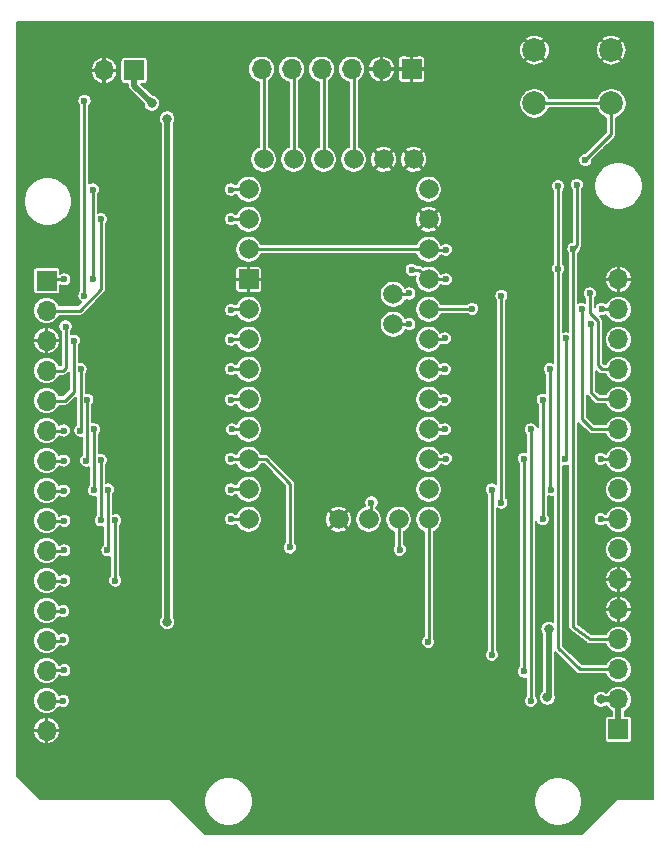
<source format=gbr>
G04 #@! TF.GenerationSoftware,KiCad,Pcbnew,(5.1.4)-1*
G04 #@! TF.CreationDate,2020-08-17T08:15:49+02:00*
G04 #@! TF.ProjectId,proto,70726f74-6f2e-46b6-9963-61645f706362,rev?*
G04 #@! TF.SameCoordinates,Original*
G04 #@! TF.FileFunction,Copper,L2,Bot*
G04 #@! TF.FilePolarity,Positive*
%FSLAX46Y46*%
G04 Gerber Fmt 4.6, Leading zero omitted, Abs format (unit mm)*
G04 Created by KiCad (PCBNEW (5.1.4)-1) date 2020-08-17 08:15:49*
%MOMM*%
%LPD*%
G04 APERTURE LIST*
%ADD10R,1.665000X1.665000*%
%ADD11C,1.665000*%
%ADD12R,1.700000X1.700000*%
%ADD13O,1.700000X1.700000*%
%ADD14C,2.000000*%
%ADD15C,0.800000*%
%ADD16C,0.600000*%
%ADD17C,0.500000*%
%ADD18C,0.250000*%
%ADD19C,0.200000*%
G04 APERTURE END LIST*
D10*
X124700000Y-74900000D03*
D11*
X124700000Y-77440000D03*
X124700000Y-79980000D03*
X124700000Y-82520000D03*
X124700000Y-85060000D03*
X124700000Y-87600000D03*
X124700000Y-90140000D03*
X124700000Y-92680000D03*
X124700000Y-95220000D03*
X139940000Y-95220000D03*
X139940000Y-92680000D03*
X139940000Y-90140000D03*
X139940000Y-87600000D03*
X139940000Y-85060000D03*
X139940000Y-82520000D03*
X139940000Y-79980000D03*
X139940000Y-77440000D03*
X139940000Y-74900000D03*
X139940000Y-72360000D03*
X139940000Y-69820000D03*
X139940000Y-67280000D03*
X138670000Y-64740000D03*
X136130000Y-64740000D03*
X133590000Y-64740000D03*
X131050000Y-64740000D03*
X128510000Y-64740000D03*
X125970000Y-64740000D03*
X124700000Y-67280000D03*
X124700000Y-69820000D03*
X124700000Y-72360000D03*
X137400000Y-95220000D03*
X134860000Y-95220000D03*
X136950000Y-78710000D03*
X136950000Y-76170000D03*
X132320000Y-95220000D03*
D12*
X107600000Y-75000000D03*
D13*
X107600000Y-77540000D03*
X107600000Y-80080000D03*
X107600000Y-82620000D03*
X107600000Y-85160000D03*
X107600000Y-87700000D03*
X107600000Y-90240000D03*
X107600000Y-92780000D03*
X107600000Y-95320000D03*
X107600000Y-97860000D03*
X107600000Y-100400000D03*
X107600000Y-102940000D03*
X107600000Y-105480000D03*
X107600000Y-108020000D03*
X107600000Y-110560000D03*
X107600000Y-113100000D03*
D12*
X138500000Y-57100000D03*
D13*
X135960000Y-57100000D03*
X133420000Y-57100000D03*
X130880000Y-57100000D03*
X128340000Y-57100000D03*
X125800000Y-57100000D03*
X156000000Y-74900000D03*
X156000000Y-77440000D03*
X156000000Y-79980000D03*
X156000000Y-82520000D03*
X156000000Y-85060000D03*
X156000000Y-87600000D03*
X156000000Y-90140000D03*
X156000000Y-92680000D03*
X156000000Y-95220000D03*
X156000000Y-97760000D03*
X156000000Y-100300000D03*
X156000000Y-102840000D03*
X156000000Y-105380000D03*
X156000000Y-107920000D03*
X156000000Y-110460000D03*
D12*
X156000000Y-113000000D03*
X115000000Y-57200000D03*
D13*
X112460000Y-57200000D03*
D14*
X148900000Y-60000000D03*
X148900000Y-55500000D03*
X155400000Y-60000000D03*
X155400000Y-55500000D03*
D15*
X116500000Y-60000000D03*
X117800000Y-61300000D03*
X150100000Y-104500000D03*
X117800000Y-103920000D03*
X150000000Y-110300000D03*
X154517524Y-110460000D03*
D16*
X136000000Y-54000000D03*
X111000000Y-54000000D03*
X156000000Y-54000000D03*
X116000000Y-54000000D03*
X151000000Y-54000000D03*
X141000000Y-54000000D03*
X131000000Y-54000000D03*
X106000000Y-54000000D03*
X121000000Y-54000000D03*
X146000000Y-54000000D03*
X126000000Y-54000000D03*
X128000000Y-116000000D03*
X123000000Y-116000000D03*
X113000000Y-116000000D03*
X148000000Y-116000000D03*
X133000000Y-116000000D03*
X153000000Y-116000000D03*
X118000000Y-116000000D03*
X143000000Y-116000000D03*
X138000000Y-116000000D03*
X108000000Y-116000000D03*
X158000000Y-116000000D03*
X106000000Y-88000000D03*
X106000000Y-93000000D03*
X106000000Y-103000000D03*
X106000000Y-66000000D03*
X106000000Y-70000000D03*
X158000000Y-69000000D03*
X158000000Y-87000000D03*
X158000000Y-92000000D03*
X158000000Y-102000000D03*
X158000000Y-65000000D03*
X158000000Y-82000000D03*
X158000000Y-62000000D03*
X158000000Y-97000000D03*
X158000000Y-72000000D03*
X158000000Y-77000000D03*
X158000000Y-107000000D03*
X158000000Y-57000000D03*
X158000000Y-112000000D03*
X106000000Y-83000000D03*
X106000000Y-63000000D03*
X106000000Y-98000000D03*
X106000000Y-73000000D03*
X106000000Y-78000000D03*
X106000000Y-108000000D03*
X106000000Y-58000000D03*
X106000000Y-113000000D03*
X156000000Y-54000000D03*
X121000000Y-54000000D03*
X106000000Y-54000000D03*
X109000000Y-99000000D03*
X109000000Y-97000000D03*
X109000000Y-94000000D03*
X109000000Y-92000000D03*
X109000000Y-86000000D03*
X138000000Y-77500000D03*
X127000000Y-58800000D03*
X127000000Y-62000000D03*
X129500000Y-62000000D03*
X129500000Y-58800000D03*
X132000000Y-58800000D03*
X132000000Y-62000000D03*
X151700000Y-67200000D03*
X151700000Y-70500000D03*
X154500000Y-83500000D03*
X154500000Y-86000000D03*
X149500000Y-97000000D03*
X149500000Y-101000000D03*
X153000000Y-106000000D03*
X109000000Y-89000000D03*
X108900000Y-83850000D03*
X108550000Y-81400000D03*
X129500000Y-69500000D03*
X134500000Y-69500000D03*
X129500000Y-74500000D03*
X134500000Y-74500000D03*
X129500000Y-79500000D03*
X134500000Y-79500000D03*
X129500000Y-84500000D03*
X134500000Y-84500000D03*
X129500000Y-89500000D03*
X134500000Y-89500000D03*
X129500000Y-94500000D03*
X114500000Y-99500000D03*
X119500000Y-99500000D03*
X114500000Y-104500000D03*
X124500000Y-102000000D03*
X124500000Y-99500000D03*
X142000000Y-99500000D03*
X147000000Y-99500000D03*
X144500000Y-86500000D03*
X144500000Y-81300000D03*
X144500000Y-69500000D03*
X149500000Y-69500000D03*
X149500000Y-65800000D03*
X144500000Y-64500000D03*
X137000000Y-62000000D03*
X142000000Y-62000000D03*
X142000000Y-58300000D03*
X144500000Y-57000000D03*
X119500000Y-74500000D03*
X114500000Y-74500000D03*
X114500000Y-72000000D03*
X119500000Y-72000000D03*
X119500000Y-64500000D03*
X114500000Y-64500000D03*
X122000000Y-59500000D03*
X119500000Y-57000000D03*
X122000000Y-57000000D03*
X119500000Y-59500000D03*
X117000000Y-112000000D03*
X112000000Y-112000000D03*
X122000000Y-112000000D03*
X127000000Y-112000000D03*
X132000000Y-112000000D03*
X137000000Y-112000000D03*
X142000000Y-112000000D03*
X147000000Y-112000000D03*
X152000000Y-112000000D03*
X144500000Y-109500000D03*
X139500000Y-109500000D03*
X134500000Y-109500000D03*
X129500000Y-109500000D03*
X124500000Y-109500000D03*
X119500000Y-109500000D03*
X114500000Y-109500000D03*
X144500000Y-119500000D03*
X139500000Y-119500000D03*
X134500000Y-119500000D03*
X129500000Y-119500000D03*
X114500000Y-78800000D03*
X114500000Y-81300000D03*
X114500000Y-84500000D03*
X144500000Y-83900000D03*
X144500000Y-88900000D03*
X149600000Y-81300000D03*
X114500000Y-89500000D03*
X114500000Y-87000000D03*
X119500000Y-87000000D03*
X119500000Y-78800000D03*
X119500000Y-81300000D03*
X119500000Y-84500000D03*
X119500000Y-89500000D03*
X119500000Y-92000000D03*
X119500000Y-94500000D03*
X114500000Y-94500000D03*
X114500000Y-92000000D03*
X110800000Y-59800000D03*
X110800000Y-76300000D03*
X141400000Y-74900000D03*
X150900000Y-67000000D03*
X150900000Y-74000000D03*
X138500000Y-74100000D03*
X123200000Y-85100000D03*
X111050000Y-85100000D03*
X110950000Y-90250000D03*
X109050000Y-90250000D03*
X128200000Y-97600000D03*
X123200000Y-90100000D03*
X112200000Y-90200000D03*
X112200000Y-95300000D03*
X109100000Y-95350000D03*
X141300000Y-85100000D03*
X149600000Y-85100000D03*
X149600000Y-95200000D03*
X154500000Y-95200000D03*
X141300000Y-82500000D03*
X150200000Y-82500000D03*
X150325000Y-92700000D03*
X141300000Y-79900000D03*
X154500000Y-90100000D03*
X151600000Y-79900000D03*
X151500000Y-90100000D03*
X152900000Y-77400000D03*
X143620000Y-77400000D03*
X123200000Y-67300000D03*
X111500000Y-67300000D03*
X111500000Y-74900000D03*
X109100000Y-74900000D03*
X123200000Y-69800000D03*
X112200000Y-69800000D03*
X137500000Y-97800000D03*
X123200000Y-82500000D03*
X110475000Y-82500000D03*
X110450000Y-87700000D03*
X109050000Y-87700000D03*
X123300000Y-87600000D03*
X111625000Y-87600000D03*
X111600000Y-92750000D03*
X109050000Y-92800000D03*
X123200000Y-92700000D03*
X112775000Y-92700000D03*
X109100000Y-97850000D03*
X112750000Y-97850000D03*
X113400000Y-95300000D03*
X123200000Y-95200000D03*
X109100000Y-100400000D03*
X113400000Y-100400000D03*
X109000000Y-103000000D03*
X139900000Y-105600000D03*
X109000000Y-105400000D03*
X145300000Y-106700000D03*
X145300000Y-92700000D03*
X141400000Y-90100000D03*
X148000000Y-90100000D03*
X148000000Y-108100000D03*
X109100000Y-108000000D03*
X109000000Y-110600000D03*
X148600000Y-110600000D03*
X148600000Y-87600000D03*
X141300000Y-87600000D03*
X153200000Y-64800000D03*
X152500000Y-66900000D03*
X141400000Y-72400000D03*
X152200000Y-72300000D03*
X154600000Y-77400000D03*
X135100000Y-93800000D03*
X146100000Y-93800000D03*
X146100000Y-76300000D03*
X138300000Y-78700000D03*
X153700000Y-78700000D03*
X138300000Y-76100000D03*
X153600000Y-76100000D03*
X123200000Y-77500000D03*
X109200000Y-78900000D03*
X123200000Y-80000000D03*
X109900000Y-80100000D03*
D17*
X115000000Y-57200000D02*
X115000000Y-58500000D01*
X115000000Y-58500000D02*
X116500000Y-60000000D01*
X154797919Y-110460000D02*
X156000000Y-110460000D01*
X154517524Y-110460000D02*
X154797919Y-110460000D01*
X150100000Y-104500000D02*
X150100000Y-106042476D01*
X156000000Y-113000000D02*
X156000000Y-110460000D01*
X117800000Y-61865685D02*
X117800000Y-61300000D01*
X150100000Y-104500000D02*
X150100000Y-110200000D01*
X150100000Y-110200000D02*
X150000000Y-110300000D01*
X117800000Y-103920000D02*
X117800000Y-61300000D01*
D18*
X139840000Y-74800000D02*
X139940000Y-74900000D01*
X139940000Y-74900000D02*
X141400000Y-74900000D01*
X152720000Y-107920000D02*
X156000000Y-107920000D01*
X150900000Y-106100000D02*
X152720000Y-107920000D01*
X150900000Y-74000000D02*
X150900000Y-106100000D01*
X139140000Y-74100000D02*
X139940000Y-74900000D01*
X138500000Y-74100000D02*
X139140000Y-74100000D01*
X110800000Y-64700000D02*
X110800000Y-76300000D01*
X110800000Y-64700000D02*
X110800000Y-59800000D01*
X150900000Y-74000000D02*
X150900000Y-67000000D01*
X124700000Y-85060000D02*
X123240000Y-85060000D01*
X123240000Y-85060000D02*
X123200000Y-85100000D01*
X111050000Y-85100000D02*
X111050000Y-88650000D01*
X111050000Y-88650000D02*
X111050000Y-90150000D01*
X111050000Y-90150000D02*
X110950000Y-90250000D01*
X107610000Y-90250000D02*
X107600000Y-90240000D01*
X109050000Y-90250000D02*
X107610000Y-90250000D01*
X124700000Y-90140000D02*
X123240000Y-90140000D01*
X123240000Y-90140000D02*
X123200000Y-90100000D01*
X112200000Y-90200000D02*
X112200000Y-93700000D01*
X112200000Y-93700000D02*
X112200000Y-95300000D01*
X107630000Y-95350000D02*
X107600000Y-95320000D01*
X109100000Y-95350000D02*
X107630000Y-95350000D01*
X128200000Y-92900000D02*
X128200000Y-92200000D01*
X128200000Y-97600000D02*
X128200000Y-92900000D01*
X126140000Y-90140000D02*
X124700000Y-90140000D01*
X128200000Y-92200000D02*
X126140000Y-90140000D01*
X139940000Y-85060000D02*
X141260000Y-85060000D01*
X141260000Y-85060000D02*
X141300000Y-85100000D01*
X149600000Y-85100000D02*
X149600000Y-95200000D01*
X155980000Y-95200000D02*
X156000000Y-95220000D01*
X154500000Y-95200000D02*
X155980000Y-95200000D01*
X139940000Y-82520000D02*
X141280000Y-82520000D01*
X141280000Y-82520000D02*
X141300000Y-82500000D01*
X150200000Y-82500000D02*
X150200000Y-92575000D01*
X150200000Y-92575000D02*
X150325000Y-92700000D01*
X139940000Y-79980000D02*
X141220000Y-79980000D01*
X141220000Y-79980000D02*
X141300000Y-79900000D01*
X155960000Y-90100000D02*
X156000000Y-90140000D01*
X154500000Y-90100000D02*
X155960000Y-90100000D01*
X151600000Y-89800000D02*
X151600000Y-79900000D01*
X151500000Y-90100000D02*
X151600000Y-89800000D01*
X153800000Y-87600000D02*
X156000000Y-87600000D01*
X152900000Y-77400000D02*
X152900000Y-86700000D01*
X152900000Y-86700000D02*
X153800000Y-87600000D01*
X139940000Y-77440000D02*
X141400000Y-77400000D01*
X141400000Y-77400000D02*
X143620000Y-77400000D01*
X133420000Y-64570000D02*
X133590000Y-64740000D01*
X133590000Y-57270000D02*
X133420000Y-57100000D01*
X133590000Y-64740000D02*
X133590000Y-57270000D01*
X130880000Y-64570000D02*
X131050000Y-64740000D01*
X131050000Y-57270000D02*
X130880000Y-57100000D01*
X131050000Y-64740000D02*
X131050000Y-57270000D01*
X128340000Y-64570000D02*
X128510000Y-64740000D01*
X128510000Y-57270000D02*
X128340000Y-57100000D01*
X128510000Y-64740000D02*
X128510000Y-57270000D01*
X125970000Y-57270000D02*
X125800000Y-57100000D01*
X125970000Y-64740000D02*
X125970000Y-57270000D01*
X124700000Y-67280000D02*
X123220000Y-67280000D01*
X123220000Y-67280000D02*
X123200000Y-67300000D01*
X111500000Y-67300000D02*
X111500000Y-74900000D01*
X107700000Y-74900000D02*
X107600000Y-75000000D01*
X109100000Y-74900000D02*
X107700000Y-74900000D01*
X124700000Y-69820000D02*
X123220000Y-69820000D01*
X123220000Y-69820000D02*
X123200000Y-69800000D01*
X108802081Y-77540000D02*
X107600000Y-77540000D01*
X110411002Y-77540000D02*
X108802081Y-77540000D01*
X112200000Y-75751002D02*
X110411002Y-77540000D01*
X112200000Y-69800000D02*
X112200000Y-75751002D01*
X137400000Y-95220000D02*
X137400000Y-97700000D01*
X137400000Y-97700000D02*
X137500000Y-97800000D01*
X124700000Y-82520000D02*
X123220000Y-82520000D01*
X123220000Y-82520000D02*
X123200000Y-82500000D01*
X110475000Y-82500000D02*
X110475000Y-86225000D01*
X110475000Y-86225000D02*
X110475000Y-87675000D01*
X110475000Y-87675000D02*
X110450000Y-87700000D01*
X109050000Y-87700000D02*
X107600000Y-87700000D01*
X124700000Y-87600000D02*
X123300000Y-87600000D01*
X111625000Y-87600000D02*
X111625000Y-90975000D01*
X111625000Y-90975000D02*
X111625000Y-92725000D01*
X111625000Y-92725000D02*
X111600000Y-92750000D01*
X107620000Y-92800000D02*
X107600000Y-92780000D01*
X109050000Y-92800000D02*
X107620000Y-92800000D01*
X124700000Y-92680000D02*
X123220000Y-92680000D01*
X123220000Y-92680000D02*
X123200000Y-92700000D01*
X107600000Y-97860000D02*
X109090000Y-97860000D01*
X109090000Y-97860000D02*
X109100000Y-97850000D01*
X112775000Y-97825000D02*
X112750000Y-97850000D01*
X112775000Y-92700000D02*
X112775000Y-97825000D01*
X124700000Y-95220000D02*
X123220000Y-95220000D01*
X123220000Y-95220000D02*
X123200000Y-95200000D01*
X108802081Y-100400000D02*
X107600000Y-100400000D01*
X113400000Y-95300000D02*
X113400000Y-98300000D01*
X108802081Y-100400000D02*
X109100000Y-100400000D01*
X113400000Y-100400000D02*
X113400000Y-98300000D01*
X107600000Y-102940000D02*
X108940000Y-102940000D01*
X108940000Y-102940000D02*
X109000000Y-103000000D01*
X139940000Y-105560000D02*
X139900000Y-105600000D01*
X139940000Y-95220000D02*
X139940000Y-105560000D01*
X107600000Y-105480000D02*
X108920000Y-105480000D01*
X108920000Y-105480000D02*
X109000000Y-105400000D01*
X145300000Y-106700000D02*
X145300000Y-92700000D01*
X139940000Y-90140000D02*
X141360000Y-90140000D01*
X141360000Y-90140000D02*
X141400000Y-90100000D01*
X148000000Y-90100000D02*
X148000000Y-108100000D01*
X107620000Y-108000000D02*
X107600000Y-108020000D01*
X109100000Y-108000000D02*
X107620000Y-108000000D01*
X107600000Y-110560000D02*
X108960000Y-110560000D01*
X108960000Y-110560000D02*
X109000000Y-110600000D01*
X148600000Y-110600000D02*
X148600000Y-87600000D01*
X141300000Y-87600000D02*
X139940000Y-87600000D01*
X139980000Y-72400000D02*
X139940000Y-72360000D01*
X141400000Y-72400000D02*
X139980000Y-72400000D01*
X124700000Y-72360000D02*
X139940000Y-72360000D01*
X153580000Y-105380000D02*
X156000000Y-105380000D01*
X152200000Y-104300000D02*
X153580000Y-105380000D01*
X152200000Y-72300000D02*
X152200000Y-104300000D01*
X152499999Y-72000001D02*
X152200000Y-72300000D01*
X152500000Y-66900000D02*
X152499999Y-72000001D01*
X153200000Y-64800000D02*
X154400000Y-63600000D01*
X155400000Y-62600000D02*
X153200000Y-64800000D01*
X155400000Y-60000000D02*
X155400000Y-62600000D01*
X150314213Y-60000000D02*
X155400000Y-60000000D01*
X148900000Y-60000000D02*
X150314213Y-60000000D01*
X156000000Y-77440000D02*
X154640000Y-77440000D01*
X154640000Y-77440000D02*
X154600000Y-77400000D01*
X135100000Y-94980000D02*
X134860000Y-95220000D01*
X135100000Y-93800000D02*
X135100000Y-94980000D01*
X146100000Y-76300000D02*
X146100000Y-93900000D01*
X136950000Y-78710000D02*
X138290000Y-78710000D01*
X138290000Y-78710000D02*
X138300000Y-78700000D01*
X154260000Y-85060000D02*
X156000000Y-85060000D01*
X153700000Y-84500000D02*
X154260000Y-85060000D01*
X153700000Y-78700000D02*
X153700000Y-84500000D01*
X136950000Y-76170000D02*
X138230000Y-76170000D01*
X138230000Y-76170000D02*
X138300000Y-76100000D01*
X154620000Y-82520000D02*
X156000000Y-82520000D01*
X154275001Y-82175001D02*
X154620000Y-82520000D01*
X154275001Y-78423999D02*
X154275001Y-82175001D01*
X153600000Y-76100000D02*
X153600000Y-77748998D01*
X153600000Y-77748998D02*
X154275001Y-78423999D01*
X109200000Y-81900000D02*
X109200000Y-78900000D01*
X109200000Y-81948998D02*
X109200000Y-81900000D01*
X109200000Y-81900000D02*
X109200000Y-82400000D01*
X108980000Y-82620000D02*
X107600000Y-82620000D01*
X109200000Y-82400000D02*
X108980000Y-82620000D01*
X123260000Y-77440000D02*
X123200000Y-77500000D01*
X124700000Y-77440000D02*
X123260000Y-77440000D01*
X123220000Y-79980000D02*
X123200000Y-80000000D01*
X109140000Y-85160000D02*
X107600000Y-85160000D01*
X109900000Y-80100000D02*
X109900000Y-84400000D01*
X109900000Y-84400000D02*
X109140000Y-85160000D01*
X124700000Y-79980000D02*
X123220000Y-79980000D01*
D19*
G36*
X158900000Y-118900000D02*
G01*
X156000000Y-118900000D01*
X155980491Y-118901921D01*
X155961732Y-118907612D01*
X155944443Y-118916853D01*
X155929289Y-118929289D01*
X152958578Y-121900000D01*
X121041422Y-121900000D01*
X118070711Y-118929289D01*
X118055557Y-118916853D01*
X118038268Y-118907612D01*
X118019509Y-118901921D01*
X118000000Y-118900000D01*
X107041422Y-118900000D01*
X107039515Y-118898093D01*
X120950000Y-118898093D01*
X120950000Y-119301907D01*
X121028780Y-119697963D01*
X121183314Y-120071039D01*
X121407661Y-120406799D01*
X121693201Y-120692339D01*
X122028961Y-120916686D01*
X122402037Y-121071220D01*
X122798093Y-121150000D01*
X123201907Y-121150000D01*
X123597963Y-121071220D01*
X123971039Y-120916686D01*
X124306799Y-120692339D01*
X124592339Y-120406799D01*
X124816686Y-120071039D01*
X124971220Y-119697963D01*
X125050000Y-119301907D01*
X125050000Y-118898093D01*
X148850000Y-118898093D01*
X148850000Y-119301907D01*
X148928780Y-119697963D01*
X149083314Y-120071039D01*
X149307661Y-120406799D01*
X149593201Y-120692339D01*
X149928961Y-120916686D01*
X150302037Y-121071220D01*
X150698093Y-121150000D01*
X151101907Y-121150000D01*
X151497963Y-121071220D01*
X151871039Y-120916686D01*
X152206799Y-120692339D01*
X152492339Y-120406799D01*
X152716686Y-120071039D01*
X152871220Y-119697963D01*
X152950000Y-119301907D01*
X152950000Y-118898093D01*
X152871220Y-118502037D01*
X152716686Y-118128961D01*
X152492339Y-117793201D01*
X152206799Y-117507661D01*
X151871039Y-117283314D01*
X151497963Y-117128780D01*
X151101907Y-117050000D01*
X150698093Y-117050000D01*
X150302037Y-117128780D01*
X149928961Y-117283314D01*
X149593201Y-117507661D01*
X149307661Y-117793201D01*
X149083314Y-118128961D01*
X148928780Y-118502037D01*
X148850000Y-118898093D01*
X125050000Y-118898093D01*
X124971220Y-118502037D01*
X124816686Y-118128961D01*
X124592339Y-117793201D01*
X124306799Y-117507661D01*
X123971039Y-117283314D01*
X123597963Y-117128780D01*
X123201907Y-117050000D01*
X122798093Y-117050000D01*
X122402037Y-117128780D01*
X122028961Y-117283314D01*
X121693201Y-117507661D01*
X121407661Y-117793201D01*
X121183314Y-118128961D01*
X121028780Y-118502037D01*
X120950000Y-118898093D01*
X107039515Y-118898093D01*
X105100000Y-116958578D01*
X105100000Y-113329114D01*
X106473054Y-113329114D01*
X106535688Y-113535597D01*
X106641119Y-113734864D01*
X106783400Y-113909734D01*
X106957062Y-114053486D01*
X107155432Y-114160596D01*
X107370886Y-114226948D01*
X107550000Y-114173915D01*
X107550000Y-113150000D01*
X107650000Y-113150000D01*
X107650000Y-114173915D01*
X107829114Y-114226948D01*
X108044568Y-114160596D01*
X108242938Y-114053486D01*
X108416600Y-113909734D01*
X108558881Y-113734864D01*
X108664312Y-113535597D01*
X108726946Y-113329114D01*
X108673837Y-113150000D01*
X107650000Y-113150000D01*
X107550000Y-113150000D01*
X106526163Y-113150000D01*
X106473054Y-113329114D01*
X105100000Y-113329114D01*
X105100000Y-112870886D01*
X106473054Y-112870886D01*
X106526163Y-113050000D01*
X107550000Y-113050000D01*
X107550000Y-112026085D01*
X107650000Y-112026085D01*
X107650000Y-113050000D01*
X108673837Y-113050000D01*
X108726946Y-112870886D01*
X108664312Y-112664403D01*
X108558881Y-112465136D01*
X108416600Y-112290266D01*
X108242938Y-112146514D01*
X108044568Y-112039404D01*
X107829114Y-111973052D01*
X107650000Y-112026085D01*
X107550000Y-112026085D01*
X107370886Y-111973052D01*
X107155432Y-112039404D01*
X106957062Y-112146514D01*
X106783400Y-112290266D01*
X106641119Y-112465136D01*
X106535688Y-112664403D01*
X106473054Y-112870886D01*
X105100000Y-112870886D01*
X105100000Y-110560000D01*
X106444436Y-110560000D01*
X106466640Y-110785439D01*
X106532398Y-111002215D01*
X106639184Y-111201997D01*
X106782893Y-111377107D01*
X106958003Y-111520816D01*
X107157785Y-111627602D01*
X107374561Y-111693360D01*
X107543508Y-111710000D01*
X107656492Y-111710000D01*
X107825439Y-111693360D01*
X108042215Y-111627602D01*
X108241997Y-111520816D01*
X108417107Y-111377107D01*
X108560816Y-111201997D01*
X108629281Y-111073907D01*
X108715793Y-111131713D01*
X108824986Y-111176942D01*
X108940905Y-111200000D01*
X109059095Y-111200000D01*
X109175014Y-111176942D01*
X109284207Y-111131713D01*
X109382478Y-111066050D01*
X109466050Y-110982478D01*
X109531713Y-110884207D01*
X109576942Y-110775014D01*
X109600000Y-110659095D01*
X109600000Y-110540905D01*
X109576942Y-110424986D01*
X109531713Y-110315793D01*
X109466050Y-110217522D01*
X109382478Y-110133950D01*
X109284207Y-110068287D01*
X109175014Y-110023058D01*
X109059095Y-110000000D01*
X108940905Y-110000000D01*
X108824986Y-110023058D01*
X108715793Y-110068287D01*
X108660789Y-110105039D01*
X108560816Y-109918003D01*
X108417107Y-109742893D01*
X108241997Y-109599184D01*
X108042215Y-109492398D01*
X107825439Y-109426640D01*
X107656492Y-109410000D01*
X107543508Y-109410000D01*
X107374561Y-109426640D01*
X107157785Y-109492398D01*
X106958003Y-109599184D01*
X106782893Y-109742893D01*
X106639184Y-109918003D01*
X106532398Y-110117785D01*
X106466640Y-110334561D01*
X106444436Y-110560000D01*
X105100000Y-110560000D01*
X105100000Y-108020000D01*
X106444436Y-108020000D01*
X106466640Y-108245439D01*
X106532398Y-108462215D01*
X106639184Y-108661997D01*
X106782893Y-108837107D01*
X106958003Y-108980816D01*
X107157785Y-109087602D01*
X107374561Y-109153360D01*
X107543508Y-109170000D01*
X107656492Y-109170000D01*
X107825439Y-109153360D01*
X108042215Y-109087602D01*
X108241997Y-108980816D01*
X108417107Y-108837107D01*
X108560816Y-108661997D01*
X108667602Y-108462215D01*
X108678328Y-108426856D01*
X108717522Y-108466050D01*
X108815793Y-108531713D01*
X108924986Y-108576942D01*
X109040905Y-108600000D01*
X109159095Y-108600000D01*
X109275014Y-108576942D01*
X109384207Y-108531713D01*
X109482478Y-108466050D01*
X109566050Y-108382478D01*
X109631713Y-108284207D01*
X109676942Y-108175014D01*
X109700000Y-108059095D01*
X109700000Y-107940905D01*
X109676942Y-107824986D01*
X109631713Y-107715793D01*
X109566050Y-107617522D01*
X109482478Y-107533950D01*
X109384207Y-107468287D01*
X109275014Y-107423058D01*
X109159095Y-107400000D01*
X109040905Y-107400000D01*
X108924986Y-107423058D01*
X108815793Y-107468287D01*
X108717522Y-107533950D01*
X108676472Y-107575000D01*
X108666113Y-107575000D01*
X108560816Y-107378003D01*
X108417107Y-107202893D01*
X108241997Y-107059184D01*
X108042215Y-106952398D01*
X107825439Y-106886640D01*
X107656492Y-106870000D01*
X107543508Y-106870000D01*
X107374561Y-106886640D01*
X107157785Y-106952398D01*
X106958003Y-107059184D01*
X106782893Y-107202893D01*
X106639184Y-107378003D01*
X106532398Y-107577785D01*
X106466640Y-107794561D01*
X106444436Y-108020000D01*
X105100000Y-108020000D01*
X105100000Y-105480000D01*
X106444436Y-105480000D01*
X106466640Y-105705439D01*
X106532398Y-105922215D01*
X106639184Y-106121997D01*
X106782893Y-106297107D01*
X106958003Y-106440816D01*
X107157785Y-106547602D01*
X107374561Y-106613360D01*
X107543508Y-106630000D01*
X107656492Y-106630000D01*
X107825439Y-106613360D01*
X108042215Y-106547602D01*
X108241997Y-106440816D01*
X108417107Y-106297107D01*
X108560816Y-106121997D01*
X108667602Y-105922215D01*
X108672824Y-105905000D01*
X108675814Y-105905000D01*
X108715793Y-105931713D01*
X108824986Y-105976942D01*
X108940905Y-106000000D01*
X109059095Y-106000000D01*
X109175014Y-105976942D01*
X109284207Y-105931713D01*
X109382478Y-105866050D01*
X109466050Y-105782478D01*
X109531713Y-105684207D01*
X109576942Y-105575014D01*
X109600000Y-105459095D01*
X109600000Y-105340905D01*
X109576942Y-105224986D01*
X109531713Y-105115793D01*
X109466050Y-105017522D01*
X109382478Y-104933950D01*
X109284207Y-104868287D01*
X109175014Y-104823058D01*
X109059095Y-104800000D01*
X108940905Y-104800000D01*
X108824986Y-104823058D01*
X108715793Y-104868287D01*
X108617522Y-104933950D01*
X108613989Y-104937483D01*
X108560816Y-104838003D01*
X108417107Y-104662893D01*
X108241997Y-104519184D01*
X108042215Y-104412398D01*
X107825439Y-104346640D01*
X107656492Y-104330000D01*
X107543508Y-104330000D01*
X107374561Y-104346640D01*
X107157785Y-104412398D01*
X106958003Y-104519184D01*
X106782893Y-104662893D01*
X106639184Y-104838003D01*
X106532398Y-105037785D01*
X106466640Y-105254561D01*
X106444436Y-105480000D01*
X105100000Y-105480000D01*
X105100000Y-102940000D01*
X106444436Y-102940000D01*
X106466640Y-103165439D01*
X106532398Y-103382215D01*
X106639184Y-103581997D01*
X106782893Y-103757107D01*
X106958003Y-103900816D01*
X107157785Y-104007602D01*
X107374561Y-104073360D01*
X107543508Y-104090000D01*
X107656492Y-104090000D01*
X107825439Y-104073360D01*
X108042215Y-104007602D01*
X108241997Y-103900816D01*
X108417107Y-103757107D01*
X108560816Y-103581997D01*
X108621404Y-103468644D01*
X108715793Y-103531713D01*
X108824986Y-103576942D01*
X108940905Y-103600000D01*
X109059095Y-103600000D01*
X109175014Y-103576942D01*
X109284207Y-103531713D01*
X109382478Y-103466050D01*
X109466050Y-103382478D01*
X109531713Y-103284207D01*
X109576942Y-103175014D01*
X109600000Y-103059095D01*
X109600000Y-102940905D01*
X109576942Y-102824986D01*
X109531713Y-102715793D01*
X109466050Y-102617522D01*
X109382478Y-102533950D01*
X109284207Y-102468287D01*
X109175014Y-102423058D01*
X109059095Y-102400000D01*
X108940905Y-102400000D01*
X108824986Y-102423058D01*
X108715793Y-102468287D01*
X108668284Y-102500032D01*
X108667602Y-102497785D01*
X108560816Y-102298003D01*
X108417107Y-102122893D01*
X108241997Y-101979184D01*
X108042215Y-101872398D01*
X107825439Y-101806640D01*
X107656492Y-101790000D01*
X107543508Y-101790000D01*
X107374561Y-101806640D01*
X107157785Y-101872398D01*
X106958003Y-101979184D01*
X106782893Y-102122893D01*
X106639184Y-102298003D01*
X106532398Y-102497785D01*
X106466640Y-102714561D01*
X106444436Y-102940000D01*
X105100000Y-102940000D01*
X105100000Y-100400000D01*
X106444436Y-100400000D01*
X106466640Y-100625439D01*
X106532398Y-100842215D01*
X106639184Y-101041997D01*
X106782893Y-101217107D01*
X106958003Y-101360816D01*
X107157785Y-101467602D01*
X107374561Y-101533360D01*
X107543508Y-101550000D01*
X107656492Y-101550000D01*
X107825439Y-101533360D01*
X108042215Y-101467602D01*
X108241997Y-101360816D01*
X108417107Y-101217107D01*
X108560816Y-101041997D01*
X108667602Y-100842215D01*
X108672824Y-100825000D01*
X108676472Y-100825000D01*
X108717522Y-100866050D01*
X108815793Y-100931713D01*
X108924986Y-100976942D01*
X109040905Y-101000000D01*
X109159095Y-101000000D01*
X109275014Y-100976942D01*
X109384207Y-100931713D01*
X109482478Y-100866050D01*
X109566050Y-100782478D01*
X109631713Y-100684207D01*
X109676942Y-100575014D01*
X109700000Y-100459095D01*
X109700000Y-100340905D01*
X109676942Y-100224986D01*
X109631713Y-100115793D01*
X109566050Y-100017522D01*
X109482478Y-99933950D01*
X109384207Y-99868287D01*
X109275014Y-99823058D01*
X109159095Y-99800000D01*
X109040905Y-99800000D01*
X108924986Y-99823058D01*
X108815793Y-99868287D01*
X108717522Y-99933950D01*
X108676472Y-99975000D01*
X108672824Y-99975000D01*
X108667602Y-99957785D01*
X108560816Y-99758003D01*
X108417107Y-99582893D01*
X108241997Y-99439184D01*
X108042215Y-99332398D01*
X107825439Y-99266640D01*
X107656492Y-99250000D01*
X107543508Y-99250000D01*
X107374561Y-99266640D01*
X107157785Y-99332398D01*
X106958003Y-99439184D01*
X106782893Y-99582893D01*
X106639184Y-99758003D01*
X106532398Y-99957785D01*
X106466640Y-100174561D01*
X106444436Y-100400000D01*
X105100000Y-100400000D01*
X105100000Y-97860000D01*
X106444436Y-97860000D01*
X106466640Y-98085439D01*
X106532398Y-98302215D01*
X106639184Y-98501997D01*
X106782893Y-98677107D01*
X106958003Y-98820816D01*
X107157785Y-98927602D01*
X107374561Y-98993360D01*
X107543508Y-99010000D01*
X107656492Y-99010000D01*
X107825439Y-98993360D01*
X108042215Y-98927602D01*
X108241997Y-98820816D01*
X108417107Y-98677107D01*
X108560816Y-98501997D01*
X108667602Y-98302215D01*
X108672824Y-98285000D01*
X108686472Y-98285000D01*
X108717522Y-98316050D01*
X108815793Y-98381713D01*
X108924986Y-98426942D01*
X109040905Y-98450000D01*
X109159095Y-98450000D01*
X109275014Y-98426942D01*
X109384207Y-98381713D01*
X109482478Y-98316050D01*
X109566050Y-98232478D01*
X109631713Y-98134207D01*
X109676942Y-98025014D01*
X109700000Y-97909095D01*
X109700000Y-97790905D01*
X109676942Y-97674986D01*
X109631713Y-97565793D01*
X109566050Y-97467522D01*
X109482478Y-97383950D01*
X109384207Y-97318287D01*
X109275014Y-97273058D01*
X109159095Y-97250000D01*
X109040905Y-97250000D01*
X108924986Y-97273058D01*
X108815793Y-97318287D01*
X108717522Y-97383950D01*
X108671346Y-97430126D01*
X108667602Y-97417785D01*
X108560816Y-97218003D01*
X108417107Y-97042893D01*
X108241997Y-96899184D01*
X108042215Y-96792398D01*
X107825439Y-96726640D01*
X107656492Y-96710000D01*
X107543508Y-96710000D01*
X107374561Y-96726640D01*
X107157785Y-96792398D01*
X106958003Y-96899184D01*
X106782893Y-97042893D01*
X106639184Y-97218003D01*
X106532398Y-97417785D01*
X106466640Y-97634561D01*
X106444436Y-97860000D01*
X105100000Y-97860000D01*
X105100000Y-95320000D01*
X106444436Y-95320000D01*
X106466640Y-95545439D01*
X106532398Y-95762215D01*
X106639184Y-95961997D01*
X106782893Y-96137107D01*
X106958003Y-96280816D01*
X107157785Y-96387602D01*
X107374561Y-96453360D01*
X107543508Y-96470000D01*
X107656492Y-96470000D01*
X107825439Y-96453360D01*
X108042215Y-96387602D01*
X108241997Y-96280816D01*
X108417107Y-96137107D01*
X108560816Y-95961997D01*
X108660768Y-95775000D01*
X108676472Y-95775000D01*
X108717522Y-95816050D01*
X108815793Y-95881713D01*
X108924986Y-95926942D01*
X109040905Y-95950000D01*
X109159095Y-95950000D01*
X109275014Y-95926942D01*
X109384207Y-95881713D01*
X109482478Y-95816050D01*
X109566050Y-95732478D01*
X109631713Y-95634207D01*
X109676942Y-95525014D01*
X109700000Y-95409095D01*
X109700000Y-95290905D01*
X109676942Y-95174986D01*
X109631713Y-95065793D01*
X109566050Y-94967522D01*
X109482478Y-94883950D01*
X109384207Y-94818287D01*
X109275014Y-94773058D01*
X109159095Y-94750000D01*
X109040905Y-94750000D01*
X108924986Y-94773058D01*
X108815793Y-94818287D01*
X108717522Y-94883950D01*
X108680655Y-94920817D01*
X108667602Y-94877785D01*
X108560816Y-94678003D01*
X108417107Y-94502893D01*
X108241997Y-94359184D01*
X108042215Y-94252398D01*
X107825439Y-94186640D01*
X107656492Y-94170000D01*
X107543508Y-94170000D01*
X107374561Y-94186640D01*
X107157785Y-94252398D01*
X106958003Y-94359184D01*
X106782893Y-94502893D01*
X106639184Y-94678003D01*
X106532398Y-94877785D01*
X106466640Y-95094561D01*
X106444436Y-95320000D01*
X105100000Y-95320000D01*
X105100000Y-92780000D01*
X106444436Y-92780000D01*
X106466640Y-93005439D01*
X106532398Y-93222215D01*
X106639184Y-93421997D01*
X106782893Y-93597107D01*
X106958003Y-93740816D01*
X107157785Y-93847602D01*
X107374561Y-93913360D01*
X107543508Y-93930000D01*
X107656492Y-93930000D01*
X107825439Y-93913360D01*
X108042215Y-93847602D01*
X108241997Y-93740816D01*
X108417107Y-93597107D01*
X108560816Y-93421997D01*
X108652305Y-93250833D01*
X108667522Y-93266050D01*
X108765793Y-93331713D01*
X108874986Y-93376942D01*
X108990905Y-93400000D01*
X109109095Y-93400000D01*
X109225014Y-93376942D01*
X109334207Y-93331713D01*
X109432478Y-93266050D01*
X109516050Y-93182478D01*
X109581713Y-93084207D01*
X109626942Y-92975014D01*
X109650000Y-92859095D01*
X109650000Y-92740905D01*
X109626942Y-92624986D01*
X109581713Y-92515793D01*
X109516050Y-92417522D01*
X109432478Y-92333950D01*
X109334207Y-92268287D01*
X109225014Y-92223058D01*
X109109095Y-92200000D01*
X108990905Y-92200000D01*
X108874986Y-92223058D01*
X108765793Y-92268287D01*
X108667522Y-92333950D01*
X108666238Y-92335234D01*
X108560816Y-92138003D01*
X108417107Y-91962893D01*
X108241997Y-91819184D01*
X108042215Y-91712398D01*
X107825439Y-91646640D01*
X107656492Y-91630000D01*
X107543508Y-91630000D01*
X107374561Y-91646640D01*
X107157785Y-91712398D01*
X106958003Y-91819184D01*
X106782893Y-91962893D01*
X106639184Y-92138003D01*
X106532398Y-92337785D01*
X106466640Y-92554561D01*
X106444436Y-92780000D01*
X105100000Y-92780000D01*
X105100000Y-90240000D01*
X106444436Y-90240000D01*
X106466640Y-90465439D01*
X106532398Y-90682215D01*
X106639184Y-90881997D01*
X106782893Y-91057107D01*
X106958003Y-91200816D01*
X107157785Y-91307602D01*
X107374561Y-91373360D01*
X107543508Y-91390000D01*
X107656492Y-91390000D01*
X107825439Y-91373360D01*
X108042215Y-91307602D01*
X108241997Y-91200816D01*
X108417107Y-91057107D01*
X108560816Y-90881997D01*
X108655788Y-90704316D01*
X108667522Y-90716050D01*
X108765793Y-90781713D01*
X108874986Y-90826942D01*
X108990905Y-90850000D01*
X109109095Y-90850000D01*
X109225014Y-90826942D01*
X109334207Y-90781713D01*
X109432478Y-90716050D01*
X109516050Y-90632478D01*
X109581713Y-90534207D01*
X109626942Y-90425014D01*
X109650000Y-90309095D01*
X109650000Y-90190905D01*
X109626942Y-90074986D01*
X109581713Y-89965793D01*
X109516050Y-89867522D01*
X109432478Y-89783950D01*
X109334207Y-89718287D01*
X109225014Y-89673058D01*
X109109095Y-89650000D01*
X108990905Y-89650000D01*
X108874986Y-89673058D01*
X108765793Y-89718287D01*
X108667522Y-89783950D01*
X108662755Y-89788717D01*
X108560816Y-89598003D01*
X108417107Y-89422893D01*
X108241997Y-89279184D01*
X108042215Y-89172398D01*
X107825439Y-89106640D01*
X107656492Y-89090000D01*
X107543508Y-89090000D01*
X107374561Y-89106640D01*
X107157785Y-89172398D01*
X106958003Y-89279184D01*
X106782893Y-89422893D01*
X106639184Y-89598003D01*
X106532398Y-89797785D01*
X106466640Y-90014561D01*
X106444436Y-90240000D01*
X105100000Y-90240000D01*
X105100000Y-87700000D01*
X106444436Y-87700000D01*
X106466640Y-87925439D01*
X106532398Y-88142215D01*
X106639184Y-88341997D01*
X106782893Y-88517107D01*
X106958003Y-88660816D01*
X107157785Y-88767602D01*
X107374561Y-88833360D01*
X107543508Y-88850000D01*
X107656492Y-88850000D01*
X107825439Y-88833360D01*
X108042215Y-88767602D01*
X108241997Y-88660816D01*
X108417107Y-88517107D01*
X108560816Y-88341997D01*
X108659272Y-88157800D01*
X108667522Y-88166050D01*
X108765793Y-88231713D01*
X108874986Y-88276942D01*
X108990905Y-88300000D01*
X109109095Y-88300000D01*
X109225014Y-88276942D01*
X109334207Y-88231713D01*
X109432478Y-88166050D01*
X109516050Y-88082478D01*
X109581713Y-87984207D01*
X109626942Y-87875014D01*
X109650000Y-87759095D01*
X109650000Y-87640905D01*
X109626942Y-87524986D01*
X109581713Y-87415793D01*
X109516050Y-87317522D01*
X109432478Y-87233950D01*
X109334207Y-87168287D01*
X109225014Y-87123058D01*
X109109095Y-87100000D01*
X108990905Y-87100000D01*
X108874986Y-87123058D01*
X108765793Y-87168287D01*
X108667522Y-87233950D01*
X108659272Y-87242200D01*
X108560816Y-87058003D01*
X108417107Y-86882893D01*
X108241997Y-86739184D01*
X108042215Y-86632398D01*
X107825439Y-86566640D01*
X107656492Y-86550000D01*
X107543508Y-86550000D01*
X107374561Y-86566640D01*
X107157785Y-86632398D01*
X106958003Y-86739184D01*
X106782893Y-86882893D01*
X106639184Y-87058003D01*
X106532398Y-87257785D01*
X106466640Y-87474561D01*
X106444436Y-87700000D01*
X105100000Y-87700000D01*
X105100000Y-82620000D01*
X106444436Y-82620000D01*
X106466640Y-82845439D01*
X106532398Y-83062215D01*
X106639184Y-83261997D01*
X106782893Y-83437107D01*
X106958003Y-83580816D01*
X107157785Y-83687602D01*
X107374561Y-83753360D01*
X107543508Y-83770000D01*
X107656492Y-83770000D01*
X107825439Y-83753360D01*
X108042215Y-83687602D01*
X108241997Y-83580816D01*
X108417107Y-83437107D01*
X108560816Y-83261997D01*
X108667602Y-83062215D01*
X108672824Y-83045000D01*
X108959133Y-83045000D01*
X108980000Y-83047055D01*
X109000867Y-83045000D01*
X109000874Y-83045000D01*
X109063314Y-83038850D01*
X109143427Y-83014548D01*
X109217260Y-82975084D01*
X109281974Y-82921974D01*
X109295284Y-82905756D01*
X109475001Y-82726039D01*
X109475001Y-84223958D01*
X108963960Y-84735000D01*
X108672824Y-84735000D01*
X108667602Y-84717785D01*
X108560816Y-84518003D01*
X108417107Y-84342893D01*
X108241997Y-84199184D01*
X108042215Y-84092398D01*
X107825439Y-84026640D01*
X107656492Y-84010000D01*
X107543508Y-84010000D01*
X107374561Y-84026640D01*
X107157785Y-84092398D01*
X106958003Y-84199184D01*
X106782893Y-84342893D01*
X106639184Y-84518003D01*
X106532398Y-84717785D01*
X106466640Y-84934561D01*
X106444436Y-85160000D01*
X106466640Y-85385439D01*
X106532398Y-85602215D01*
X106639184Y-85801997D01*
X106782893Y-85977107D01*
X106958003Y-86120816D01*
X107157785Y-86227602D01*
X107374561Y-86293360D01*
X107543508Y-86310000D01*
X107656492Y-86310000D01*
X107825439Y-86293360D01*
X108042215Y-86227602D01*
X108241997Y-86120816D01*
X108417107Y-85977107D01*
X108560816Y-85801997D01*
X108667602Y-85602215D01*
X108672824Y-85585000D01*
X109119133Y-85585000D01*
X109140000Y-85587055D01*
X109160867Y-85585000D01*
X109160874Y-85585000D01*
X109223314Y-85578850D01*
X109303427Y-85554548D01*
X109377260Y-85515084D01*
X109441974Y-85461974D01*
X109455283Y-85445757D01*
X110050001Y-84851040D01*
X110050001Y-86204117D01*
X110050000Y-86204127D01*
X110050001Y-87251471D01*
X109983950Y-87317522D01*
X109918287Y-87415793D01*
X109873058Y-87524986D01*
X109850000Y-87640905D01*
X109850000Y-87759095D01*
X109873058Y-87875014D01*
X109918287Y-87984207D01*
X109983950Y-88082478D01*
X110067522Y-88166050D01*
X110165793Y-88231713D01*
X110274986Y-88276942D01*
X110390905Y-88300000D01*
X110509095Y-88300000D01*
X110625001Y-88276945D01*
X110625001Y-88629117D01*
X110625000Y-88629127D01*
X110625001Y-89745544D01*
X110567522Y-89783950D01*
X110483950Y-89867522D01*
X110418287Y-89965793D01*
X110373058Y-90074986D01*
X110350000Y-90190905D01*
X110350000Y-90309095D01*
X110373058Y-90425014D01*
X110418287Y-90534207D01*
X110483950Y-90632478D01*
X110567522Y-90716050D01*
X110665793Y-90781713D01*
X110774986Y-90826942D01*
X110890905Y-90850000D01*
X111009095Y-90850000D01*
X111125014Y-90826942D01*
X111200001Y-90795882D01*
X111200001Y-90954117D01*
X111200000Y-90954127D01*
X111200001Y-92301471D01*
X111133950Y-92367522D01*
X111068287Y-92465793D01*
X111023058Y-92574986D01*
X111000000Y-92690905D01*
X111000000Y-92809095D01*
X111023058Y-92925014D01*
X111068287Y-93034207D01*
X111133950Y-93132478D01*
X111217522Y-93216050D01*
X111315793Y-93281713D01*
X111424986Y-93326942D01*
X111540905Y-93350000D01*
X111659095Y-93350000D01*
X111775001Y-93326945D01*
X111775001Y-93679117D01*
X111775000Y-93679127D01*
X111775001Y-94876471D01*
X111733950Y-94917522D01*
X111668287Y-95015793D01*
X111623058Y-95124986D01*
X111600000Y-95240905D01*
X111600000Y-95359095D01*
X111623058Y-95475014D01*
X111668287Y-95584207D01*
X111733950Y-95682478D01*
X111817522Y-95766050D01*
X111915793Y-95831713D01*
X112024986Y-95876942D01*
X112140905Y-95900000D01*
X112259095Y-95900000D01*
X112350001Y-95881918D01*
X112350001Y-97401471D01*
X112283950Y-97467522D01*
X112218287Y-97565793D01*
X112173058Y-97674986D01*
X112150000Y-97790905D01*
X112150000Y-97909095D01*
X112173058Y-98025014D01*
X112218287Y-98134207D01*
X112283950Y-98232478D01*
X112367522Y-98316050D01*
X112465793Y-98381713D01*
X112574986Y-98426942D01*
X112690905Y-98450000D01*
X112809095Y-98450000D01*
X112925014Y-98426942D01*
X112975001Y-98406237D01*
X112975000Y-99976472D01*
X112933950Y-100017522D01*
X112868287Y-100115793D01*
X112823058Y-100224986D01*
X112800000Y-100340905D01*
X112800000Y-100459095D01*
X112823058Y-100575014D01*
X112868287Y-100684207D01*
X112933950Y-100782478D01*
X113017522Y-100866050D01*
X113115793Y-100931713D01*
X113224986Y-100976942D01*
X113340905Y-101000000D01*
X113459095Y-101000000D01*
X113575014Y-100976942D01*
X113684207Y-100931713D01*
X113782478Y-100866050D01*
X113866050Y-100782478D01*
X113931713Y-100684207D01*
X113976942Y-100575014D01*
X114000000Y-100459095D01*
X114000000Y-100340905D01*
X113976942Y-100224986D01*
X113931713Y-100115793D01*
X113866050Y-100017522D01*
X113825000Y-99976472D01*
X113825000Y-95723528D01*
X113866050Y-95682478D01*
X113931713Y-95584207D01*
X113976942Y-95475014D01*
X114000000Y-95359095D01*
X114000000Y-95240905D01*
X113976942Y-95124986D01*
X113931713Y-95015793D01*
X113866050Y-94917522D01*
X113782478Y-94833950D01*
X113684207Y-94768287D01*
X113575014Y-94723058D01*
X113459095Y-94700000D01*
X113340905Y-94700000D01*
X113224986Y-94723058D01*
X113200000Y-94733407D01*
X113200000Y-93123528D01*
X113241050Y-93082478D01*
X113306713Y-92984207D01*
X113351942Y-92875014D01*
X113375000Y-92759095D01*
X113375000Y-92640905D01*
X113351942Y-92524986D01*
X113306713Y-92415793D01*
X113241050Y-92317522D01*
X113157478Y-92233950D01*
X113059207Y-92168287D01*
X112950014Y-92123058D01*
X112834095Y-92100000D01*
X112715905Y-92100000D01*
X112625000Y-92118082D01*
X112625000Y-90623528D01*
X112666050Y-90582478D01*
X112731713Y-90484207D01*
X112776942Y-90375014D01*
X112800000Y-90259095D01*
X112800000Y-90140905D01*
X112776942Y-90024986D01*
X112731713Y-89915793D01*
X112666050Y-89817522D01*
X112582478Y-89733950D01*
X112484207Y-89668287D01*
X112375014Y-89623058D01*
X112259095Y-89600000D01*
X112140905Y-89600000D01*
X112050000Y-89618082D01*
X112050000Y-88023528D01*
X112091050Y-87982478D01*
X112156713Y-87884207D01*
X112201942Y-87775014D01*
X112225000Y-87659095D01*
X112225000Y-87540905D01*
X112201942Y-87424986D01*
X112156713Y-87315793D01*
X112091050Y-87217522D01*
X112007478Y-87133950D01*
X111909207Y-87068287D01*
X111800014Y-87023058D01*
X111684095Y-87000000D01*
X111565905Y-87000000D01*
X111475000Y-87018082D01*
X111475000Y-85523528D01*
X111516050Y-85482478D01*
X111581713Y-85384207D01*
X111626942Y-85275014D01*
X111650000Y-85159095D01*
X111650000Y-85040905D01*
X111626942Y-84924986D01*
X111581713Y-84815793D01*
X111516050Y-84717522D01*
X111432478Y-84633950D01*
X111334207Y-84568287D01*
X111225014Y-84523058D01*
X111109095Y-84500000D01*
X110990905Y-84500000D01*
X110900000Y-84518082D01*
X110900000Y-82923528D01*
X110941050Y-82882478D01*
X111006713Y-82784207D01*
X111051942Y-82675014D01*
X111075000Y-82559095D01*
X111075000Y-82440905D01*
X111051942Y-82324986D01*
X111006713Y-82215793D01*
X110941050Y-82117522D01*
X110857478Y-82033950D01*
X110759207Y-81968287D01*
X110650014Y-81923058D01*
X110534095Y-81900000D01*
X110415905Y-81900000D01*
X110325000Y-81918082D01*
X110325000Y-80523528D01*
X110366050Y-80482478D01*
X110431713Y-80384207D01*
X110476942Y-80275014D01*
X110500000Y-80159095D01*
X110500000Y-80040905D01*
X110476942Y-79924986D01*
X110431713Y-79815793D01*
X110366050Y-79717522D01*
X110282478Y-79633950D01*
X110184207Y-79568287D01*
X110075014Y-79523058D01*
X109959095Y-79500000D01*
X109840905Y-79500000D01*
X109724986Y-79523058D01*
X109625000Y-79564473D01*
X109625000Y-79323528D01*
X109666050Y-79282478D01*
X109731713Y-79184207D01*
X109776942Y-79075014D01*
X109800000Y-78959095D01*
X109800000Y-78840905D01*
X109776942Y-78724986D01*
X109731713Y-78615793D01*
X109666050Y-78517522D01*
X109582478Y-78433950D01*
X109484207Y-78368287D01*
X109375014Y-78323058D01*
X109259095Y-78300000D01*
X109140905Y-78300000D01*
X109024986Y-78323058D01*
X108915793Y-78368287D01*
X108817522Y-78433950D01*
X108733950Y-78517522D01*
X108668287Y-78615793D01*
X108623058Y-78724986D01*
X108600000Y-78840905D01*
X108600000Y-78959095D01*
X108623058Y-79075014D01*
X108668287Y-79184207D01*
X108733950Y-79282478D01*
X108775001Y-79323529D01*
X108775000Y-81879126D01*
X108775000Y-81879127D01*
X108775001Y-82195000D01*
X108672824Y-82195000D01*
X108667602Y-82177785D01*
X108560816Y-81978003D01*
X108417107Y-81802893D01*
X108241997Y-81659184D01*
X108042215Y-81552398D01*
X107825439Y-81486640D01*
X107656492Y-81470000D01*
X107543508Y-81470000D01*
X107374561Y-81486640D01*
X107157785Y-81552398D01*
X106958003Y-81659184D01*
X106782893Y-81802893D01*
X106639184Y-81978003D01*
X106532398Y-82177785D01*
X106466640Y-82394561D01*
X106444436Y-82620000D01*
X105100000Y-82620000D01*
X105100000Y-80309114D01*
X106473054Y-80309114D01*
X106535688Y-80515597D01*
X106641119Y-80714864D01*
X106783400Y-80889734D01*
X106957062Y-81033486D01*
X107155432Y-81140596D01*
X107370886Y-81206948D01*
X107550000Y-81153915D01*
X107550000Y-80130000D01*
X107650000Y-80130000D01*
X107650000Y-81153915D01*
X107829114Y-81206948D01*
X108044568Y-81140596D01*
X108242938Y-81033486D01*
X108416600Y-80889734D01*
X108558881Y-80714864D01*
X108664312Y-80515597D01*
X108726946Y-80309114D01*
X108673837Y-80130000D01*
X107650000Y-80130000D01*
X107550000Y-80130000D01*
X106526163Y-80130000D01*
X106473054Y-80309114D01*
X105100000Y-80309114D01*
X105100000Y-79850886D01*
X106473054Y-79850886D01*
X106526163Y-80030000D01*
X107550000Y-80030000D01*
X107550000Y-79006085D01*
X107650000Y-79006085D01*
X107650000Y-80030000D01*
X108673837Y-80030000D01*
X108726946Y-79850886D01*
X108664312Y-79644403D01*
X108558881Y-79445136D01*
X108416600Y-79270266D01*
X108242938Y-79126514D01*
X108044568Y-79019404D01*
X107829114Y-78953052D01*
X107650000Y-79006085D01*
X107550000Y-79006085D01*
X107370886Y-78953052D01*
X107155432Y-79019404D01*
X106957062Y-79126514D01*
X106783400Y-79270266D01*
X106641119Y-79445136D01*
X106535688Y-79644403D01*
X106473054Y-79850886D01*
X105100000Y-79850886D01*
X105100000Y-77540000D01*
X106444436Y-77540000D01*
X106466640Y-77765439D01*
X106532398Y-77982215D01*
X106639184Y-78181997D01*
X106782893Y-78357107D01*
X106958003Y-78500816D01*
X107157785Y-78607602D01*
X107374561Y-78673360D01*
X107543508Y-78690000D01*
X107656492Y-78690000D01*
X107825439Y-78673360D01*
X108042215Y-78607602D01*
X108241997Y-78500816D01*
X108417107Y-78357107D01*
X108560816Y-78181997D01*
X108667602Y-77982215D01*
X108672824Y-77965000D01*
X110390135Y-77965000D01*
X110411002Y-77967055D01*
X110431869Y-77965000D01*
X110431876Y-77965000D01*
X110494316Y-77958850D01*
X110574429Y-77934548D01*
X110648262Y-77895084D01*
X110712976Y-77841974D01*
X110726285Y-77825757D01*
X112485762Y-76066281D01*
X112501974Y-76052976D01*
X112555084Y-75988262D01*
X112594548Y-75914429D01*
X112614741Y-75847861D01*
X112618850Y-75834317D01*
X112622424Y-75798026D01*
X112625000Y-75771876D01*
X112625000Y-75771870D01*
X112627055Y-75751003D01*
X112625000Y-75730136D01*
X112625000Y-70223528D01*
X112666050Y-70182478D01*
X112731713Y-70084207D01*
X112776942Y-69975014D01*
X112800000Y-69859095D01*
X112800000Y-69740905D01*
X112776942Y-69624986D01*
X112731713Y-69515793D01*
X112666050Y-69417522D01*
X112582478Y-69333950D01*
X112484207Y-69268287D01*
X112375014Y-69223058D01*
X112259095Y-69200000D01*
X112140905Y-69200000D01*
X112024986Y-69223058D01*
X111925000Y-69264473D01*
X111925000Y-67723528D01*
X111966050Y-67682478D01*
X112031713Y-67584207D01*
X112076942Y-67475014D01*
X112100000Y-67359095D01*
X112100000Y-67240905D01*
X112076942Y-67124986D01*
X112031713Y-67015793D01*
X111966050Y-66917522D01*
X111882478Y-66833950D01*
X111784207Y-66768287D01*
X111675014Y-66723058D01*
X111559095Y-66700000D01*
X111440905Y-66700000D01*
X111324986Y-66723058D01*
X111225000Y-66764473D01*
X111225000Y-61231056D01*
X117100000Y-61231056D01*
X117100000Y-61368944D01*
X117126901Y-61504182D01*
X117179668Y-61631574D01*
X117250000Y-61736834D01*
X117250000Y-61892702D01*
X117250001Y-61892712D01*
X117250000Y-103483166D01*
X117179668Y-103588426D01*
X117126901Y-103715818D01*
X117100000Y-103851056D01*
X117100000Y-103988944D01*
X117126901Y-104124182D01*
X117179668Y-104251574D01*
X117256274Y-104366224D01*
X117353776Y-104463726D01*
X117468426Y-104540332D01*
X117595818Y-104593099D01*
X117731056Y-104620000D01*
X117868944Y-104620000D01*
X118004182Y-104593099D01*
X118131574Y-104540332D01*
X118246224Y-104463726D01*
X118343726Y-104366224D01*
X118420332Y-104251574D01*
X118473099Y-104124182D01*
X118500000Y-103988944D01*
X118500000Y-103851056D01*
X118473099Y-103715818D01*
X118420332Y-103588426D01*
X118350000Y-103483166D01*
X118350000Y-95140905D01*
X122600000Y-95140905D01*
X122600000Y-95259095D01*
X122623058Y-95375014D01*
X122668287Y-95484207D01*
X122733950Y-95582478D01*
X122817522Y-95666050D01*
X122915793Y-95731713D01*
X123024986Y-95776942D01*
X123140905Y-95800000D01*
X123259095Y-95800000D01*
X123375014Y-95776942D01*
X123484207Y-95731713D01*
X123582478Y-95666050D01*
X123603528Y-95645000D01*
X123650231Y-95645000D01*
X123696391Y-95756440D01*
X123820330Y-95941927D01*
X123978073Y-96099670D01*
X124163560Y-96223609D01*
X124369662Y-96308979D01*
X124588458Y-96352500D01*
X124811542Y-96352500D01*
X125030338Y-96308979D01*
X125236440Y-96223609D01*
X125421927Y-96099670D01*
X125579670Y-95941927D01*
X125703609Y-95756440D01*
X125788979Y-95550338D01*
X125832500Y-95331542D01*
X125832500Y-95108458D01*
X125788979Y-94889662D01*
X125703609Y-94683560D01*
X125579670Y-94498073D01*
X125421927Y-94340330D01*
X125236440Y-94216391D01*
X125030338Y-94131021D01*
X124811542Y-94087500D01*
X124588458Y-94087500D01*
X124369662Y-94131021D01*
X124163560Y-94216391D01*
X123978073Y-94340330D01*
X123820330Y-94498073D01*
X123696391Y-94683560D01*
X123650231Y-94795000D01*
X123643528Y-94795000D01*
X123582478Y-94733950D01*
X123484207Y-94668287D01*
X123375014Y-94623058D01*
X123259095Y-94600000D01*
X123140905Y-94600000D01*
X123024986Y-94623058D01*
X122915793Y-94668287D01*
X122817522Y-94733950D01*
X122733950Y-94817522D01*
X122668287Y-94915793D01*
X122623058Y-95024986D01*
X122600000Y-95140905D01*
X118350000Y-95140905D01*
X118350000Y-92640905D01*
X122600000Y-92640905D01*
X122600000Y-92759095D01*
X122623058Y-92875014D01*
X122668287Y-92984207D01*
X122733950Y-93082478D01*
X122817522Y-93166050D01*
X122915793Y-93231713D01*
X123024986Y-93276942D01*
X123140905Y-93300000D01*
X123259095Y-93300000D01*
X123375014Y-93276942D01*
X123484207Y-93231713D01*
X123582478Y-93166050D01*
X123643528Y-93105000D01*
X123650231Y-93105000D01*
X123696391Y-93216440D01*
X123820330Y-93401927D01*
X123978073Y-93559670D01*
X124163560Y-93683609D01*
X124369662Y-93768979D01*
X124588458Y-93812500D01*
X124811542Y-93812500D01*
X125030338Y-93768979D01*
X125236440Y-93683609D01*
X125421927Y-93559670D01*
X125579670Y-93401927D01*
X125703609Y-93216440D01*
X125788979Y-93010338D01*
X125832500Y-92791542D01*
X125832500Y-92568458D01*
X125788979Y-92349662D01*
X125703609Y-92143560D01*
X125579670Y-91958073D01*
X125421927Y-91800330D01*
X125236440Y-91676391D01*
X125030338Y-91591021D01*
X124811542Y-91547500D01*
X124588458Y-91547500D01*
X124369662Y-91591021D01*
X124163560Y-91676391D01*
X123978073Y-91800330D01*
X123820330Y-91958073D01*
X123696391Y-92143560D01*
X123650231Y-92255000D01*
X123603528Y-92255000D01*
X123582478Y-92233950D01*
X123484207Y-92168287D01*
X123375014Y-92123058D01*
X123259095Y-92100000D01*
X123140905Y-92100000D01*
X123024986Y-92123058D01*
X122915793Y-92168287D01*
X122817522Y-92233950D01*
X122733950Y-92317522D01*
X122668287Y-92415793D01*
X122623058Y-92524986D01*
X122600000Y-92640905D01*
X118350000Y-92640905D01*
X118350000Y-90040905D01*
X122600000Y-90040905D01*
X122600000Y-90159095D01*
X122623058Y-90275014D01*
X122668287Y-90384207D01*
X122733950Y-90482478D01*
X122817522Y-90566050D01*
X122915793Y-90631713D01*
X123024986Y-90676942D01*
X123140905Y-90700000D01*
X123259095Y-90700000D01*
X123375014Y-90676942D01*
X123484207Y-90631713D01*
X123582478Y-90566050D01*
X123583528Y-90565000D01*
X123650231Y-90565000D01*
X123696391Y-90676440D01*
X123820330Y-90861927D01*
X123978073Y-91019670D01*
X124163560Y-91143609D01*
X124369662Y-91228979D01*
X124588458Y-91272500D01*
X124811542Y-91272500D01*
X125030338Y-91228979D01*
X125236440Y-91143609D01*
X125421927Y-91019670D01*
X125579670Y-90861927D01*
X125703609Y-90676440D01*
X125749769Y-90565000D01*
X125963960Y-90565000D01*
X127775001Y-92376042D01*
X127775000Y-92920873D01*
X127775001Y-92920883D01*
X127775000Y-97176472D01*
X127733950Y-97217522D01*
X127668287Y-97315793D01*
X127623058Y-97424986D01*
X127600000Y-97540905D01*
X127600000Y-97659095D01*
X127623058Y-97775014D01*
X127668287Y-97884207D01*
X127733950Y-97982478D01*
X127817522Y-98066050D01*
X127915793Y-98131713D01*
X128024986Y-98176942D01*
X128140905Y-98200000D01*
X128259095Y-98200000D01*
X128375014Y-98176942D01*
X128484207Y-98131713D01*
X128582478Y-98066050D01*
X128666050Y-97982478D01*
X128731713Y-97884207D01*
X128776942Y-97775014D01*
X128800000Y-97659095D01*
X128800000Y-97540905D01*
X128776942Y-97424986D01*
X128731713Y-97315793D01*
X128666050Y-97217522D01*
X128625000Y-97176472D01*
X128625000Y-96006163D01*
X131604547Y-96006163D01*
X131692209Y-96169145D01*
X131889441Y-96273384D01*
X132103219Y-96337141D01*
X132325328Y-96357967D01*
X132547232Y-96335062D01*
X132760403Y-96269305D01*
X132947791Y-96169145D01*
X133035453Y-96006163D01*
X132320000Y-95290711D01*
X131604547Y-96006163D01*
X128625000Y-96006163D01*
X128625000Y-95225328D01*
X131182033Y-95225328D01*
X131204938Y-95447232D01*
X131270695Y-95660403D01*
X131370855Y-95847791D01*
X131533837Y-95935453D01*
X132249289Y-95220000D01*
X132390711Y-95220000D01*
X133106163Y-95935453D01*
X133269145Y-95847791D01*
X133373384Y-95650559D01*
X133437141Y-95436781D01*
X133457967Y-95214672D01*
X133447004Y-95108458D01*
X133727500Y-95108458D01*
X133727500Y-95331542D01*
X133771021Y-95550338D01*
X133856391Y-95756440D01*
X133980330Y-95941927D01*
X134138073Y-96099670D01*
X134323560Y-96223609D01*
X134529662Y-96308979D01*
X134748458Y-96352500D01*
X134971542Y-96352500D01*
X135190338Y-96308979D01*
X135396440Y-96223609D01*
X135581927Y-96099670D01*
X135739670Y-95941927D01*
X135863609Y-95756440D01*
X135948979Y-95550338D01*
X135992500Y-95331542D01*
X135992500Y-95108458D01*
X136267500Y-95108458D01*
X136267500Y-95331542D01*
X136311021Y-95550338D01*
X136396391Y-95756440D01*
X136520330Y-95941927D01*
X136678073Y-96099670D01*
X136863560Y-96223609D01*
X136975000Y-96269769D01*
X136975001Y-97505745D01*
X136968287Y-97515793D01*
X136923058Y-97624986D01*
X136900000Y-97740905D01*
X136900000Y-97859095D01*
X136923058Y-97975014D01*
X136968287Y-98084207D01*
X137033950Y-98182478D01*
X137117522Y-98266050D01*
X137215793Y-98331713D01*
X137324986Y-98376942D01*
X137440905Y-98400000D01*
X137559095Y-98400000D01*
X137675014Y-98376942D01*
X137784207Y-98331713D01*
X137882478Y-98266050D01*
X137966050Y-98182478D01*
X138031713Y-98084207D01*
X138076942Y-97975014D01*
X138100000Y-97859095D01*
X138100000Y-97740905D01*
X138076942Y-97624986D01*
X138031713Y-97515793D01*
X137966050Y-97417522D01*
X137882478Y-97333950D01*
X137825000Y-97295544D01*
X137825000Y-96269769D01*
X137936440Y-96223609D01*
X138121927Y-96099670D01*
X138279670Y-95941927D01*
X138403609Y-95756440D01*
X138488979Y-95550338D01*
X138532500Y-95331542D01*
X138532500Y-95108458D01*
X138807500Y-95108458D01*
X138807500Y-95331542D01*
X138851021Y-95550338D01*
X138936391Y-95756440D01*
X139060330Y-95941927D01*
X139218073Y-96099670D01*
X139403560Y-96223609D01*
X139515000Y-96269769D01*
X139515001Y-105136471D01*
X139433950Y-105217522D01*
X139368287Y-105315793D01*
X139323058Y-105424986D01*
X139300000Y-105540905D01*
X139300000Y-105659095D01*
X139323058Y-105775014D01*
X139368287Y-105884207D01*
X139433950Y-105982478D01*
X139517522Y-106066050D01*
X139615793Y-106131713D01*
X139724986Y-106176942D01*
X139840905Y-106200000D01*
X139959095Y-106200000D01*
X140075014Y-106176942D01*
X140184207Y-106131713D01*
X140282478Y-106066050D01*
X140366050Y-105982478D01*
X140431713Y-105884207D01*
X140476942Y-105775014D01*
X140500000Y-105659095D01*
X140500000Y-105540905D01*
X140476942Y-105424986D01*
X140431713Y-105315793D01*
X140366050Y-105217522D01*
X140365000Y-105216472D01*
X140365000Y-96269769D01*
X140476440Y-96223609D01*
X140661927Y-96099670D01*
X140819670Y-95941927D01*
X140943609Y-95756440D01*
X141028979Y-95550338D01*
X141072500Y-95331542D01*
X141072500Y-95108458D01*
X141028979Y-94889662D01*
X140943609Y-94683560D01*
X140819670Y-94498073D01*
X140661927Y-94340330D01*
X140476440Y-94216391D01*
X140270338Y-94131021D01*
X140051542Y-94087500D01*
X139828458Y-94087500D01*
X139609662Y-94131021D01*
X139403560Y-94216391D01*
X139218073Y-94340330D01*
X139060330Y-94498073D01*
X138936391Y-94683560D01*
X138851021Y-94889662D01*
X138807500Y-95108458D01*
X138532500Y-95108458D01*
X138488979Y-94889662D01*
X138403609Y-94683560D01*
X138279670Y-94498073D01*
X138121927Y-94340330D01*
X137936440Y-94216391D01*
X137730338Y-94131021D01*
X137511542Y-94087500D01*
X137288458Y-94087500D01*
X137069662Y-94131021D01*
X136863560Y-94216391D01*
X136678073Y-94340330D01*
X136520330Y-94498073D01*
X136396391Y-94683560D01*
X136311021Y-94889662D01*
X136267500Y-95108458D01*
X135992500Y-95108458D01*
X135948979Y-94889662D01*
X135863609Y-94683560D01*
X135739670Y-94498073D01*
X135581927Y-94340330D01*
X135525000Y-94302292D01*
X135525000Y-94223528D01*
X135566050Y-94182478D01*
X135631713Y-94084207D01*
X135676942Y-93975014D01*
X135700000Y-93859095D01*
X135700000Y-93740905D01*
X135676942Y-93624986D01*
X135631713Y-93515793D01*
X135566050Y-93417522D01*
X135482478Y-93333950D01*
X135384207Y-93268287D01*
X135275014Y-93223058D01*
X135159095Y-93200000D01*
X135040905Y-93200000D01*
X134924986Y-93223058D01*
X134815793Y-93268287D01*
X134717522Y-93333950D01*
X134633950Y-93417522D01*
X134568287Y-93515793D01*
X134523058Y-93624986D01*
X134500000Y-93740905D01*
X134500000Y-93859095D01*
X134523058Y-93975014D01*
X134568287Y-94084207D01*
X134591366Y-94118747D01*
X134529662Y-94131021D01*
X134323560Y-94216391D01*
X134138073Y-94340330D01*
X133980330Y-94498073D01*
X133856391Y-94683560D01*
X133771021Y-94889662D01*
X133727500Y-95108458D01*
X133447004Y-95108458D01*
X133435062Y-94992768D01*
X133369305Y-94779597D01*
X133269145Y-94592209D01*
X133106163Y-94504547D01*
X132390711Y-95220000D01*
X132249289Y-95220000D01*
X131533837Y-94504547D01*
X131370855Y-94592209D01*
X131266616Y-94789441D01*
X131202859Y-95003219D01*
X131182033Y-95225328D01*
X128625000Y-95225328D01*
X128625000Y-94433837D01*
X131604547Y-94433837D01*
X132320000Y-95149289D01*
X133035453Y-94433837D01*
X132947791Y-94270855D01*
X132750559Y-94166616D01*
X132536781Y-94102859D01*
X132314672Y-94082033D01*
X132092768Y-94104938D01*
X131879597Y-94170695D01*
X131692209Y-94270855D01*
X131604547Y-94433837D01*
X128625000Y-94433837D01*
X128625000Y-92568458D01*
X138807500Y-92568458D01*
X138807500Y-92791542D01*
X138851021Y-93010338D01*
X138936391Y-93216440D01*
X139060330Y-93401927D01*
X139218073Y-93559670D01*
X139403560Y-93683609D01*
X139609662Y-93768979D01*
X139828458Y-93812500D01*
X140051542Y-93812500D01*
X140270338Y-93768979D01*
X140476440Y-93683609D01*
X140661927Y-93559670D01*
X140819670Y-93401927D01*
X140943609Y-93216440D01*
X141028979Y-93010338D01*
X141072500Y-92791542D01*
X141072500Y-92640905D01*
X144700000Y-92640905D01*
X144700000Y-92759095D01*
X144723058Y-92875014D01*
X144768287Y-92984207D01*
X144833950Y-93082478D01*
X144875001Y-93123529D01*
X144875000Y-106276472D01*
X144833950Y-106317522D01*
X144768287Y-106415793D01*
X144723058Y-106524986D01*
X144700000Y-106640905D01*
X144700000Y-106759095D01*
X144723058Y-106875014D01*
X144768287Y-106984207D01*
X144833950Y-107082478D01*
X144917522Y-107166050D01*
X145015793Y-107231713D01*
X145124986Y-107276942D01*
X145240905Y-107300000D01*
X145359095Y-107300000D01*
X145475014Y-107276942D01*
X145584207Y-107231713D01*
X145682478Y-107166050D01*
X145766050Y-107082478D01*
X145831713Y-106984207D01*
X145876942Y-106875014D01*
X145900000Y-106759095D01*
X145900000Y-106640905D01*
X145876942Y-106524986D01*
X145831713Y-106415793D01*
X145766050Y-106317522D01*
X145725000Y-106276472D01*
X145725000Y-94271047D01*
X145815793Y-94331713D01*
X145924986Y-94376942D01*
X146040905Y-94400000D01*
X146159095Y-94400000D01*
X146275014Y-94376942D01*
X146384207Y-94331713D01*
X146482478Y-94266050D01*
X146566050Y-94182478D01*
X146631713Y-94084207D01*
X146676942Y-93975014D01*
X146700000Y-93859095D01*
X146700000Y-93740905D01*
X146676942Y-93624986D01*
X146631713Y-93515793D01*
X146566050Y-93417522D01*
X146525000Y-93376472D01*
X146525000Y-90040905D01*
X147400000Y-90040905D01*
X147400000Y-90159095D01*
X147423058Y-90275014D01*
X147468287Y-90384207D01*
X147533950Y-90482478D01*
X147575000Y-90523528D01*
X147575001Y-107676471D01*
X147533950Y-107717522D01*
X147468287Y-107815793D01*
X147423058Y-107924986D01*
X147400000Y-108040905D01*
X147400000Y-108159095D01*
X147423058Y-108275014D01*
X147468287Y-108384207D01*
X147533950Y-108482478D01*
X147617522Y-108566050D01*
X147715793Y-108631713D01*
X147824986Y-108676942D01*
X147940905Y-108700000D01*
X148059095Y-108700000D01*
X148175000Y-108676945D01*
X148175000Y-110176472D01*
X148133950Y-110217522D01*
X148068287Y-110315793D01*
X148023058Y-110424986D01*
X148000000Y-110540905D01*
X148000000Y-110659095D01*
X148023058Y-110775014D01*
X148068287Y-110884207D01*
X148133950Y-110982478D01*
X148217522Y-111066050D01*
X148315793Y-111131713D01*
X148424986Y-111176942D01*
X148540905Y-111200000D01*
X148659095Y-111200000D01*
X148775014Y-111176942D01*
X148884207Y-111131713D01*
X148982478Y-111066050D01*
X149066050Y-110982478D01*
X149131713Y-110884207D01*
X149176942Y-110775014D01*
X149200000Y-110659095D01*
X149200000Y-110540905D01*
X149176942Y-110424986D01*
X149131713Y-110315793D01*
X149066050Y-110217522D01*
X149025000Y-110176472D01*
X149025000Y-95379702D01*
X149068287Y-95484207D01*
X149133950Y-95582478D01*
X149217522Y-95666050D01*
X149315793Y-95731713D01*
X149424986Y-95776942D01*
X149540905Y-95800000D01*
X149659095Y-95800000D01*
X149775014Y-95776942D01*
X149884207Y-95731713D01*
X149982478Y-95666050D01*
X150066050Y-95582478D01*
X150131713Y-95484207D01*
X150176942Y-95375014D01*
X150200000Y-95259095D01*
X150200000Y-95140905D01*
X150176942Y-95024986D01*
X150131713Y-94915793D01*
X150066050Y-94817522D01*
X150025000Y-94776472D01*
X150025000Y-93221160D01*
X150040793Y-93231713D01*
X150149986Y-93276942D01*
X150265905Y-93300000D01*
X150384095Y-93300000D01*
X150475001Y-93281918D01*
X150475001Y-103908685D01*
X150431574Y-103879668D01*
X150304182Y-103826901D01*
X150168944Y-103800000D01*
X150031056Y-103800000D01*
X149895818Y-103826901D01*
X149768426Y-103879668D01*
X149653776Y-103956274D01*
X149556274Y-104053776D01*
X149479668Y-104168426D01*
X149426901Y-104295818D01*
X149400000Y-104431056D01*
X149400000Y-104568944D01*
X149426901Y-104704182D01*
X149479668Y-104831574D01*
X149550000Y-104936834D01*
X149550001Y-109760049D01*
X149456274Y-109853776D01*
X149379668Y-109968426D01*
X149326901Y-110095818D01*
X149300000Y-110231056D01*
X149300000Y-110368944D01*
X149326901Y-110504182D01*
X149379668Y-110631574D01*
X149456274Y-110746224D01*
X149553776Y-110843726D01*
X149668426Y-110920332D01*
X149795818Y-110973099D01*
X149931056Y-111000000D01*
X150068944Y-111000000D01*
X150204182Y-110973099D01*
X150331574Y-110920332D01*
X150446224Y-110843726D01*
X150543726Y-110746224D01*
X150620332Y-110631574D01*
X150673099Y-110504182D01*
X150695601Y-110391056D01*
X153817524Y-110391056D01*
X153817524Y-110528944D01*
X153844425Y-110664182D01*
X153897192Y-110791574D01*
X153973798Y-110906224D01*
X154071300Y-111003726D01*
X154185950Y-111080332D01*
X154313342Y-111133099D01*
X154448580Y-111160000D01*
X154586468Y-111160000D01*
X154721706Y-111133099D01*
X154849098Y-111080332D01*
X154954358Y-111010000D01*
X154990010Y-111010000D01*
X155039184Y-111101997D01*
X155182893Y-111277107D01*
X155358003Y-111420816D01*
X155450001Y-111469990D01*
X155450000Y-111848549D01*
X155150000Y-111848549D01*
X155091190Y-111854341D01*
X155034640Y-111871496D01*
X154982523Y-111899353D01*
X154936842Y-111936842D01*
X154899353Y-111982523D01*
X154871496Y-112034640D01*
X154854341Y-112091190D01*
X154848549Y-112150000D01*
X154848549Y-113850000D01*
X154854341Y-113908810D01*
X154871496Y-113965360D01*
X154899353Y-114017477D01*
X154936842Y-114063158D01*
X154982523Y-114100647D01*
X155034640Y-114128504D01*
X155091190Y-114145659D01*
X155150000Y-114151451D01*
X156850000Y-114151451D01*
X156908810Y-114145659D01*
X156965360Y-114128504D01*
X157017477Y-114100647D01*
X157063158Y-114063158D01*
X157100647Y-114017477D01*
X157128504Y-113965360D01*
X157145659Y-113908810D01*
X157151451Y-113850000D01*
X157151451Y-112150000D01*
X157145659Y-112091190D01*
X157128504Y-112034640D01*
X157100647Y-111982523D01*
X157063158Y-111936842D01*
X157017477Y-111899353D01*
X156965360Y-111871496D01*
X156908810Y-111854341D01*
X156850000Y-111848549D01*
X156550000Y-111848549D01*
X156550000Y-111469990D01*
X156641997Y-111420816D01*
X156817107Y-111277107D01*
X156960816Y-111101997D01*
X157067602Y-110902215D01*
X157133360Y-110685439D01*
X157155564Y-110460000D01*
X157133360Y-110234561D01*
X157067602Y-110017785D01*
X156960816Y-109818003D01*
X156817107Y-109642893D01*
X156641997Y-109499184D01*
X156442215Y-109392398D01*
X156225439Y-109326640D01*
X156056492Y-109310000D01*
X155943508Y-109310000D01*
X155774561Y-109326640D01*
X155557785Y-109392398D01*
X155358003Y-109499184D01*
X155182893Y-109642893D01*
X155039184Y-109818003D01*
X154990010Y-109910000D01*
X154954358Y-109910000D01*
X154849098Y-109839668D01*
X154721706Y-109786901D01*
X154586468Y-109760000D01*
X154448580Y-109760000D01*
X154313342Y-109786901D01*
X154185950Y-109839668D01*
X154071300Y-109916274D01*
X153973798Y-110013776D01*
X153897192Y-110128426D01*
X153844425Y-110255818D01*
X153817524Y-110391056D01*
X150695601Y-110391056D01*
X150700000Y-110368944D01*
X150700000Y-110231056D01*
X150673099Y-110095818D01*
X150650000Y-110040052D01*
X150650000Y-106451040D01*
X152404721Y-108205762D01*
X152418026Y-108221974D01*
X152434238Y-108235279D01*
X152434239Y-108235280D01*
X152436652Y-108237260D01*
X152482740Y-108275084D01*
X152530855Y-108300801D01*
X152556572Y-108314548D01*
X152581053Y-108321974D01*
X152636686Y-108338850D01*
X152699126Y-108345000D01*
X152699133Y-108345000D01*
X152720000Y-108347055D01*
X152740867Y-108345000D01*
X154927176Y-108345000D01*
X154932398Y-108362215D01*
X155039184Y-108561997D01*
X155182893Y-108737107D01*
X155358003Y-108880816D01*
X155557785Y-108987602D01*
X155774561Y-109053360D01*
X155943508Y-109070000D01*
X156056492Y-109070000D01*
X156225439Y-109053360D01*
X156442215Y-108987602D01*
X156641997Y-108880816D01*
X156817107Y-108737107D01*
X156960816Y-108561997D01*
X157067602Y-108362215D01*
X157133360Y-108145439D01*
X157155564Y-107920000D01*
X157133360Y-107694561D01*
X157067602Y-107477785D01*
X156960816Y-107278003D01*
X156817107Y-107102893D01*
X156641997Y-106959184D01*
X156442215Y-106852398D01*
X156225439Y-106786640D01*
X156056492Y-106770000D01*
X155943508Y-106770000D01*
X155774561Y-106786640D01*
X155557785Y-106852398D01*
X155358003Y-106959184D01*
X155182893Y-107102893D01*
X155039184Y-107278003D01*
X154932398Y-107477785D01*
X154927176Y-107495000D01*
X152896041Y-107495000D01*
X151325000Y-105923960D01*
X151325000Y-90676945D01*
X151440905Y-90700000D01*
X151559095Y-90700000D01*
X151675014Y-90676942D01*
X151775001Y-90635526D01*
X151775001Y-104263110D01*
X151774145Y-104268003D01*
X151775001Y-104304931D01*
X151775001Y-104320874D01*
X151775484Y-104325781D01*
X151776085Y-104351696D01*
X151779579Y-104367357D01*
X151781151Y-104383314D01*
X151788670Y-104408102D01*
X151794316Y-104433405D01*
X151800798Y-104448083D01*
X151805453Y-104463427D01*
X151817668Y-104486279D01*
X151828138Y-104509987D01*
X151837355Y-104523112D01*
X151844917Y-104537260D01*
X151861361Y-104557297D01*
X151876250Y-104578499D01*
X151887850Y-104589574D01*
X151898027Y-104601974D01*
X151918060Y-104618415D01*
X151921631Y-104621824D01*
X151934197Y-104631658D01*
X151962741Y-104655084D01*
X151967122Y-104657426D01*
X153314200Y-105711661D01*
X153342740Y-105735084D01*
X153365599Y-105747302D01*
X153387469Y-105761193D01*
X153402425Y-105766986D01*
X153416573Y-105774548D01*
X153441371Y-105782070D01*
X153465536Y-105791430D01*
X153481337Y-105794194D01*
X153496686Y-105798850D01*
X153522479Y-105801390D01*
X153548002Y-105805855D01*
X153584888Y-105805000D01*
X154927176Y-105805000D01*
X154932398Y-105822215D01*
X155039184Y-106021997D01*
X155182893Y-106197107D01*
X155358003Y-106340816D01*
X155557785Y-106447602D01*
X155774561Y-106513360D01*
X155943508Y-106530000D01*
X156056492Y-106530000D01*
X156225439Y-106513360D01*
X156442215Y-106447602D01*
X156641997Y-106340816D01*
X156817107Y-106197107D01*
X156960816Y-106021997D01*
X157067602Y-105822215D01*
X157133360Y-105605439D01*
X157155564Y-105380000D01*
X157133360Y-105154561D01*
X157067602Y-104937785D01*
X156960816Y-104738003D01*
X156817107Y-104562893D01*
X156641997Y-104419184D01*
X156442215Y-104312398D01*
X156225439Y-104246640D01*
X156056492Y-104230000D01*
X155943508Y-104230000D01*
X155774561Y-104246640D01*
X155557785Y-104312398D01*
X155358003Y-104419184D01*
X155182893Y-104562893D01*
X155039184Y-104738003D01*
X154932398Y-104937785D01*
X154927176Y-104955000D01*
X153726534Y-104955000D01*
X152625000Y-104092930D01*
X152625000Y-103069114D01*
X154873054Y-103069114D01*
X154935688Y-103275597D01*
X155041119Y-103474864D01*
X155183400Y-103649734D01*
X155357062Y-103793486D01*
X155555432Y-103900596D01*
X155770886Y-103966948D01*
X155950000Y-103913915D01*
X155950000Y-102890000D01*
X156050000Y-102890000D01*
X156050000Y-103913915D01*
X156229114Y-103966948D01*
X156444568Y-103900596D01*
X156642938Y-103793486D01*
X156816600Y-103649734D01*
X156958881Y-103474864D01*
X157064312Y-103275597D01*
X157126946Y-103069114D01*
X157073837Y-102890000D01*
X156050000Y-102890000D01*
X155950000Y-102890000D01*
X154926163Y-102890000D01*
X154873054Y-103069114D01*
X152625000Y-103069114D01*
X152625000Y-102610886D01*
X154873054Y-102610886D01*
X154926163Y-102790000D01*
X155950000Y-102790000D01*
X155950000Y-101766085D01*
X156050000Y-101766085D01*
X156050000Y-102790000D01*
X157073837Y-102790000D01*
X157126946Y-102610886D01*
X157064312Y-102404403D01*
X156958881Y-102205136D01*
X156816600Y-102030266D01*
X156642938Y-101886514D01*
X156444568Y-101779404D01*
X156229114Y-101713052D01*
X156050000Y-101766085D01*
X155950000Y-101766085D01*
X155770886Y-101713052D01*
X155555432Y-101779404D01*
X155357062Y-101886514D01*
X155183400Y-102030266D01*
X155041119Y-102205136D01*
X154935688Y-102404403D01*
X154873054Y-102610886D01*
X152625000Y-102610886D01*
X152625000Y-100529114D01*
X154873054Y-100529114D01*
X154935688Y-100735597D01*
X155041119Y-100934864D01*
X155183400Y-101109734D01*
X155357062Y-101253486D01*
X155555432Y-101360596D01*
X155770886Y-101426948D01*
X155950000Y-101373915D01*
X155950000Y-100350000D01*
X156050000Y-100350000D01*
X156050000Y-101373915D01*
X156229114Y-101426948D01*
X156444568Y-101360596D01*
X156642938Y-101253486D01*
X156816600Y-101109734D01*
X156958881Y-100934864D01*
X157064312Y-100735597D01*
X157126946Y-100529114D01*
X157073837Y-100350000D01*
X156050000Y-100350000D01*
X155950000Y-100350000D01*
X154926163Y-100350000D01*
X154873054Y-100529114D01*
X152625000Y-100529114D01*
X152625000Y-100070886D01*
X154873054Y-100070886D01*
X154926163Y-100250000D01*
X155950000Y-100250000D01*
X155950000Y-99226085D01*
X156050000Y-99226085D01*
X156050000Y-100250000D01*
X157073837Y-100250000D01*
X157126946Y-100070886D01*
X157064312Y-99864403D01*
X156958881Y-99665136D01*
X156816600Y-99490266D01*
X156642938Y-99346514D01*
X156444568Y-99239404D01*
X156229114Y-99173052D01*
X156050000Y-99226085D01*
X155950000Y-99226085D01*
X155770886Y-99173052D01*
X155555432Y-99239404D01*
X155357062Y-99346514D01*
X155183400Y-99490266D01*
X155041119Y-99665136D01*
X154935688Y-99864403D01*
X154873054Y-100070886D01*
X152625000Y-100070886D01*
X152625000Y-97760000D01*
X154844436Y-97760000D01*
X154866640Y-97985439D01*
X154932398Y-98202215D01*
X155039184Y-98401997D01*
X155182893Y-98577107D01*
X155358003Y-98720816D01*
X155557785Y-98827602D01*
X155774561Y-98893360D01*
X155943508Y-98910000D01*
X156056492Y-98910000D01*
X156225439Y-98893360D01*
X156442215Y-98827602D01*
X156641997Y-98720816D01*
X156817107Y-98577107D01*
X156960816Y-98401997D01*
X157067602Y-98202215D01*
X157133360Y-97985439D01*
X157155564Y-97760000D01*
X157133360Y-97534561D01*
X157067602Y-97317785D01*
X156960816Y-97118003D01*
X156817107Y-96942893D01*
X156641997Y-96799184D01*
X156442215Y-96692398D01*
X156225439Y-96626640D01*
X156056492Y-96610000D01*
X155943508Y-96610000D01*
X155774561Y-96626640D01*
X155557785Y-96692398D01*
X155358003Y-96799184D01*
X155182893Y-96942893D01*
X155039184Y-97118003D01*
X154932398Y-97317785D01*
X154866640Y-97534561D01*
X154844436Y-97760000D01*
X152625000Y-97760000D01*
X152625000Y-95140905D01*
X153900000Y-95140905D01*
X153900000Y-95259095D01*
X153923058Y-95375014D01*
X153968287Y-95484207D01*
X154033950Y-95582478D01*
X154117522Y-95666050D01*
X154215793Y-95731713D01*
X154324986Y-95776942D01*
X154440905Y-95800000D01*
X154559095Y-95800000D01*
X154675014Y-95776942D01*
X154784207Y-95731713D01*
X154882478Y-95666050D01*
X154921672Y-95626856D01*
X154932398Y-95662215D01*
X155039184Y-95861997D01*
X155182893Y-96037107D01*
X155358003Y-96180816D01*
X155557785Y-96287602D01*
X155774561Y-96353360D01*
X155943508Y-96370000D01*
X156056492Y-96370000D01*
X156225439Y-96353360D01*
X156442215Y-96287602D01*
X156641997Y-96180816D01*
X156817107Y-96037107D01*
X156960816Y-95861997D01*
X157067602Y-95662215D01*
X157133360Y-95445439D01*
X157155564Y-95220000D01*
X157133360Y-94994561D01*
X157067602Y-94777785D01*
X156960816Y-94578003D01*
X156817107Y-94402893D01*
X156641997Y-94259184D01*
X156442215Y-94152398D01*
X156225439Y-94086640D01*
X156056492Y-94070000D01*
X155943508Y-94070000D01*
X155774561Y-94086640D01*
X155557785Y-94152398D01*
X155358003Y-94259184D01*
X155182893Y-94402893D01*
X155039184Y-94578003D01*
X154933887Y-94775000D01*
X154923528Y-94775000D01*
X154882478Y-94733950D01*
X154784207Y-94668287D01*
X154675014Y-94623058D01*
X154559095Y-94600000D01*
X154440905Y-94600000D01*
X154324986Y-94623058D01*
X154215793Y-94668287D01*
X154117522Y-94733950D01*
X154033950Y-94817522D01*
X153968287Y-94915793D01*
X153923058Y-95024986D01*
X153900000Y-95140905D01*
X152625000Y-95140905D01*
X152625000Y-92680000D01*
X154844436Y-92680000D01*
X154866640Y-92905439D01*
X154932398Y-93122215D01*
X155039184Y-93321997D01*
X155182893Y-93497107D01*
X155358003Y-93640816D01*
X155557785Y-93747602D01*
X155774561Y-93813360D01*
X155943508Y-93830000D01*
X156056492Y-93830000D01*
X156225439Y-93813360D01*
X156442215Y-93747602D01*
X156641997Y-93640816D01*
X156817107Y-93497107D01*
X156960816Y-93321997D01*
X157067602Y-93122215D01*
X157133360Y-92905439D01*
X157155564Y-92680000D01*
X157133360Y-92454561D01*
X157067602Y-92237785D01*
X156960816Y-92038003D01*
X156817107Y-91862893D01*
X156641997Y-91719184D01*
X156442215Y-91612398D01*
X156225439Y-91546640D01*
X156056492Y-91530000D01*
X155943508Y-91530000D01*
X155774561Y-91546640D01*
X155557785Y-91612398D01*
X155358003Y-91719184D01*
X155182893Y-91862893D01*
X155039184Y-92038003D01*
X154932398Y-92237785D01*
X154866640Y-92454561D01*
X154844436Y-92680000D01*
X152625000Y-92680000D01*
X152625000Y-90040905D01*
X153900000Y-90040905D01*
X153900000Y-90159095D01*
X153923058Y-90275014D01*
X153968287Y-90384207D01*
X154033950Y-90482478D01*
X154117522Y-90566050D01*
X154215793Y-90631713D01*
X154324986Y-90676942D01*
X154440905Y-90700000D01*
X154559095Y-90700000D01*
X154675014Y-90676942D01*
X154784207Y-90631713D01*
X154882478Y-90566050D01*
X154917017Y-90531511D01*
X154932398Y-90582215D01*
X155039184Y-90781997D01*
X155182893Y-90957107D01*
X155358003Y-91100816D01*
X155557785Y-91207602D01*
X155774561Y-91273360D01*
X155943508Y-91290000D01*
X156056492Y-91290000D01*
X156225439Y-91273360D01*
X156442215Y-91207602D01*
X156641997Y-91100816D01*
X156817107Y-90957107D01*
X156960816Y-90781997D01*
X157067602Y-90582215D01*
X157133360Y-90365439D01*
X157155564Y-90140000D01*
X157133360Y-89914561D01*
X157067602Y-89697785D01*
X156960816Y-89498003D01*
X156817107Y-89322893D01*
X156641997Y-89179184D01*
X156442215Y-89072398D01*
X156225439Y-89006640D01*
X156056492Y-88990000D01*
X155943508Y-88990000D01*
X155774561Y-89006640D01*
X155557785Y-89072398D01*
X155358003Y-89179184D01*
X155182893Y-89322893D01*
X155039184Y-89498003D01*
X154944577Y-89675000D01*
X154923528Y-89675000D01*
X154882478Y-89633950D01*
X154784207Y-89568287D01*
X154675014Y-89523058D01*
X154559095Y-89500000D01*
X154440905Y-89500000D01*
X154324986Y-89523058D01*
X154215793Y-89568287D01*
X154117522Y-89633950D01*
X154033950Y-89717522D01*
X153968287Y-89815793D01*
X153923058Y-89924986D01*
X153900000Y-90040905D01*
X152625000Y-90040905D01*
X152625000Y-87026040D01*
X153484721Y-87885762D01*
X153498026Y-87901974D01*
X153562740Y-87955084D01*
X153636573Y-87994548D01*
X153692383Y-88011478D01*
X153716685Y-88018850D01*
X153725098Y-88019679D01*
X153779126Y-88025000D01*
X153779132Y-88025000D01*
X153799999Y-88027055D01*
X153820866Y-88025000D01*
X154927176Y-88025000D01*
X154932398Y-88042215D01*
X155039184Y-88241997D01*
X155182893Y-88417107D01*
X155358003Y-88560816D01*
X155557785Y-88667602D01*
X155774561Y-88733360D01*
X155943508Y-88750000D01*
X156056492Y-88750000D01*
X156225439Y-88733360D01*
X156442215Y-88667602D01*
X156641997Y-88560816D01*
X156817107Y-88417107D01*
X156960816Y-88241997D01*
X157067602Y-88042215D01*
X157133360Y-87825439D01*
X157155564Y-87600000D01*
X157133360Y-87374561D01*
X157067602Y-87157785D01*
X156960816Y-86958003D01*
X156817107Y-86782893D01*
X156641997Y-86639184D01*
X156442215Y-86532398D01*
X156225439Y-86466640D01*
X156056492Y-86450000D01*
X155943508Y-86450000D01*
X155774561Y-86466640D01*
X155557785Y-86532398D01*
X155358003Y-86639184D01*
X155182893Y-86782893D01*
X155039184Y-86958003D01*
X154932398Y-87157785D01*
X154927176Y-87175000D01*
X153976041Y-87175000D01*
X153325000Y-86523960D01*
X153325000Y-84699997D01*
X153344917Y-84737260D01*
X153398027Y-84801974D01*
X153414239Y-84815279D01*
X153944716Y-85345756D01*
X153958026Y-85361974D01*
X154022740Y-85415084D01*
X154096573Y-85454548D01*
X154176686Y-85478850D01*
X154260000Y-85487056D01*
X154280874Y-85485000D01*
X154927176Y-85485000D01*
X154932398Y-85502215D01*
X155039184Y-85701997D01*
X155182893Y-85877107D01*
X155358003Y-86020816D01*
X155557785Y-86127602D01*
X155774561Y-86193360D01*
X155943508Y-86210000D01*
X156056492Y-86210000D01*
X156225439Y-86193360D01*
X156442215Y-86127602D01*
X156641997Y-86020816D01*
X156817107Y-85877107D01*
X156960816Y-85701997D01*
X157067602Y-85502215D01*
X157133360Y-85285439D01*
X157155564Y-85060000D01*
X157133360Y-84834561D01*
X157067602Y-84617785D01*
X156960816Y-84418003D01*
X156817107Y-84242893D01*
X156641997Y-84099184D01*
X156442215Y-83992398D01*
X156225439Y-83926640D01*
X156056492Y-83910000D01*
X155943508Y-83910000D01*
X155774561Y-83926640D01*
X155557785Y-83992398D01*
X155358003Y-84099184D01*
X155182893Y-84242893D01*
X155039184Y-84418003D01*
X154932398Y-84617785D01*
X154927176Y-84635000D01*
X154436040Y-84635000D01*
X154125000Y-84323960D01*
X154125000Y-82626040D01*
X154304721Y-82805762D01*
X154318026Y-82821974D01*
X154382740Y-82875084D01*
X154456573Y-82914548D01*
X154512383Y-82931478D01*
X154536685Y-82938850D01*
X154545098Y-82939679D01*
X154599126Y-82945000D01*
X154599132Y-82945000D01*
X154619999Y-82947055D01*
X154640866Y-82945000D01*
X154927176Y-82945000D01*
X154932398Y-82962215D01*
X155039184Y-83161997D01*
X155182893Y-83337107D01*
X155358003Y-83480816D01*
X155557785Y-83587602D01*
X155774561Y-83653360D01*
X155943508Y-83670000D01*
X156056492Y-83670000D01*
X156225439Y-83653360D01*
X156442215Y-83587602D01*
X156641997Y-83480816D01*
X156817107Y-83337107D01*
X156960816Y-83161997D01*
X157067602Y-82962215D01*
X157133360Y-82745439D01*
X157155564Y-82520000D01*
X157133360Y-82294561D01*
X157067602Y-82077785D01*
X156960816Y-81878003D01*
X156817107Y-81702893D01*
X156641997Y-81559184D01*
X156442215Y-81452398D01*
X156225439Y-81386640D01*
X156056492Y-81370000D01*
X155943508Y-81370000D01*
X155774561Y-81386640D01*
X155557785Y-81452398D01*
X155358003Y-81559184D01*
X155182893Y-81702893D01*
X155039184Y-81878003D01*
X154932398Y-82077785D01*
X154927176Y-82095000D01*
X154796041Y-82095000D01*
X154700001Y-81998961D01*
X154700001Y-79980000D01*
X154844436Y-79980000D01*
X154866640Y-80205439D01*
X154932398Y-80422215D01*
X155039184Y-80621997D01*
X155182893Y-80797107D01*
X155358003Y-80940816D01*
X155557785Y-81047602D01*
X155774561Y-81113360D01*
X155943508Y-81130000D01*
X156056492Y-81130000D01*
X156225439Y-81113360D01*
X156442215Y-81047602D01*
X156641997Y-80940816D01*
X156817107Y-80797107D01*
X156960816Y-80621997D01*
X157067602Y-80422215D01*
X157133360Y-80205439D01*
X157155564Y-79980000D01*
X157133360Y-79754561D01*
X157067602Y-79537785D01*
X156960816Y-79338003D01*
X156817107Y-79162893D01*
X156641997Y-79019184D01*
X156442215Y-78912398D01*
X156225439Y-78846640D01*
X156056492Y-78830000D01*
X155943508Y-78830000D01*
X155774561Y-78846640D01*
X155557785Y-78912398D01*
X155358003Y-79019184D01*
X155182893Y-79162893D01*
X155039184Y-79338003D01*
X154932398Y-79537785D01*
X154866640Y-79754561D01*
X154844436Y-79980000D01*
X154700001Y-79980000D01*
X154700001Y-78444873D01*
X154702057Y-78423999D01*
X154693851Y-78340685D01*
X154669549Y-78260572D01*
X154655319Y-78233950D01*
X154630085Y-78186739D01*
X154576975Y-78122025D01*
X154560759Y-78108717D01*
X154429977Y-77977935D01*
X154540905Y-78000000D01*
X154659095Y-78000000D01*
X154775014Y-77976942D01*
X154884207Y-77931713D01*
X154939211Y-77894961D01*
X155039184Y-78081997D01*
X155182893Y-78257107D01*
X155358003Y-78400816D01*
X155557785Y-78507602D01*
X155774561Y-78573360D01*
X155943508Y-78590000D01*
X156056492Y-78590000D01*
X156225439Y-78573360D01*
X156442215Y-78507602D01*
X156641997Y-78400816D01*
X156817107Y-78257107D01*
X156960816Y-78081997D01*
X157067602Y-77882215D01*
X157133360Y-77665439D01*
X157155564Y-77440000D01*
X157133360Y-77214561D01*
X157067602Y-76997785D01*
X156960816Y-76798003D01*
X156817107Y-76622893D01*
X156641997Y-76479184D01*
X156442215Y-76372398D01*
X156225439Y-76306640D01*
X156056492Y-76290000D01*
X155943508Y-76290000D01*
X155774561Y-76306640D01*
X155557785Y-76372398D01*
X155358003Y-76479184D01*
X155182893Y-76622893D01*
X155039184Y-76798003D01*
X154970719Y-76926093D01*
X154884207Y-76868287D01*
X154775014Y-76823058D01*
X154659095Y-76800000D01*
X154540905Y-76800000D01*
X154424986Y-76823058D01*
X154315793Y-76868287D01*
X154217522Y-76933950D01*
X154133950Y-77017522D01*
X154068287Y-77115793D01*
X154025000Y-77220298D01*
X154025000Y-76523528D01*
X154066050Y-76482478D01*
X154131713Y-76384207D01*
X154176942Y-76275014D01*
X154200000Y-76159095D01*
X154200000Y-76040905D01*
X154176942Y-75924986D01*
X154131713Y-75815793D01*
X154066050Y-75717522D01*
X153982478Y-75633950D01*
X153884207Y-75568287D01*
X153775014Y-75523058D01*
X153659095Y-75500000D01*
X153540905Y-75500000D01*
X153424986Y-75523058D01*
X153315793Y-75568287D01*
X153217522Y-75633950D01*
X153133950Y-75717522D01*
X153068287Y-75815793D01*
X153023058Y-75924986D01*
X153000000Y-76040905D01*
X153000000Y-76159095D01*
X153023058Y-76275014D01*
X153068287Y-76384207D01*
X153133950Y-76482478D01*
X153175000Y-76523528D01*
X153175000Y-76864474D01*
X153075014Y-76823058D01*
X152959095Y-76800000D01*
X152840905Y-76800000D01*
X152724986Y-76823058D01*
X152625000Y-76864473D01*
X152625000Y-75129114D01*
X154873054Y-75129114D01*
X154935688Y-75335597D01*
X155041119Y-75534864D01*
X155183400Y-75709734D01*
X155357062Y-75853486D01*
X155555432Y-75960596D01*
X155770886Y-76026948D01*
X155950000Y-75973915D01*
X155950000Y-74950000D01*
X156050000Y-74950000D01*
X156050000Y-75973915D01*
X156229114Y-76026948D01*
X156444568Y-75960596D01*
X156642938Y-75853486D01*
X156816600Y-75709734D01*
X156958881Y-75534864D01*
X157064312Y-75335597D01*
X157126946Y-75129114D01*
X157073837Y-74950000D01*
X156050000Y-74950000D01*
X155950000Y-74950000D01*
X154926163Y-74950000D01*
X154873054Y-75129114D01*
X152625000Y-75129114D01*
X152625000Y-74670886D01*
X154873054Y-74670886D01*
X154926163Y-74850000D01*
X155950000Y-74850000D01*
X155950000Y-73826085D01*
X156050000Y-73826085D01*
X156050000Y-74850000D01*
X157073837Y-74850000D01*
X157126946Y-74670886D01*
X157064312Y-74464403D01*
X156958881Y-74265136D01*
X156816600Y-74090266D01*
X156642938Y-73946514D01*
X156444568Y-73839404D01*
X156229114Y-73773052D01*
X156050000Y-73826085D01*
X155950000Y-73826085D01*
X155770886Y-73773052D01*
X155555432Y-73839404D01*
X155357062Y-73946514D01*
X155183400Y-74090266D01*
X155041119Y-74265136D01*
X154935688Y-74464403D01*
X154873054Y-74670886D01*
X152625000Y-74670886D01*
X152625000Y-72723528D01*
X152666050Y-72682478D01*
X152731713Y-72584207D01*
X152776942Y-72475014D01*
X152800000Y-72359095D01*
X152800000Y-72303593D01*
X152801972Y-72301975D01*
X152822727Y-72276686D01*
X152855082Y-72237261D01*
X152894547Y-72163428D01*
X152918849Y-72083315D01*
X152927054Y-72000001D01*
X152924998Y-71979124D01*
X152925000Y-67323528D01*
X152966050Y-67282478D01*
X153031713Y-67184207D01*
X153076942Y-67075014D01*
X153100000Y-66959095D01*
X153100000Y-66840905D01*
X153091485Y-66798093D01*
X153950000Y-66798093D01*
X153950000Y-67201907D01*
X154028780Y-67597963D01*
X154183314Y-67971039D01*
X154407661Y-68306799D01*
X154693201Y-68592339D01*
X155028961Y-68816686D01*
X155402037Y-68971220D01*
X155798093Y-69050000D01*
X156201907Y-69050000D01*
X156597963Y-68971220D01*
X156971039Y-68816686D01*
X157306799Y-68592339D01*
X157592339Y-68306799D01*
X157816686Y-67971039D01*
X157971220Y-67597963D01*
X158050000Y-67201907D01*
X158050000Y-66798093D01*
X157971220Y-66402037D01*
X157816686Y-66028961D01*
X157592339Y-65693201D01*
X157306799Y-65407661D01*
X156971039Y-65183314D01*
X156597963Y-65028780D01*
X156201907Y-64950000D01*
X155798093Y-64950000D01*
X155402037Y-65028780D01*
X155028961Y-65183314D01*
X154693201Y-65407661D01*
X154407661Y-65693201D01*
X154183314Y-66028961D01*
X154028780Y-66402037D01*
X153950000Y-66798093D01*
X153091485Y-66798093D01*
X153076942Y-66724986D01*
X153031713Y-66615793D01*
X152966050Y-66517522D01*
X152882478Y-66433950D01*
X152784207Y-66368287D01*
X152675014Y-66323058D01*
X152559095Y-66300000D01*
X152440905Y-66300000D01*
X152324986Y-66323058D01*
X152215793Y-66368287D01*
X152117522Y-66433950D01*
X152033950Y-66517522D01*
X151968287Y-66615793D01*
X151923058Y-66724986D01*
X151900000Y-66840905D01*
X151900000Y-66959095D01*
X151923058Y-67075014D01*
X151968287Y-67184207D01*
X152033950Y-67282478D01*
X152075001Y-67323529D01*
X152074999Y-71713110D01*
X152024986Y-71723058D01*
X151915793Y-71768287D01*
X151817522Y-71833950D01*
X151733950Y-71917522D01*
X151668287Y-72015793D01*
X151623058Y-72124986D01*
X151600000Y-72240905D01*
X151600000Y-72359095D01*
X151623058Y-72475014D01*
X151668287Y-72584207D01*
X151733950Y-72682478D01*
X151775000Y-72723528D01*
X151775000Y-79323055D01*
X151659095Y-79300000D01*
X151540905Y-79300000D01*
X151424986Y-79323058D01*
X151325000Y-79364473D01*
X151325000Y-74423528D01*
X151366050Y-74382478D01*
X151431713Y-74284207D01*
X151476942Y-74175014D01*
X151500000Y-74059095D01*
X151500000Y-73940905D01*
X151476942Y-73824986D01*
X151431713Y-73715793D01*
X151366050Y-73617522D01*
X151325000Y-73576472D01*
X151325000Y-67423528D01*
X151366050Y-67382478D01*
X151431713Y-67284207D01*
X151476942Y-67175014D01*
X151500000Y-67059095D01*
X151500000Y-66940905D01*
X151476942Y-66824986D01*
X151431713Y-66715793D01*
X151366050Y-66617522D01*
X151282478Y-66533950D01*
X151184207Y-66468287D01*
X151075014Y-66423058D01*
X150959095Y-66400000D01*
X150840905Y-66400000D01*
X150724986Y-66423058D01*
X150615793Y-66468287D01*
X150517522Y-66533950D01*
X150433950Y-66617522D01*
X150368287Y-66715793D01*
X150323058Y-66824986D01*
X150300000Y-66940905D01*
X150300000Y-67059095D01*
X150323058Y-67175014D01*
X150368287Y-67284207D01*
X150433950Y-67382478D01*
X150475001Y-67423529D01*
X150475000Y-73576472D01*
X150433950Y-73617522D01*
X150368287Y-73715793D01*
X150323058Y-73824986D01*
X150300000Y-73940905D01*
X150300000Y-74059095D01*
X150323058Y-74175014D01*
X150368287Y-74284207D01*
X150433950Y-74382478D01*
X150475000Y-74423528D01*
X150475000Y-81964473D01*
X150375014Y-81923058D01*
X150259095Y-81900000D01*
X150140905Y-81900000D01*
X150024986Y-81923058D01*
X149915793Y-81968287D01*
X149817522Y-82033950D01*
X149733950Y-82117522D01*
X149668287Y-82215793D01*
X149623058Y-82324986D01*
X149600000Y-82440905D01*
X149600000Y-82559095D01*
X149623058Y-82675014D01*
X149668287Y-82784207D01*
X149733950Y-82882478D01*
X149775000Y-82923528D01*
X149775000Y-84523055D01*
X149659095Y-84500000D01*
X149540905Y-84500000D01*
X149424986Y-84523058D01*
X149315793Y-84568287D01*
X149217522Y-84633950D01*
X149133950Y-84717522D01*
X149068287Y-84815793D01*
X149023058Y-84924986D01*
X149000000Y-85040905D01*
X149000000Y-85159095D01*
X149023058Y-85275014D01*
X149068287Y-85384207D01*
X149133950Y-85482478D01*
X149175000Y-85523528D01*
X149175000Y-87420298D01*
X149131713Y-87315793D01*
X149066050Y-87217522D01*
X148982478Y-87133950D01*
X148884207Y-87068287D01*
X148775014Y-87023058D01*
X148659095Y-87000000D01*
X148540905Y-87000000D01*
X148424986Y-87023058D01*
X148315793Y-87068287D01*
X148217522Y-87133950D01*
X148133950Y-87217522D01*
X148068287Y-87315793D01*
X148023058Y-87424986D01*
X148000000Y-87540905D01*
X148000000Y-87659095D01*
X148023058Y-87775014D01*
X148068287Y-87884207D01*
X148133950Y-87982478D01*
X148175001Y-88023529D01*
X148175001Y-89523055D01*
X148059095Y-89500000D01*
X147940905Y-89500000D01*
X147824986Y-89523058D01*
X147715793Y-89568287D01*
X147617522Y-89633950D01*
X147533950Y-89717522D01*
X147468287Y-89815793D01*
X147423058Y-89924986D01*
X147400000Y-90040905D01*
X146525000Y-90040905D01*
X146525000Y-76723528D01*
X146566050Y-76682478D01*
X146631713Y-76584207D01*
X146676942Y-76475014D01*
X146700000Y-76359095D01*
X146700000Y-76240905D01*
X146676942Y-76124986D01*
X146631713Y-76015793D01*
X146566050Y-75917522D01*
X146482478Y-75833950D01*
X146384207Y-75768287D01*
X146275014Y-75723058D01*
X146159095Y-75700000D01*
X146040905Y-75700000D01*
X145924986Y-75723058D01*
X145815793Y-75768287D01*
X145717522Y-75833950D01*
X145633950Y-75917522D01*
X145568287Y-76015793D01*
X145523058Y-76124986D01*
X145500000Y-76240905D01*
X145500000Y-76359095D01*
X145523058Y-76475014D01*
X145568287Y-76584207D01*
X145633950Y-76682478D01*
X145675000Y-76723528D01*
X145675001Y-92228954D01*
X145584207Y-92168287D01*
X145475014Y-92123058D01*
X145359095Y-92100000D01*
X145240905Y-92100000D01*
X145124986Y-92123058D01*
X145015793Y-92168287D01*
X144917522Y-92233950D01*
X144833950Y-92317522D01*
X144768287Y-92415793D01*
X144723058Y-92524986D01*
X144700000Y-92640905D01*
X141072500Y-92640905D01*
X141072500Y-92568458D01*
X141028979Y-92349662D01*
X140943609Y-92143560D01*
X140819670Y-91958073D01*
X140661927Y-91800330D01*
X140476440Y-91676391D01*
X140270338Y-91591021D01*
X140051542Y-91547500D01*
X139828458Y-91547500D01*
X139609662Y-91591021D01*
X139403560Y-91676391D01*
X139218073Y-91800330D01*
X139060330Y-91958073D01*
X138936391Y-92143560D01*
X138851021Y-92349662D01*
X138807500Y-92568458D01*
X128625000Y-92568458D01*
X128625000Y-92220867D01*
X128627055Y-92200000D01*
X128625000Y-92179133D01*
X128625000Y-92179126D01*
X128618850Y-92116686D01*
X128594548Y-92036573D01*
X128555084Y-91962740D01*
X128501974Y-91898026D01*
X128485762Y-91884721D01*
X126629499Y-90028458D01*
X138807500Y-90028458D01*
X138807500Y-90251542D01*
X138851021Y-90470338D01*
X138936391Y-90676440D01*
X139060330Y-90861927D01*
X139218073Y-91019670D01*
X139403560Y-91143609D01*
X139609662Y-91228979D01*
X139828458Y-91272500D01*
X140051542Y-91272500D01*
X140270338Y-91228979D01*
X140476440Y-91143609D01*
X140661927Y-91019670D01*
X140819670Y-90861927D01*
X140943609Y-90676440D01*
X140989769Y-90565000D01*
X141016472Y-90565000D01*
X141017522Y-90566050D01*
X141115793Y-90631713D01*
X141224986Y-90676942D01*
X141340905Y-90700000D01*
X141459095Y-90700000D01*
X141575014Y-90676942D01*
X141684207Y-90631713D01*
X141782478Y-90566050D01*
X141866050Y-90482478D01*
X141931713Y-90384207D01*
X141976942Y-90275014D01*
X142000000Y-90159095D01*
X142000000Y-90040905D01*
X141976942Y-89924986D01*
X141931713Y-89815793D01*
X141866050Y-89717522D01*
X141782478Y-89633950D01*
X141684207Y-89568287D01*
X141575014Y-89523058D01*
X141459095Y-89500000D01*
X141340905Y-89500000D01*
X141224986Y-89523058D01*
X141115793Y-89568287D01*
X141017522Y-89633950D01*
X140974159Y-89677313D01*
X140943609Y-89603560D01*
X140819670Y-89418073D01*
X140661927Y-89260330D01*
X140476440Y-89136391D01*
X140270338Y-89051021D01*
X140051542Y-89007500D01*
X139828458Y-89007500D01*
X139609662Y-89051021D01*
X139403560Y-89136391D01*
X139218073Y-89260330D01*
X139060330Y-89418073D01*
X138936391Y-89603560D01*
X138851021Y-89809662D01*
X138807500Y-90028458D01*
X126629499Y-90028458D01*
X126455281Y-89854241D01*
X126441974Y-89838026D01*
X126377260Y-89784916D01*
X126303427Y-89745452D01*
X126223314Y-89721150D01*
X126160874Y-89715000D01*
X126160867Y-89715000D01*
X126140000Y-89712945D01*
X126119133Y-89715000D01*
X125749769Y-89715000D01*
X125703609Y-89603560D01*
X125579670Y-89418073D01*
X125421927Y-89260330D01*
X125236440Y-89136391D01*
X125030338Y-89051021D01*
X124811542Y-89007500D01*
X124588458Y-89007500D01*
X124369662Y-89051021D01*
X124163560Y-89136391D01*
X123978073Y-89260330D01*
X123820330Y-89418073D01*
X123696391Y-89603560D01*
X123654126Y-89705598D01*
X123582478Y-89633950D01*
X123484207Y-89568287D01*
X123375014Y-89523058D01*
X123259095Y-89500000D01*
X123140905Y-89500000D01*
X123024986Y-89523058D01*
X122915793Y-89568287D01*
X122817522Y-89633950D01*
X122733950Y-89717522D01*
X122668287Y-89815793D01*
X122623058Y-89924986D01*
X122600000Y-90040905D01*
X118350000Y-90040905D01*
X118350000Y-87540905D01*
X122700000Y-87540905D01*
X122700000Y-87659095D01*
X122723058Y-87775014D01*
X122768287Y-87884207D01*
X122833950Y-87982478D01*
X122917522Y-88066050D01*
X123015793Y-88131713D01*
X123124986Y-88176942D01*
X123240905Y-88200000D01*
X123359095Y-88200000D01*
X123475014Y-88176942D01*
X123584207Y-88131713D01*
X123670539Y-88074027D01*
X123696391Y-88136440D01*
X123820330Y-88321927D01*
X123978073Y-88479670D01*
X124163560Y-88603609D01*
X124369662Y-88688979D01*
X124588458Y-88732500D01*
X124811542Y-88732500D01*
X125030338Y-88688979D01*
X125236440Y-88603609D01*
X125421927Y-88479670D01*
X125579670Y-88321927D01*
X125703609Y-88136440D01*
X125788979Y-87930338D01*
X125832500Y-87711542D01*
X125832500Y-87488458D01*
X138807500Y-87488458D01*
X138807500Y-87711542D01*
X138851021Y-87930338D01*
X138936391Y-88136440D01*
X139060330Y-88321927D01*
X139218073Y-88479670D01*
X139403560Y-88603609D01*
X139609662Y-88688979D01*
X139828458Y-88732500D01*
X140051542Y-88732500D01*
X140270338Y-88688979D01*
X140476440Y-88603609D01*
X140661927Y-88479670D01*
X140819670Y-88321927D01*
X140943609Y-88136440D01*
X140960790Y-88094961D01*
X141015793Y-88131713D01*
X141124986Y-88176942D01*
X141240905Y-88200000D01*
X141359095Y-88200000D01*
X141475014Y-88176942D01*
X141584207Y-88131713D01*
X141682478Y-88066050D01*
X141766050Y-87982478D01*
X141831713Y-87884207D01*
X141876942Y-87775014D01*
X141900000Y-87659095D01*
X141900000Y-87540905D01*
X141876942Y-87424986D01*
X141831713Y-87315793D01*
X141766050Y-87217522D01*
X141682478Y-87133950D01*
X141584207Y-87068287D01*
X141475014Y-87023058D01*
X141359095Y-87000000D01*
X141240905Y-87000000D01*
X141124986Y-87023058D01*
X141015793Y-87068287D01*
X140960790Y-87105039D01*
X140943609Y-87063560D01*
X140819670Y-86878073D01*
X140661927Y-86720330D01*
X140476440Y-86596391D01*
X140270338Y-86511021D01*
X140051542Y-86467500D01*
X139828458Y-86467500D01*
X139609662Y-86511021D01*
X139403560Y-86596391D01*
X139218073Y-86720330D01*
X139060330Y-86878073D01*
X138936391Y-87063560D01*
X138851021Y-87269662D01*
X138807500Y-87488458D01*
X125832500Y-87488458D01*
X125788979Y-87269662D01*
X125703609Y-87063560D01*
X125579670Y-86878073D01*
X125421927Y-86720330D01*
X125236440Y-86596391D01*
X125030338Y-86511021D01*
X124811542Y-86467500D01*
X124588458Y-86467500D01*
X124369662Y-86511021D01*
X124163560Y-86596391D01*
X123978073Y-86720330D01*
X123820330Y-86878073D01*
X123696391Y-87063560D01*
X123670539Y-87125973D01*
X123584207Y-87068287D01*
X123475014Y-87023058D01*
X123359095Y-87000000D01*
X123240905Y-87000000D01*
X123124986Y-87023058D01*
X123015793Y-87068287D01*
X122917522Y-87133950D01*
X122833950Y-87217522D01*
X122768287Y-87315793D01*
X122723058Y-87424986D01*
X122700000Y-87540905D01*
X118350000Y-87540905D01*
X118350000Y-85040905D01*
X122600000Y-85040905D01*
X122600000Y-85159095D01*
X122623058Y-85275014D01*
X122668287Y-85384207D01*
X122733950Y-85482478D01*
X122817522Y-85566050D01*
X122915793Y-85631713D01*
X123024986Y-85676942D01*
X123140905Y-85700000D01*
X123259095Y-85700000D01*
X123375014Y-85676942D01*
X123484207Y-85631713D01*
X123582478Y-85566050D01*
X123654126Y-85494402D01*
X123696391Y-85596440D01*
X123820330Y-85781927D01*
X123978073Y-85939670D01*
X124163560Y-86063609D01*
X124369662Y-86148979D01*
X124588458Y-86192500D01*
X124811542Y-86192500D01*
X125030338Y-86148979D01*
X125236440Y-86063609D01*
X125421927Y-85939670D01*
X125579670Y-85781927D01*
X125703609Y-85596440D01*
X125788979Y-85390338D01*
X125832500Y-85171542D01*
X125832500Y-84948458D01*
X138807500Y-84948458D01*
X138807500Y-85171542D01*
X138851021Y-85390338D01*
X138936391Y-85596440D01*
X139060330Y-85781927D01*
X139218073Y-85939670D01*
X139403560Y-86063609D01*
X139609662Y-86148979D01*
X139828458Y-86192500D01*
X140051542Y-86192500D01*
X140270338Y-86148979D01*
X140476440Y-86063609D01*
X140661927Y-85939670D01*
X140819670Y-85781927D01*
X140943609Y-85596440D01*
X140947813Y-85586290D01*
X141015793Y-85631713D01*
X141124986Y-85676942D01*
X141240905Y-85700000D01*
X141359095Y-85700000D01*
X141475014Y-85676942D01*
X141584207Y-85631713D01*
X141682478Y-85566050D01*
X141766050Y-85482478D01*
X141831713Y-85384207D01*
X141876942Y-85275014D01*
X141900000Y-85159095D01*
X141900000Y-85040905D01*
X141876942Y-84924986D01*
X141831713Y-84815793D01*
X141766050Y-84717522D01*
X141682478Y-84633950D01*
X141584207Y-84568287D01*
X141475014Y-84523058D01*
X141359095Y-84500000D01*
X141240905Y-84500000D01*
X141124986Y-84523058D01*
X141015793Y-84568287D01*
X140973767Y-84596368D01*
X140943609Y-84523560D01*
X140819670Y-84338073D01*
X140661927Y-84180330D01*
X140476440Y-84056391D01*
X140270338Y-83971021D01*
X140051542Y-83927500D01*
X139828458Y-83927500D01*
X139609662Y-83971021D01*
X139403560Y-84056391D01*
X139218073Y-84180330D01*
X139060330Y-84338073D01*
X138936391Y-84523560D01*
X138851021Y-84729662D01*
X138807500Y-84948458D01*
X125832500Y-84948458D01*
X125788979Y-84729662D01*
X125703609Y-84523560D01*
X125579670Y-84338073D01*
X125421927Y-84180330D01*
X125236440Y-84056391D01*
X125030338Y-83971021D01*
X124811542Y-83927500D01*
X124588458Y-83927500D01*
X124369662Y-83971021D01*
X124163560Y-84056391D01*
X123978073Y-84180330D01*
X123820330Y-84338073D01*
X123696391Y-84523560D01*
X123650231Y-84635000D01*
X123583528Y-84635000D01*
X123582478Y-84633950D01*
X123484207Y-84568287D01*
X123375014Y-84523058D01*
X123259095Y-84500000D01*
X123140905Y-84500000D01*
X123024986Y-84523058D01*
X122915793Y-84568287D01*
X122817522Y-84633950D01*
X122733950Y-84717522D01*
X122668287Y-84815793D01*
X122623058Y-84924986D01*
X122600000Y-85040905D01*
X118350000Y-85040905D01*
X118350000Y-82440905D01*
X122600000Y-82440905D01*
X122600000Y-82559095D01*
X122623058Y-82675014D01*
X122668287Y-82784207D01*
X122733950Y-82882478D01*
X122817522Y-82966050D01*
X122915793Y-83031713D01*
X123024986Y-83076942D01*
X123140905Y-83100000D01*
X123259095Y-83100000D01*
X123375014Y-83076942D01*
X123484207Y-83031713D01*
X123582478Y-82966050D01*
X123603528Y-82945000D01*
X123650231Y-82945000D01*
X123696391Y-83056440D01*
X123820330Y-83241927D01*
X123978073Y-83399670D01*
X124163560Y-83523609D01*
X124369662Y-83608979D01*
X124588458Y-83652500D01*
X124811542Y-83652500D01*
X125030338Y-83608979D01*
X125236440Y-83523609D01*
X125421927Y-83399670D01*
X125579670Y-83241927D01*
X125703609Y-83056440D01*
X125788979Y-82850338D01*
X125832500Y-82631542D01*
X125832500Y-82408458D01*
X138807500Y-82408458D01*
X138807500Y-82631542D01*
X138851021Y-82850338D01*
X138936391Y-83056440D01*
X139060330Y-83241927D01*
X139218073Y-83399670D01*
X139403560Y-83523609D01*
X139609662Y-83608979D01*
X139828458Y-83652500D01*
X140051542Y-83652500D01*
X140270338Y-83608979D01*
X140476440Y-83523609D01*
X140661927Y-83399670D01*
X140819670Y-83241927D01*
X140943609Y-83056440D01*
X140967279Y-82999296D01*
X141015793Y-83031713D01*
X141124986Y-83076942D01*
X141240905Y-83100000D01*
X141359095Y-83100000D01*
X141475014Y-83076942D01*
X141584207Y-83031713D01*
X141682478Y-82966050D01*
X141766050Y-82882478D01*
X141831713Y-82784207D01*
X141876942Y-82675014D01*
X141900000Y-82559095D01*
X141900000Y-82440905D01*
X141876942Y-82324986D01*
X141831713Y-82215793D01*
X141766050Y-82117522D01*
X141682478Y-82033950D01*
X141584207Y-81968287D01*
X141475014Y-81923058D01*
X141359095Y-81900000D01*
X141240905Y-81900000D01*
X141124986Y-81923058D01*
X141015793Y-81968287D01*
X140954302Y-82009374D01*
X140943609Y-81983560D01*
X140819670Y-81798073D01*
X140661927Y-81640330D01*
X140476440Y-81516391D01*
X140270338Y-81431021D01*
X140051542Y-81387500D01*
X139828458Y-81387500D01*
X139609662Y-81431021D01*
X139403560Y-81516391D01*
X139218073Y-81640330D01*
X139060330Y-81798073D01*
X138936391Y-81983560D01*
X138851021Y-82189662D01*
X138807500Y-82408458D01*
X125832500Y-82408458D01*
X125788979Y-82189662D01*
X125703609Y-81983560D01*
X125579670Y-81798073D01*
X125421927Y-81640330D01*
X125236440Y-81516391D01*
X125030338Y-81431021D01*
X124811542Y-81387500D01*
X124588458Y-81387500D01*
X124369662Y-81431021D01*
X124163560Y-81516391D01*
X123978073Y-81640330D01*
X123820330Y-81798073D01*
X123696391Y-81983560D01*
X123650231Y-82095000D01*
X123643528Y-82095000D01*
X123582478Y-82033950D01*
X123484207Y-81968287D01*
X123375014Y-81923058D01*
X123259095Y-81900000D01*
X123140905Y-81900000D01*
X123024986Y-81923058D01*
X122915793Y-81968287D01*
X122817522Y-82033950D01*
X122733950Y-82117522D01*
X122668287Y-82215793D01*
X122623058Y-82324986D01*
X122600000Y-82440905D01*
X118350000Y-82440905D01*
X118350000Y-79940905D01*
X122600000Y-79940905D01*
X122600000Y-80059095D01*
X122623058Y-80175014D01*
X122668287Y-80284207D01*
X122733950Y-80382478D01*
X122817522Y-80466050D01*
X122915793Y-80531713D01*
X123024986Y-80576942D01*
X123140905Y-80600000D01*
X123259095Y-80600000D01*
X123375014Y-80576942D01*
X123484207Y-80531713D01*
X123582478Y-80466050D01*
X123643528Y-80405000D01*
X123650231Y-80405000D01*
X123696391Y-80516440D01*
X123820330Y-80701927D01*
X123978073Y-80859670D01*
X124163560Y-80983609D01*
X124369662Y-81068979D01*
X124588458Y-81112500D01*
X124811542Y-81112500D01*
X125030338Y-81068979D01*
X125236440Y-80983609D01*
X125421927Y-80859670D01*
X125579670Y-80701927D01*
X125703609Y-80516440D01*
X125788979Y-80310338D01*
X125832500Y-80091542D01*
X125832500Y-79868458D01*
X138807500Y-79868458D01*
X138807500Y-80091542D01*
X138851021Y-80310338D01*
X138936391Y-80516440D01*
X139060330Y-80701927D01*
X139218073Y-80859670D01*
X139403560Y-80983609D01*
X139609662Y-81068979D01*
X139828458Y-81112500D01*
X140051542Y-81112500D01*
X140270338Y-81068979D01*
X140476440Y-80983609D01*
X140661927Y-80859670D01*
X140819670Y-80701927D01*
X140943609Y-80516440D01*
X140986744Y-80412303D01*
X141015793Y-80431713D01*
X141124986Y-80476942D01*
X141240905Y-80500000D01*
X141359095Y-80500000D01*
X141475014Y-80476942D01*
X141584207Y-80431713D01*
X141682478Y-80366050D01*
X141766050Y-80282478D01*
X141831713Y-80184207D01*
X141876942Y-80075014D01*
X141900000Y-79959095D01*
X141900000Y-79840905D01*
X141876942Y-79724986D01*
X141831713Y-79615793D01*
X141766050Y-79517522D01*
X141682478Y-79433950D01*
X141584207Y-79368287D01*
X141475014Y-79323058D01*
X141359095Y-79300000D01*
X141240905Y-79300000D01*
X141124986Y-79323058D01*
X141015793Y-79368287D01*
X140931118Y-79424866D01*
X140819670Y-79258073D01*
X140661927Y-79100330D01*
X140476440Y-78976391D01*
X140270338Y-78891021D01*
X140051542Y-78847500D01*
X139828458Y-78847500D01*
X139609662Y-78891021D01*
X139403560Y-78976391D01*
X139218073Y-79100330D01*
X139060330Y-79258073D01*
X138936391Y-79443560D01*
X138851021Y-79649662D01*
X138807500Y-79868458D01*
X125832500Y-79868458D01*
X125788979Y-79649662D01*
X125703609Y-79443560D01*
X125579670Y-79258073D01*
X125421927Y-79100330D01*
X125236440Y-78976391D01*
X125030338Y-78891021D01*
X124811542Y-78847500D01*
X124588458Y-78847500D01*
X124369662Y-78891021D01*
X124163560Y-78976391D01*
X123978073Y-79100330D01*
X123820330Y-79258073D01*
X123696391Y-79443560D01*
X123650231Y-79555000D01*
X123603528Y-79555000D01*
X123582478Y-79533950D01*
X123484207Y-79468287D01*
X123375014Y-79423058D01*
X123259095Y-79400000D01*
X123140905Y-79400000D01*
X123024986Y-79423058D01*
X122915793Y-79468287D01*
X122817522Y-79533950D01*
X122733950Y-79617522D01*
X122668287Y-79715793D01*
X122623058Y-79824986D01*
X122600000Y-79940905D01*
X118350000Y-79940905D01*
X118350000Y-78598458D01*
X135817500Y-78598458D01*
X135817500Y-78821542D01*
X135861021Y-79040338D01*
X135946391Y-79246440D01*
X136070330Y-79431927D01*
X136228073Y-79589670D01*
X136413560Y-79713609D01*
X136619662Y-79798979D01*
X136838458Y-79842500D01*
X137061542Y-79842500D01*
X137280338Y-79798979D01*
X137486440Y-79713609D01*
X137671927Y-79589670D01*
X137829670Y-79431927D01*
X137953609Y-79246440D01*
X137971867Y-79202362D01*
X138015793Y-79231713D01*
X138124986Y-79276942D01*
X138240905Y-79300000D01*
X138359095Y-79300000D01*
X138475014Y-79276942D01*
X138584207Y-79231713D01*
X138682478Y-79166050D01*
X138766050Y-79082478D01*
X138831713Y-78984207D01*
X138876942Y-78875014D01*
X138900000Y-78759095D01*
X138900000Y-78640905D01*
X138876942Y-78524986D01*
X138831713Y-78415793D01*
X138766050Y-78317522D01*
X138682478Y-78233950D01*
X138584207Y-78168287D01*
X138475014Y-78123058D01*
X138359095Y-78100000D01*
X138240905Y-78100000D01*
X138124986Y-78123058D01*
X138015793Y-78168287D01*
X137965378Y-78201973D01*
X137953609Y-78173560D01*
X137829670Y-77988073D01*
X137671927Y-77830330D01*
X137486440Y-77706391D01*
X137280338Y-77621021D01*
X137061542Y-77577500D01*
X136838458Y-77577500D01*
X136619662Y-77621021D01*
X136413560Y-77706391D01*
X136228073Y-77830330D01*
X136070330Y-77988073D01*
X135946391Y-78173560D01*
X135861021Y-78379662D01*
X135817500Y-78598458D01*
X118350000Y-78598458D01*
X118350000Y-77440905D01*
X122600000Y-77440905D01*
X122600000Y-77559095D01*
X122623058Y-77675014D01*
X122668287Y-77784207D01*
X122733950Y-77882478D01*
X122817522Y-77966050D01*
X122915793Y-78031713D01*
X123024986Y-78076942D01*
X123140905Y-78100000D01*
X123259095Y-78100000D01*
X123375014Y-78076942D01*
X123484207Y-78031713D01*
X123582478Y-77966050D01*
X123659984Y-77888544D01*
X123696391Y-77976440D01*
X123820330Y-78161927D01*
X123978073Y-78319670D01*
X124163560Y-78443609D01*
X124369662Y-78528979D01*
X124588458Y-78572500D01*
X124811542Y-78572500D01*
X125030338Y-78528979D01*
X125236440Y-78443609D01*
X125421927Y-78319670D01*
X125579670Y-78161927D01*
X125703609Y-77976440D01*
X125788979Y-77770338D01*
X125832500Y-77551542D01*
X125832500Y-77328458D01*
X138807500Y-77328458D01*
X138807500Y-77551542D01*
X138851021Y-77770338D01*
X138936391Y-77976440D01*
X139060330Y-78161927D01*
X139218073Y-78319670D01*
X139403560Y-78443609D01*
X139609662Y-78528979D01*
X139828458Y-78572500D01*
X140051542Y-78572500D01*
X140270338Y-78528979D01*
X140476440Y-78443609D01*
X140661927Y-78319670D01*
X140819670Y-78161927D01*
X140943609Y-77976440D01*
X141001752Y-77836070D01*
X141405787Y-77825000D01*
X143196472Y-77825000D01*
X143237522Y-77866050D01*
X143335793Y-77931713D01*
X143444986Y-77976942D01*
X143560905Y-78000000D01*
X143679095Y-78000000D01*
X143795014Y-77976942D01*
X143904207Y-77931713D01*
X144002478Y-77866050D01*
X144086050Y-77782478D01*
X144151713Y-77684207D01*
X144196942Y-77575014D01*
X144220000Y-77459095D01*
X144220000Y-77340905D01*
X144196942Y-77224986D01*
X144151713Y-77115793D01*
X144086050Y-77017522D01*
X144002478Y-76933950D01*
X143904207Y-76868287D01*
X143795014Y-76823058D01*
X143679095Y-76800000D01*
X143560905Y-76800000D01*
X143444986Y-76823058D01*
X143335793Y-76868287D01*
X143237522Y-76933950D01*
X143196472Y-76975000D01*
X141415036Y-76975000D01*
X141409226Y-76974588D01*
X141394188Y-76975000D01*
X141379126Y-76975000D01*
X141373322Y-76975572D01*
X140977924Y-76986405D01*
X140943609Y-76903560D01*
X140819670Y-76718073D01*
X140661927Y-76560330D01*
X140476440Y-76436391D01*
X140270338Y-76351021D01*
X140051542Y-76307500D01*
X139828458Y-76307500D01*
X139609662Y-76351021D01*
X139403560Y-76436391D01*
X139218073Y-76560330D01*
X139060330Y-76718073D01*
X138936391Y-76903560D01*
X138851021Y-77109662D01*
X138807500Y-77328458D01*
X125832500Y-77328458D01*
X125788979Y-77109662D01*
X125703609Y-76903560D01*
X125579670Y-76718073D01*
X125421927Y-76560330D01*
X125236440Y-76436391D01*
X125030338Y-76351021D01*
X124811542Y-76307500D01*
X124588458Y-76307500D01*
X124369662Y-76351021D01*
X124163560Y-76436391D01*
X123978073Y-76560330D01*
X123820330Y-76718073D01*
X123696391Y-76903560D01*
X123650231Y-77015000D01*
X123554118Y-77015000D01*
X123484207Y-76968287D01*
X123375014Y-76923058D01*
X123259095Y-76900000D01*
X123140905Y-76900000D01*
X123024986Y-76923058D01*
X122915793Y-76968287D01*
X122817522Y-77033950D01*
X122733950Y-77117522D01*
X122668287Y-77215793D01*
X122623058Y-77324986D01*
X122600000Y-77440905D01*
X118350000Y-77440905D01*
X118350000Y-76058458D01*
X135817500Y-76058458D01*
X135817500Y-76281542D01*
X135861021Y-76500338D01*
X135946391Y-76706440D01*
X136070330Y-76891927D01*
X136228073Y-77049670D01*
X136413560Y-77173609D01*
X136619662Y-77258979D01*
X136838458Y-77302500D01*
X137061542Y-77302500D01*
X137280338Y-77258979D01*
X137486440Y-77173609D01*
X137671927Y-77049670D01*
X137829670Y-76891927D01*
X137953609Y-76706440D01*
X137991332Y-76615369D01*
X138015793Y-76631713D01*
X138124986Y-76676942D01*
X138240905Y-76700000D01*
X138359095Y-76700000D01*
X138475014Y-76676942D01*
X138584207Y-76631713D01*
X138682478Y-76566050D01*
X138766050Y-76482478D01*
X138831713Y-76384207D01*
X138876942Y-76275014D01*
X138900000Y-76159095D01*
X138900000Y-76040905D01*
X138876942Y-75924986D01*
X138831713Y-75815793D01*
X138766050Y-75717522D01*
X138682478Y-75633950D01*
X138584207Y-75568287D01*
X138475014Y-75523058D01*
X138359095Y-75500000D01*
X138240905Y-75500000D01*
X138124986Y-75523058D01*
X138015793Y-75568287D01*
X137942651Y-75617160D01*
X137829670Y-75448073D01*
X137671927Y-75290330D01*
X137486440Y-75166391D01*
X137280338Y-75081021D01*
X137061542Y-75037500D01*
X136838458Y-75037500D01*
X136619662Y-75081021D01*
X136413560Y-75166391D01*
X136228073Y-75290330D01*
X136070330Y-75448073D01*
X135946391Y-75633560D01*
X135861021Y-75839662D01*
X135817500Y-76058458D01*
X118350000Y-76058458D01*
X118350000Y-75732500D01*
X123566048Y-75732500D01*
X123571840Y-75791310D01*
X123588995Y-75847861D01*
X123616852Y-75899978D01*
X123654341Y-75945659D01*
X123700022Y-75983148D01*
X123752139Y-76011005D01*
X123808690Y-76028160D01*
X123867500Y-76033952D01*
X124575000Y-76032500D01*
X124650000Y-75957500D01*
X124650000Y-74950000D01*
X124750000Y-74950000D01*
X124750000Y-75957500D01*
X124825000Y-76032500D01*
X125532500Y-76033952D01*
X125591310Y-76028160D01*
X125647861Y-76011005D01*
X125699978Y-75983148D01*
X125745659Y-75945659D01*
X125783148Y-75899978D01*
X125811005Y-75847861D01*
X125828160Y-75791310D01*
X125833952Y-75732500D01*
X125832500Y-75025000D01*
X125757500Y-74950000D01*
X124750000Y-74950000D01*
X124650000Y-74950000D01*
X123642500Y-74950000D01*
X123567500Y-75025000D01*
X123566048Y-75732500D01*
X118350000Y-75732500D01*
X118350000Y-74067500D01*
X123566048Y-74067500D01*
X123567500Y-74775000D01*
X123642500Y-74850000D01*
X124650000Y-74850000D01*
X124650000Y-73842500D01*
X124750000Y-73842500D01*
X124750000Y-74850000D01*
X125757500Y-74850000D01*
X125832500Y-74775000D01*
X125833952Y-74067500D01*
X125831333Y-74040905D01*
X137900000Y-74040905D01*
X137900000Y-74159095D01*
X137923058Y-74275014D01*
X137968287Y-74384207D01*
X138033950Y-74482478D01*
X138117522Y-74566050D01*
X138215793Y-74631713D01*
X138324986Y-74676942D01*
X138440905Y-74700000D01*
X138559095Y-74700000D01*
X138675014Y-74676942D01*
X138784207Y-74631713D01*
X138847028Y-74589737D01*
X138807500Y-74788458D01*
X138807500Y-75011542D01*
X138851021Y-75230338D01*
X138936391Y-75436440D01*
X139060330Y-75621927D01*
X139218073Y-75779670D01*
X139403560Y-75903609D01*
X139609662Y-75988979D01*
X139828458Y-76032500D01*
X140051542Y-76032500D01*
X140270338Y-75988979D01*
X140476440Y-75903609D01*
X140661927Y-75779670D01*
X140819670Y-75621927D01*
X140943609Y-75436440D01*
X140985874Y-75334402D01*
X141017522Y-75366050D01*
X141115793Y-75431713D01*
X141224986Y-75476942D01*
X141340905Y-75500000D01*
X141459095Y-75500000D01*
X141575014Y-75476942D01*
X141684207Y-75431713D01*
X141782478Y-75366050D01*
X141866050Y-75282478D01*
X141931713Y-75184207D01*
X141976942Y-75075014D01*
X142000000Y-74959095D01*
X142000000Y-74840905D01*
X141976942Y-74724986D01*
X141931713Y-74615793D01*
X141866050Y-74517522D01*
X141782478Y-74433950D01*
X141684207Y-74368287D01*
X141575014Y-74323058D01*
X141459095Y-74300000D01*
X141340905Y-74300000D01*
X141224986Y-74323058D01*
X141115793Y-74368287D01*
X141017522Y-74433950D01*
X140985874Y-74465598D01*
X140943609Y-74363560D01*
X140819670Y-74178073D01*
X140661927Y-74020330D01*
X140476440Y-73896391D01*
X140270338Y-73811021D01*
X140051542Y-73767500D01*
X139828458Y-73767500D01*
X139609662Y-73811021D01*
X139498221Y-73857181D01*
X139455283Y-73814243D01*
X139441974Y-73798026D01*
X139377260Y-73744916D01*
X139303427Y-73705452D01*
X139223314Y-73681150D01*
X139160874Y-73675000D01*
X139160867Y-73675000D01*
X139140000Y-73672945D01*
X139119133Y-73675000D01*
X138923528Y-73675000D01*
X138882478Y-73633950D01*
X138784207Y-73568287D01*
X138675014Y-73523058D01*
X138559095Y-73500000D01*
X138440905Y-73500000D01*
X138324986Y-73523058D01*
X138215793Y-73568287D01*
X138117522Y-73633950D01*
X138033950Y-73717522D01*
X137968287Y-73815793D01*
X137923058Y-73924986D01*
X137900000Y-74040905D01*
X125831333Y-74040905D01*
X125828160Y-74008690D01*
X125811005Y-73952139D01*
X125783148Y-73900022D01*
X125745659Y-73854341D01*
X125699978Y-73816852D01*
X125647861Y-73788995D01*
X125591310Y-73771840D01*
X125532500Y-73766048D01*
X124825000Y-73767500D01*
X124750000Y-73842500D01*
X124650000Y-73842500D01*
X124575000Y-73767500D01*
X123867500Y-73766048D01*
X123808690Y-73771840D01*
X123752139Y-73788995D01*
X123700022Y-73816852D01*
X123654341Y-73854341D01*
X123616852Y-73900022D01*
X123588995Y-73952139D01*
X123571840Y-74008690D01*
X123566048Y-74067500D01*
X118350000Y-74067500D01*
X118350000Y-72248458D01*
X123567500Y-72248458D01*
X123567500Y-72471542D01*
X123611021Y-72690338D01*
X123696391Y-72896440D01*
X123820330Y-73081927D01*
X123978073Y-73239670D01*
X124163560Y-73363609D01*
X124369662Y-73448979D01*
X124588458Y-73492500D01*
X124811542Y-73492500D01*
X125030338Y-73448979D01*
X125236440Y-73363609D01*
X125421927Y-73239670D01*
X125579670Y-73081927D01*
X125703609Y-72896440D01*
X125749769Y-72785000D01*
X138890231Y-72785000D01*
X138936391Y-72896440D01*
X139060330Y-73081927D01*
X139218073Y-73239670D01*
X139403560Y-73363609D01*
X139609662Y-73448979D01*
X139828458Y-73492500D01*
X140051542Y-73492500D01*
X140270338Y-73448979D01*
X140476440Y-73363609D01*
X140661927Y-73239670D01*
X140819670Y-73081927D01*
X140943609Y-72896440D01*
X140973200Y-72825000D01*
X140976472Y-72825000D01*
X141017522Y-72866050D01*
X141115793Y-72931713D01*
X141224986Y-72976942D01*
X141340905Y-73000000D01*
X141459095Y-73000000D01*
X141575014Y-72976942D01*
X141684207Y-72931713D01*
X141782478Y-72866050D01*
X141866050Y-72782478D01*
X141931713Y-72684207D01*
X141976942Y-72575014D01*
X142000000Y-72459095D01*
X142000000Y-72340905D01*
X141976942Y-72224986D01*
X141931713Y-72115793D01*
X141866050Y-72017522D01*
X141782478Y-71933950D01*
X141684207Y-71868287D01*
X141575014Y-71823058D01*
X141459095Y-71800000D01*
X141340905Y-71800000D01*
X141224986Y-71823058D01*
X141115793Y-71868287D01*
X141017522Y-71933950D01*
X140997590Y-71953882D01*
X140943609Y-71823560D01*
X140819670Y-71638073D01*
X140661927Y-71480330D01*
X140476440Y-71356391D01*
X140270338Y-71271021D01*
X140051542Y-71227500D01*
X139828458Y-71227500D01*
X139609662Y-71271021D01*
X139403560Y-71356391D01*
X139218073Y-71480330D01*
X139060330Y-71638073D01*
X138936391Y-71823560D01*
X138890231Y-71935000D01*
X125749769Y-71935000D01*
X125703609Y-71823560D01*
X125579670Y-71638073D01*
X125421927Y-71480330D01*
X125236440Y-71356391D01*
X125030338Y-71271021D01*
X124811542Y-71227500D01*
X124588458Y-71227500D01*
X124369662Y-71271021D01*
X124163560Y-71356391D01*
X123978073Y-71480330D01*
X123820330Y-71638073D01*
X123696391Y-71823560D01*
X123611021Y-72029662D01*
X123567500Y-72248458D01*
X118350000Y-72248458D01*
X118350000Y-69740905D01*
X122600000Y-69740905D01*
X122600000Y-69859095D01*
X122623058Y-69975014D01*
X122668287Y-70084207D01*
X122733950Y-70182478D01*
X122817522Y-70266050D01*
X122915793Y-70331713D01*
X123024986Y-70376942D01*
X123140905Y-70400000D01*
X123259095Y-70400000D01*
X123375014Y-70376942D01*
X123484207Y-70331713D01*
X123582478Y-70266050D01*
X123603528Y-70245000D01*
X123650231Y-70245000D01*
X123696391Y-70356440D01*
X123820330Y-70541927D01*
X123978073Y-70699670D01*
X124163560Y-70823609D01*
X124369662Y-70908979D01*
X124588458Y-70952500D01*
X124811542Y-70952500D01*
X125030338Y-70908979D01*
X125236440Y-70823609D01*
X125421927Y-70699670D01*
X125515434Y-70606163D01*
X139224547Y-70606163D01*
X139312209Y-70769145D01*
X139509441Y-70873384D01*
X139723219Y-70937141D01*
X139945328Y-70957967D01*
X140167232Y-70935062D01*
X140380403Y-70869305D01*
X140567791Y-70769145D01*
X140655453Y-70606163D01*
X139940000Y-69890711D01*
X139224547Y-70606163D01*
X125515434Y-70606163D01*
X125579670Y-70541927D01*
X125703609Y-70356440D01*
X125788979Y-70150338D01*
X125832500Y-69931542D01*
X125832500Y-69825328D01*
X138802033Y-69825328D01*
X138824938Y-70047232D01*
X138890695Y-70260403D01*
X138990855Y-70447791D01*
X139153837Y-70535453D01*
X139869289Y-69820000D01*
X140010711Y-69820000D01*
X140726163Y-70535453D01*
X140889145Y-70447791D01*
X140993384Y-70250559D01*
X141057141Y-70036781D01*
X141077967Y-69814672D01*
X141055062Y-69592768D01*
X140989305Y-69379597D01*
X140889145Y-69192209D01*
X140726163Y-69104547D01*
X140010711Y-69820000D01*
X139869289Y-69820000D01*
X139153837Y-69104547D01*
X138990855Y-69192209D01*
X138886616Y-69389441D01*
X138822859Y-69603219D01*
X138802033Y-69825328D01*
X125832500Y-69825328D01*
X125832500Y-69708458D01*
X125788979Y-69489662D01*
X125703609Y-69283560D01*
X125579670Y-69098073D01*
X125515434Y-69033837D01*
X139224547Y-69033837D01*
X139940000Y-69749289D01*
X140655453Y-69033837D01*
X140567791Y-68870855D01*
X140370559Y-68766616D01*
X140156781Y-68702859D01*
X139934672Y-68682033D01*
X139712768Y-68704938D01*
X139499597Y-68770695D01*
X139312209Y-68870855D01*
X139224547Y-69033837D01*
X125515434Y-69033837D01*
X125421927Y-68940330D01*
X125236440Y-68816391D01*
X125030338Y-68731021D01*
X124811542Y-68687500D01*
X124588458Y-68687500D01*
X124369662Y-68731021D01*
X124163560Y-68816391D01*
X123978073Y-68940330D01*
X123820330Y-69098073D01*
X123696391Y-69283560D01*
X123650231Y-69395000D01*
X123643528Y-69395000D01*
X123582478Y-69333950D01*
X123484207Y-69268287D01*
X123375014Y-69223058D01*
X123259095Y-69200000D01*
X123140905Y-69200000D01*
X123024986Y-69223058D01*
X122915793Y-69268287D01*
X122817522Y-69333950D01*
X122733950Y-69417522D01*
X122668287Y-69515793D01*
X122623058Y-69624986D01*
X122600000Y-69740905D01*
X118350000Y-69740905D01*
X118350000Y-67240905D01*
X122600000Y-67240905D01*
X122600000Y-67359095D01*
X122623058Y-67475014D01*
X122668287Y-67584207D01*
X122733950Y-67682478D01*
X122817522Y-67766050D01*
X122915793Y-67831713D01*
X123024986Y-67876942D01*
X123140905Y-67900000D01*
X123259095Y-67900000D01*
X123375014Y-67876942D01*
X123484207Y-67831713D01*
X123582478Y-67766050D01*
X123643528Y-67705000D01*
X123650231Y-67705000D01*
X123696391Y-67816440D01*
X123820330Y-68001927D01*
X123978073Y-68159670D01*
X124163560Y-68283609D01*
X124369662Y-68368979D01*
X124588458Y-68412500D01*
X124811542Y-68412500D01*
X125030338Y-68368979D01*
X125236440Y-68283609D01*
X125421927Y-68159670D01*
X125579670Y-68001927D01*
X125703609Y-67816440D01*
X125788979Y-67610338D01*
X125832500Y-67391542D01*
X125832500Y-67168458D01*
X138807500Y-67168458D01*
X138807500Y-67391542D01*
X138851021Y-67610338D01*
X138936391Y-67816440D01*
X139060330Y-68001927D01*
X139218073Y-68159670D01*
X139403560Y-68283609D01*
X139609662Y-68368979D01*
X139828458Y-68412500D01*
X140051542Y-68412500D01*
X140270338Y-68368979D01*
X140476440Y-68283609D01*
X140661927Y-68159670D01*
X140819670Y-68001927D01*
X140943609Y-67816440D01*
X141028979Y-67610338D01*
X141072500Y-67391542D01*
X141072500Y-67168458D01*
X141028979Y-66949662D01*
X140943609Y-66743560D01*
X140819670Y-66558073D01*
X140661927Y-66400330D01*
X140476440Y-66276391D01*
X140270338Y-66191021D01*
X140051542Y-66147500D01*
X139828458Y-66147500D01*
X139609662Y-66191021D01*
X139403560Y-66276391D01*
X139218073Y-66400330D01*
X139060330Y-66558073D01*
X138936391Y-66743560D01*
X138851021Y-66949662D01*
X138807500Y-67168458D01*
X125832500Y-67168458D01*
X125788979Y-66949662D01*
X125703609Y-66743560D01*
X125579670Y-66558073D01*
X125421927Y-66400330D01*
X125236440Y-66276391D01*
X125030338Y-66191021D01*
X124811542Y-66147500D01*
X124588458Y-66147500D01*
X124369662Y-66191021D01*
X124163560Y-66276391D01*
X123978073Y-66400330D01*
X123820330Y-66558073D01*
X123696391Y-66743560D01*
X123650231Y-66855000D01*
X123603528Y-66855000D01*
X123582478Y-66833950D01*
X123484207Y-66768287D01*
X123375014Y-66723058D01*
X123259095Y-66700000D01*
X123140905Y-66700000D01*
X123024986Y-66723058D01*
X122915793Y-66768287D01*
X122817522Y-66833950D01*
X122733950Y-66917522D01*
X122668287Y-67015793D01*
X122623058Y-67124986D01*
X122600000Y-67240905D01*
X118350000Y-67240905D01*
X118350000Y-61736834D01*
X118420332Y-61631574D01*
X118473099Y-61504182D01*
X118500000Y-61368944D01*
X118500000Y-61231056D01*
X118473099Y-61095818D01*
X118420332Y-60968426D01*
X118343726Y-60853776D01*
X118246224Y-60756274D01*
X118131574Y-60679668D01*
X118004182Y-60626901D01*
X117868944Y-60600000D01*
X117731056Y-60600000D01*
X117595818Y-60626901D01*
X117468426Y-60679668D01*
X117353776Y-60756274D01*
X117256274Y-60853776D01*
X117179668Y-60968426D01*
X117126901Y-61095818D01*
X117100000Y-61231056D01*
X111225000Y-61231056D01*
X111225000Y-60223528D01*
X111266050Y-60182478D01*
X111331713Y-60084207D01*
X111376942Y-59975014D01*
X111400000Y-59859095D01*
X111400000Y-59740905D01*
X111376942Y-59624986D01*
X111331713Y-59515793D01*
X111266050Y-59417522D01*
X111182478Y-59333950D01*
X111084207Y-59268287D01*
X110975014Y-59223058D01*
X110859095Y-59200000D01*
X110740905Y-59200000D01*
X110624986Y-59223058D01*
X110515793Y-59268287D01*
X110417522Y-59333950D01*
X110333950Y-59417522D01*
X110268287Y-59515793D01*
X110223058Y-59624986D01*
X110200000Y-59740905D01*
X110200000Y-59859095D01*
X110223058Y-59975014D01*
X110268287Y-60084207D01*
X110333950Y-60182478D01*
X110375001Y-60223529D01*
X110375000Y-64679126D01*
X110375000Y-64679127D01*
X110375001Y-75876471D01*
X110333950Y-75917522D01*
X110268287Y-76015793D01*
X110223058Y-76124986D01*
X110200000Y-76240905D01*
X110200000Y-76359095D01*
X110223058Y-76475014D01*
X110268287Y-76584207D01*
X110333950Y-76682478D01*
X110417522Y-76766050D01*
X110515793Y-76831713D01*
X110517529Y-76832432D01*
X110234962Y-77115000D01*
X108672824Y-77115000D01*
X108667602Y-77097785D01*
X108560816Y-76898003D01*
X108417107Y-76722893D01*
X108241997Y-76579184D01*
X108042215Y-76472398D01*
X107825439Y-76406640D01*
X107656492Y-76390000D01*
X107543508Y-76390000D01*
X107374561Y-76406640D01*
X107157785Y-76472398D01*
X106958003Y-76579184D01*
X106782893Y-76722893D01*
X106639184Y-76898003D01*
X106532398Y-77097785D01*
X106466640Y-77314561D01*
X106444436Y-77540000D01*
X105100000Y-77540000D01*
X105100000Y-74150000D01*
X106448549Y-74150000D01*
X106448549Y-75850000D01*
X106454341Y-75908810D01*
X106471496Y-75965360D01*
X106499353Y-76017477D01*
X106536842Y-76063158D01*
X106582523Y-76100647D01*
X106634640Y-76128504D01*
X106691190Y-76145659D01*
X106750000Y-76151451D01*
X108450000Y-76151451D01*
X108508810Y-76145659D01*
X108565360Y-76128504D01*
X108617477Y-76100647D01*
X108663158Y-76063158D01*
X108700647Y-76017477D01*
X108728504Y-75965360D01*
X108745659Y-75908810D01*
X108751451Y-75850000D01*
X108751451Y-75388721D01*
X108815793Y-75431713D01*
X108924986Y-75476942D01*
X109040905Y-75500000D01*
X109159095Y-75500000D01*
X109275014Y-75476942D01*
X109384207Y-75431713D01*
X109482478Y-75366050D01*
X109566050Y-75282478D01*
X109631713Y-75184207D01*
X109676942Y-75075014D01*
X109700000Y-74959095D01*
X109700000Y-74840905D01*
X109676942Y-74724986D01*
X109631713Y-74615793D01*
X109566050Y-74517522D01*
X109482478Y-74433950D01*
X109384207Y-74368287D01*
X109275014Y-74323058D01*
X109159095Y-74300000D01*
X109040905Y-74300000D01*
X108924986Y-74323058D01*
X108815793Y-74368287D01*
X108751451Y-74411279D01*
X108751451Y-74150000D01*
X108745659Y-74091190D01*
X108728504Y-74034640D01*
X108700647Y-73982523D01*
X108663158Y-73936842D01*
X108617477Y-73899353D01*
X108565360Y-73871496D01*
X108508810Y-73854341D01*
X108450000Y-73848549D01*
X106750000Y-73848549D01*
X106691190Y-73854341D01*
X106634640Y-73871496D01*
X106582523Y-73899353D01*
X106536842Y-73936842D01*
X106499353Y-73982523D01*
X106471496Y-74034640D01*
X106454341Y-74091190D01*
X106448549Y-74150000D01*
X105100000Y-74150000D01*
X105100000Y-68098093D01*
X105650000Y-68098093D01*
X105650000Y-68501907D01*
X105728780Y-68897963D01*
X105883314Y-69271039D01*
X106107661Y-69606799D01*
X106393201Y-69892339D01*
X106728961Y-70116686D01*
X107102037Y-70271220D01*
X107498093Y-70350000D01*
X107901907Y-70350000D01*
X108297963Y-70271220D01*
X108671039Y-70116686D01*
X109006799Y-69892339D01*
X109292339Y-69606799D01*
X109516686Y-69271039D01*
X109671220Y-68897963D01*
X109750000Y-68501907D01*
X109750000Y-68098093D01*
X109671220Y-67702037D01*
X109516686Y-67328961D01*
X109292339Y-66993201D01*
X109006799Y-66707661D01*
X108671039Y-66483314D01*
X108297963Y-66328780D01*
X107901907Y-66250000D01*
X107498093Y-66250000D01*
X107102037Y-66328780D01*
X106728961Y-66483314D01*
X106393201Y-66707661D01*
X106107661Y-66993201D01*
X105883314Y-67328961D01*
X105728780Y-67702037D01*
X105650000Y-68098093D01*
X105100000Y-68098093D01*
X105100000Y-57429114D01*
X111333052Y-57429114D01*
X111399404Y-57644568D01*
X111506514Y-57842938D01*
X111650266Y-58016600D01*
X111825136Y-58158881D01*
X112024403Y-58264312D01*
X112230886Y-58326946D01*
X112410000Y-58273837D01*
X112410000Y-57250000D01*
X112510000Y-57250000D01*
X112510000Y-58273837D01*
X112689114Y-58326946D01*
X112895597Y-58264312D01*
X113094864Y-58158881D01*
X113269734Y-58016600D01*
X113413486Y-57842938D01*
X113520596Y-57644568D01*
X113586948Y-57429114D01*
X113533915Y-57250000D01*
X112510000Y-57250000D01*
X112410000Y-57250000D01*
X111386085Y-57250000D01*
X111333052Y-57429114D01*
X105100000Y-57429114D01*
X105100000Y-56970886D01*
X111333052Y-56970886D01*
X111386085Y-57150000D01*
X112410000Y-57150000D01*
X112410000Y-56126163D01*
X112510000Y-56126163D01*
X112510000Y-57150000D01*
X113533915Y-57150000D01*
X113586948Y-56970886D01*
X113520596Y-56755432D01*
X113413486Y-56557062D01*
X113269734Y-56383400D01*
X113228684Y-56350000D01*
X113848549Y-56350000D01*
X113848549Y-58050000D01*
X113854341Y-58108810D01*
X113871496Y-58165360D01*
X113899353Y-58217477D01*
X113936842Y-58263158D01*
X113982523Y-58300647D01*
X114034640Y-58328504D01*
X114091190Y-58345659D01*
X114150000Y-58351451D01*
X114450001Y-58351451D01*
X114450001Y-58472982D01*
X114447340Y-58500000D01*
X114457959Y-58607818D01*
X114489409Y-58711494D01*
X114540479Y-58807042D01*
X114591987Y-58869804D01*
X114591993Y-58869810D01*
X114609211Y-58890790D01*
X114630191Y-58908008D01*
X115802203Y-60080021D01*
X115826901Y-60204182D01*
X115879668Y-60331574D01*
X115956274Y-60446224D01*
X116053776Y-60543726D01*
X116168426Y-60620332D01*
X116295818Y-60673099D01*
X116431056Y-60700000D01*
X116568944Y-60700000D01*
X116704182Y-60673099D01*
X116831574Y-60620332D01*
X116946224Y-60543726D01*
X117043726Y-60446224D01*
X117120332Y-60331574D01*
X117173099Y-60204182D01*
X117200000Y-60068944D01*
X117200000Y-59931056D01*
X117173099Y-59795818D01*
X117120332Y-59668426D01*
X117043726Y-59553776D01*
X116946224Y-59456274D01*
X116831574Y-59379668D01*
X116704182Y-59326901D01*
X116580021Y-59302203D01*
X115629268Y-58351451D01*
X115850000Y-58351451D01*
X115908810Y-58345659D01*
X115965360Y-58328504D01*
X116017477Y-58300647D01*
X116063158Y-58263158D01*
X116100647Y-58217477D01*
X116128504Y-58165360D01*
X116145659Y-58108810D01*
X116151451Y-58050000D01*
X116151451Y-57100000D01*
X124644436Y-57100000D01*
X124666640Y-57325439D01*
X124732398Y-57542215D01*
X124839184Y-57741997D01*
X124982893Y-57917107D01*
X125158003Y-58060816D01*
X125357785Y-58167602D01*
X125545001Y-58224393D01*
X125545000Y-63690231D01*
X125433560Y-63736391D01*
X125248073Y-63860330D01*
X125090330Y-64018073D01*
X124966391Y-64203560D01*
X124881021Y-64409662D01*
X124837500Y-64628458D01*
X124837500Y-64851542D01*
X124881021Y-65070338D01*
X124966391Y-65276440D01*
X125090330Y-65461927D01*
X125248073Y-65619670D01*
X125433560Y-65743609D01*
X125639662Y-65828979D01*
X125858458Y-65872500D01*
X126081542Y-65872500D01*
X126300338Y-65828979D01*
X126506440Y-65743609D01*
X126691927Y-65619670D01*
X126849670Y-65461927D01*
X126973609Y-65276440D01*
X127058979Y-65070338D01*
X127102500Y-64851542D01*
X127102500Y-64628458D01*
X127058979Y-64409662D01*
X126973609Y-64203560D01*
X126849670Y-64018073D01*
X126691927Y-63860330D01*
X126506440Y-63736391D01*
X126395000Y-63690231D01*
X126395000Y-58085936D01*
X126441997Y-58060816D01*
X126617107Y-57917107D01*
X126760816Y-57741997D01*
X126867602Y-57542215D01*
X126933360Y-57325439D01*
X126955564Y-57100000D01*
X127184436Y-57100000D01*
X127206640Y-57325439D01*
X127272398Y-57542215D01*
X127379184Y-57741997D01*
X127522893Y-57917107D01*
X127698003Y-58060816D01*
X127897785Y-58167602D01*
X128085001Y-58224393D01*
X128085000Y-63690231D01*
X127973560Y-63736391D01*
X127788073Y-63860330D01*
X127630330Y-64018073D01*
X127506391Y-64203560D01*
X127421021Y-64409662D01*
X127377500Y-64628458D01*
X127377500Y-64851542D01*
X127421021Y-65070338D01*
X127506391Y-65276440D01*
X127630330Y-65461927D01*
X127788073Y-65619670D01*
X127973560Y-65743609D01*
X128179662Y-65828979D01*
X128398458Y-65872500D01*
X128621542Y-65872500D01*
X128840338Y-65828979D01*
X129046440Y-65743609D01*
X129231927Y-65619670D01*
X129389670Y-65461927D01*
X129513609Y-65276440D01*
X129598979Y-65070338D01*
X129642500Y-64851542D01*
X129642500Y-64628458D01*
X129598979Y-64409662D01*
X129513609Y-64203560D01*
X129389670Y-64018073D01*
X129231927Y-63860330D01*
X129046440Y-63736391D01*
X128935000Y-63690231D01*
X128935000Y-58085936D01*
X128981997Y-58060816D01*
X129157107Y-57917107D01*
X129300816Y-57741997D01*
X129407602Y-57542215D01*
X129473360Y-57325439D01*
X129495564Y-57100000D01*
X129724436Y-57100000D01*
X129746640Y-57325439D01*
X129812398Y-57542215D01*
X129919184Y-57741997D01*
X130062893Y-57917107D01*
X130238003Y-58060816D01*
X130437785Y-58167602D01*
X130625001Y-58224393D01*
X130625000Y-63690231D01*
X130513560Y-63736391D01*
X130328073Y-63860330D01*
X130170330Y-64018073D01*
X130046391Y-64203560D01*
X129961021Y-64409662D01*
X129917500Y-64628458D01*
X129917500Y-64851542D01*
X129961021Y-65070338D01*
X130046391Y-65276440D01*
X130170330Y-65461927D01*
X130328073Y-65619670D01*
X130513560Y-65743609D01*
X130719662Y-65828979D01*
X130938458Y-65872500D01*
X131161542Y-65872500D01*
X131380338Y-65828979D01*
X131586440Y-65743609D01*
X131771927Y-65619670D01*
X131929670Y-65461927D01*
X132053609Y-65276440D01*
X132138979Y-65070338D01*
X132182500Y-64851542D01*
X132182500Y-64628458D01*
X132138979Y-64409662D01*
X132053609Y-64203560D01*
X131929670Y-64018073D01*
X131771927Y-63860330D01*
X131586440Y-63736391D01*
X131475000Y-63690231D01*
X131475000Y-58085936D01*
X131521997Y-58060816D01*
X131697107Y-57917107D01*
X131840816Y-57741997D01*
X131947602Y-57542215D01*
X132013360Y-57325439D01*
X132035564Y-57100000D01*
X132264436Y-57100000D01*
X132286640Y-57325439D01*
X132352398Y-57542215D01*
X132459184Y-57741997D01*
X132602893Y-57917107D01*
X132778003Y-58060816D01*
X132977785Y-58167602D01*
X133165001Y-58224393D01*
X133165000Y-63690231D01*
X133053560Y-63736391D01*
X132868073Y-63860330D01*
X132710330Y-64018073D01*
X132586391Y-64203560D01*
X132501021Y-64409662D01*
X132457500Y-64628458D01*
X132457500Y-64851542D01*
X132501021Y-65070338D01*
X132586391Y-65276440D01*
X132710330Y-65461927D01*
X132868073Y-65619670D01*
X133053560Y-65743609D01*
X133259662Y-65828979D01*
X133478458Y-65872500D01*
X133701542Y-65872500D01*
X133920338Y-65828979D01*
X134126440Y-65743609D01*
X134311927Y-65619670D01*
X134405434Y-65526163D01*
X135414547Y-65526163D01*
X135502209Y-65689145D01*
X135699441Y-65793384D01*
X135913219Y-65857141D01*
X136135328Y-65877967D01*
X136357232Y-65855062D01*
X136570403Y-65789305D01*
X136757791Y-65689145D01*
X136845453Y-65526163D01*
X137954547Y-65526163D01*
X138042209Y-65689145D01*
X138239441Y-65793384D01*
X138453219Y-65857141D01*
X138675328Y-65877967D01*
X138897232Y-65855062D01*
X139110403Y-65789305D01*
X139297791Y-65689145D01*
X139385453Y-65526163D01*
X138670000Y-64810711D01*
X137954547Y-65526163D01*
X136845453Y-65526163D01*
X136130000Y-64810711D01*
X135414547Y-65526163D01*
X134405434Y-65526163D01*
X134469670Y-65461927D01*
X134593609Y-65276440D01*
X134678979Y-65070338D01*
X134722500Y-64851542D01*
X134722500Y-64745328D01*
X134992033Y-64745328D01*
X135014938Y-64967232D01*
X135080695Y-65180403D01*
X135180855Y-65367791D01*
X135343837Y-65455453D01*
X136059289Y-64740000D01*
X136200711Y-64740000D01*
X136916163Y-65455453D01*
X137079145Y-65367791D01*
X137183384Y-65170559D01*
X137247141Y-64956781D01*
X137266967Y-64745328D01*
X137532033Y-64745328D01*
X137554938Y-64967232D01*
X137620695Y-65180403D01*
X137720855Y-65367791D01*
X137883837Y-65455453D01*
X138599289Y-64740000D01*
X138740711Y-64740000D01*
X139456163Y-65455453D01*
X139619145Y-65367791D01*
X139723384Y-65170559D01*
X139787141Y-64956781D01*
X139807967Y-64734672D01*
X139785062Y-64512768D01*
X139719305Y-64299597D01*
X139619145Y-64112209D01*
X139456163Y-64024547D01*
X138740711Y-64740000D01*
X138599289Y-64740000D01*
X137883837Y-64024547D01*
X137720855Y-64112209D01*
X137616616Y-64309441D01*
X137552859Y-64523219D01*
X137532033Y-64745328D01*
X137266967Y-64745328D01*
X137267967Y-64734672D01*
X137245062Y-64512768D01*
X137179305Y-64299597D01*
X137079145Y-64112209D01*
X136916163Y-64024547D01*
X136200711Y-64740000D01*
X136059289Y-64740000D01*
X135343837Y-64024547D01*
X135180855Y-64112209D01*
X135076616Y-64309441D01*
X135012859Y-64523219D01*
X134992033Y-64745328D01*
X134722500Y-64745328D01*
X134722500Y-64628458D01*
X134678979Y-64409662D01*
X134593609Y-64203560D01*
X134469670Y-64018073D01*
X134405434Y-63953837D01*
X135414547Y-63953837D01*
X136130000Y-64669289D01*
X136845453Y-63953837D01*
X137954547Y-63953837D01*
X138670000Y-64669289D01*
X139385453Y-63953837D01*
X139297791Y-63790855D01*
X139100559Y-63686616D01*
X138886781Y-63622859D01*
X138664672Y-63602033D01*
X138442768Y-63624938D01*
X138229597Y-63690695D01*
X138042209Y-63790855D01*
X137954547Y-63953837D01*
X136845453Y-63953837D01*
X136757791Y-63790855D01*
X136560559Y-63686616D01*
X136346781Y-63622859D01*
X136124672Y-63602033D01*
X135902768Y-63624938D01*
X135689597Y-63690695D01*
X135502209Y-63790855D01*
X135414547Y-63953837D01*
X134405434Y-63953837D01*
X134311927Y-63860330D01*
X134126440Y-63736391D01*
X134015000Y-63690231D01*
X134015000Y-59871961D01*
X147600000Y-59871961D01*
X147600000Y-60128039D01*
X147649958Y-60379196D01*
X147747955Y-60615781D01*
X147890224Y-60828702D01*
X148071298Y-61009776D01*
X148284219Y-61152045D01*
X148520804Y-61250042D01*
X148771961Y-61300000D01*
X149028039Y-61300000D01*
X149279196Y-61250042D01*
X149515781Y-61152045D01*
X149728702Y-61009776D01*
X149909776Y-60828702D01*
X150052045Y-60615781D01*
X150131069Y-60425000D01*
X154168931Y-60425000D01*
X154247955Y-60615781D01*
X154390224Y-60828702D01*
X154571298Y-61009776D01*
X154784219Y-61152045D01*
X154975000Y-61231070D01*
X154975001Y-62423958D01*
X154114242Y-63284718D01*
X154114239Y-63284720D01*
X153445123Y-63953837D01*
X153198960Y-64200000D01*
X153140905Y-64200000D01*
X153024986Y-64223058D01*
X152915793Y-64268287D01*
X152817522Y-64333950D01*
X152733950Y-64417522D01*
X152668287Y-64515793D01*
X152623058Y-64624986D01*
X152600000Y-64740905D01*
X152600000Y-64859095D01*
X152623058Y-64975014D01*
X152668287Y-65084207D01*
X152733950Y-65182478D01*
X152817522Y-65266050D01*
X152915793Y-65331713D01*
X153024986Y-65376942D01*
X153140905Y-65400000D01*
X153259095Y-65400000D01*
X153375014Y-65376942D01*
X153484207Y-65331713D01*
X153582478Y-65266050D01*
X153666050Y-65182478D01*
X153731713Y-65084207D01*
X153776942Y-64975014D01*
X153800000Y-64859095D01*
X153800000Y-64801040D01*
X154715280Y-63885761D01*
X154715282Y-63885758D01*
X155685762Y-62915279D01*
X155701974Y-62901974D01*
X155755084Y-62837260D01*
X155780801Y-62789145D01*
X155794548Y-62763428D01*
X155818850Y-62683315D01*
X155819603Y-62675673D01*
X155825000Y-62620874D01*
X155825000Y-62620867D01*
X155827055Y-62600000D01*
X155825000Y-62579133D01*
X155825000Y-61231069D01*
X156015781Y-61152045D01*
X156228702Y-61009776D01*
X156409776Y-60828702D01*
X156552045Y-60615781D01*
X156650042Y-60379196D01*
X156700000Y-60128039D01*
X156700000Y-59871961D01*
X156650042Y-59620804D01*
X156552045Y-59384219D01*
X156409776Y-59171298D01*
X156228702Y-58990224D01*
X156015781Y-58847955D01*
X155779196Y-58749958D01*
X155528039Y-58700000D01*
X155271961Y-58700000D01*
X155020804Y-58749958D01*
X154784219Y-58847955D01*
X154571298Y-58990224D01*
X154390224Y-59171298D01*
X154247955Y-59384219D01*
X154168931Y-59575000D01*
X150131069Y-59575000D01*
X150052045Y-59384219D01*
X149909776Y-59171298D01*
X149728702Y-58990224D01*
X149515781Y-58847955D01*
X149279196Y-58749958D01*
X149028039Y-58700000D01*
X148771961Y-58700000D01*
X148520804Y-58749958D01*
X148284219Y-58847955D01*
X148071298Y-58990224D01*
X147890224Y-59171298D01*
X147747955Y-59384219D01*
X147649958Y-59620804D01*
X147600000Y-59871961D01*
X134015000Y-59871961D01*
X134015000Y-58085936D01*
X134061997Y-58060816D01*
X134237107Y-57917107D01*
X134380816Y-57741997D01*
X134487602Y-57542215D01*
X134552245Y-57329114D01*
X134833052Y-57329114D01*
X134899404Y-57544568D01*
X135006514Y-57742938D01*
X135150266Y-57916600D01*
X135325136Y-58058881D01*
X135524403Y-58164312D01*
X135730886Y-58226946D01*
X135910000Y-58173837D01*
X135910000Y-57150000D01*
X136010000Y-57150000D01*
X136010000Y-58173837D01*
X136189114Y-58226946D01*
X136395597Y-58164312D01*
X136594864Y-58058881D01*
X136728683Y-57950000D01*
X137348548Y-57950000D01*
X137354340Y-58008810D01*
X137371495Y-58065361D01*
X137399352Y-58117478D01*
X137436841Y-58163159D01*
X137482522Y-58200648D01*
X137534639Y-58228505D01*
X137591190Y-58245660D01*
X137650000Y-58251452D01*
X138375000Y-58250000D01*
X138450000Y-58175000D01*
X138450000Y-57150000D01*
X138550000Y-57150000D01*
X138550000Y-58175000D01*
X138625000Y-58250000D01*
X139350000Y-58251452D01*
X139408810Y-58245660D01*
X139465361Y-58228505D01*
X139517478Y-58200648D01*
X139563159Y-58163159D01*
X139600648Y-58117478D01*
X139628505Y-58065361D01*
X139645660Y-58008810D01*
X139651452Y-57950000D01*
X139650000Y-57225000D01*
X139575000Y-57150000D01*
X138550000Y-57150000D01*
X138450000Y-57150000D01*
X137425000Y-57150000D01*
X137350000Y-57225000D01*
X137348548Y-57950000D01*
X136728683Y-57950000D01*
X136769734Y-57916600D01*
X136913486Y-57742938D01*
X137020596Y-57544568D01*
X137086948Y-57329114D01*
X137033915Y-57150000D01*
X136010000Y-57150000D01*
X135910000Y-57150000D01*
X134886085Y-57150000D01*
X134833052Y-57329114D01*
X134552245Y-57329114D01*
X134553360Y-57325439D01*
X134575564Y-57100000D01*
X134553360Y-56874561D01*
X134552246Y-56870886D01*
X134833052Y-56870886D01*
X134886085Y-57050000D01*
X135910000Y-57050000D01*
X135910000Y-56026163D01*
X136010000Y-56026163D01*
X136010000Y-57050000D01*
X137033915Y-57050000D01*
X137086948Y-56870886D01*
X137020596Y-56655432D01*
X136913486Y-56457062D01*
X136769734Y-56283400D01*
X136728684Y-56250000D01*
X137348548Y-56250000D01*
X137350000Y-56975000D01*
X137425000Y-57050000D01*
X138450000Y-57050000D01*
X138450000Y-56025000D01*
X138550000Y-56025000D01*
X138550000Y-57050000D01*
X139575000Y-57050000D01*
X139650000Y-56975000D01*
X139651140Y-56405290D01*
X148065420Y-56405290D01*
X148173195Y-56585425D01*
X148398917Y-56706362D01*
X148643894Y-56780938D01*
X148898714Y-56806289D01*
X149153583Y-56781439D01*
X149398707Y-56707345D01*
X149624666Y-56586854D01*
X149626805Y-56585425D01*
X149734580Y-56405290D01*
X154565420Y-56405290D01*
X154673195Y-56585425D01*
X154898917Y-56706362D01*
X155143894Y-56780938D01*
X155398714Y-56806289D01*
X155653583Y-56781439D01*
X155898707Y-56707345D01*
X156124666Y-56586854D01*
X156126805Y-56585425D01*
X156234580Y-56405290D01*
X155400000Y-55570711D01*
X154565420Y-56405290D01*
X149734580Y-56405290D01*
X148900000Y-55570711D01*
X148065420Y-56405290D01*
X139651140Y-56405290D01*
X139651452Y-56250000D01*
X139645660Y-56191190D01*
X139628505Y-56134639D01*
X139600648Y-56082522D01*
X139563159Y-56036841D01*
X139517478Y-55999352D01*
X139465361Y-55971495D01*
X139408810Y-55954340D01*
X139350000Y-55948548D01*
X138625000Y-55950000D01*
X138550000Y-56025000D01*
X138450000Y-56025000D01*
X138375000Y-55950000D01*
X137650000Y-55948548D01*
X137591190Y-55954340D01*
X137534639Y-55971495D01*
X137482522Y-55999352D01*
X137436841Y-56036841D01*
X137399352Y-56082522D01*
X137371495Y-56134639D01*
X137354340Y-56191190D01*
X137348548Y-56250000D01*
X136728684Y-56250000D01*
X136594864Y-56141119D01*
X136395597Y-56035688D01*
X136189114Y-55973054D01*
X136010000Y-56026163D01*
X135910000Y-56026163D01*
X135730886Y-55973054D01*
X135524403Y-56035688D01*
X135325136Y-56141119D01*
X135150266Y-56283400D01*
X135006514Y-56457062D01*
X134899404Y-56655432D01*
X134833052Y-56870886D01*
X134552246Y-56870886D01*
X134487602Y-56657785D01*
X134380816Y-56458003D01*
X134237107Y-56282893D01*
X134061997Y-56139184D01*
X133862215Y-56032398D01*
X133645439Y-55966640D01*
X133476492Y-55950000D01*
X133363508Y-55950000D01*
X133194561Y-55966640D01*
X132977785Y-56032398D01*
X132778003Y-56139184D01*
X132602893Y-56282893D01*
X132459184Y-56458003D01*
X132352398Y-56657785D01*
X132286640Y-56874561D01*
X132264436Y-57100000D01*
X132035564Y-57100000D01*
X132013360Y-56874561D01*
X131947602Y-56657785D01*
X131840816Y-56458003D01*
X131697107Y-56282893D01*
X131521997Y-56139184D01*
X131322215Y-56032398D01*
X131105439Y-55966640D01*
X130936492Y-55950000D01*
X130823508Y-55950000D01*
X130654561Y-55966640D01*
X130437785Y-56032398D01*
X130238003Y-56139184D01*
X130062893Y-56282893D01*
X129919184Y-56458003D01*
X129812398Y-56657785D01*
X129746640Y-56874561D01*
X129724436Y-57100000D01*
X129495564Y-57100000D01*
X129473360Y-56874561D01*
X129407602Y-56657785D01*
X129300816Y-56458003D01*
X129157107Y-56282893D01*
X128981997Y-56139184D01*
X128782215Y-56032398D01*
X128565439Y-55966640D01*
X128396492Y-55950000D01*
X128283508Y-55950000D01*
X128114561Y-55966640D01*
X127897785Y-56032398D01*
X127698003Y-56139184D01*
X127522893Y-56282893D01*
X127379184Y-56458003D01*
X127272398Y-56657785D01*
X127206640Y-56874561D01*
X127184436Y-57100000D01*
X126955564Y-57100000D01*
X126933360Y-56874561D01*
X126867602Y-56657785D01*
X126760816Y-56458003D01*
X126617107Y-56282893D01*
X126441997Y-56139184D01*
X126242215Y-56032398D01*
X126025439Y-55966640D01*
X125856492Y-55950000D01*
X125743508Y-55950000D01*
X125574561Y-55966640D01*
X125357785Y-56032398D01*
X125158003Y-56139184D01*
X124982893Y-56282893D01*
X124839184Y-56458003D01*
X124732398Y-56657785D01*
X124666640Y-56874561D01*
X124644436Y-57100000D01*
X116151451Y-57100000D01*
X116151451Y-56350000D01*
X116145659Y-56291190D01*
X116128504Y-56234640D01*
X116100647Y-56182523D01*
X116063158Y-56136842D01*
X116017477Y-56099353D01*
X115965360Y-56071496D01*
X115908810Y-56054341D01*
X115850000Y-56048549D01*
X114150000Y-56048549D01*
X114091190Y-56054341D01*
X114034640Y-56071496D01*
X113982523Y-56099353D01*
X113936842Y-56136842D01*
X113899353Y-56182523D01*
X113871496Y-56234640D01*
X113854341Y-56291190D01*
X113848549Y-56350000D01*
X113228684Y-56350000D01*
X113094864Y-56241119D01*
X112895597Y-56135688D01*
X112689114Y-56073054D01*
X112510000Y-56126163D01*
X112410000Y-56126163D01*
X112230886Y-56073054D01*
X112024403Y-56135688D01*
X111825136Y-56241119D01*
X111650266Y-56383400D01*
X111506514Y-56557062D01*
X111399404Y-56755432D01*
X111333052Y-56970886D01*
X105100000Y-56970886D01*
X105100000Y-55498714D01*
X147593711Y-55498714D01*
X147618561Y-55753583D01*
X147692655Y-55998707D01*
X147813146Y-56224666D01*
X147814575Y-56226805D01*
X147994710Y-56334580D01*
X148829289Y-55500000D01*
X148970711Y-55500000D01*
X149805290Y-56334580D01*
X149985425Y-56226805D01*
X150106362Y-56001083D01*
X150180938Y-55756106D01*
X150206289Y-55501286D01*
X150206039Y-55498714D01*
X154093711Y-55498714D01*
X154118561Y-55753583D01*
X154192655Y-55998707D01*
X154313146Y-56224666D01*
X154314575Y-56226805D01*
X154494710Y-56334580D01*
X155329289Y-55500000D01*
X155470711Y-55500000D01*
X156305290Y-56334580D01*
X156485425Y-56226805D01*
X156606362Y-56001083D01*
X156680938Y-55756106D01*
X156706289Y-55501286D01*
X156681439Y-55246417D01*
X156607345Y-55001293D01*
X156486854Y-54775334D01*
X156485425Y-54773195D01*
X156305290Y-54665420D01*
X155470711Y-55500000D01*
X155329289Y-55500000D01*
X154494710Y-54665420D01*
X154314575Y-54773195D01*
X154193638Y-54998917D01*
X154119062Y-55243894D01*
X154093711Y-55498714D01*
X150206039Y-55498714D01*
X150181439Y-55246417D01*
X150107345Y-55001293D01*
X149986854Y-54775334D01*
X149985425Y-54773195D01*
X149805290Y-54665420D01*
X148970711Y-55500000D01*
X148829289Y-55500000D01*
X147994710Y-54665420D01*
X147814575Y-54773195D01*
X147693638Y-54998917D01*
X147619062Y-55243894D01*
X147593711Y-55498714D01*
X105100000Y-55498714D01*
X105100000Y-54594710D01*
X148065420Y-54594710D01*
X148900000Y-55429289D01*
X149734580Y-54594710D01*
X154565420Y-54594710D01*
X155400000Y-55429289D01*
X156234580Y-54594710D01*
X156126805Y-54414575D01*
X155901083Y-54293638D01*
X155656106Y-54219062D01*
X155401286Y-54193711D01*
X155146417Y-54218561D01*
X154901293Y-54292655D01*
X154675334Y-54413146D01*
X154673195Y-54414575D01*
X154565420Y-54594710D01*
X149734580Y-54594710D01*
X149626805Y-54414575D01*
X149401083Y-54293638D01*
X149156106Y-54219062D01*
X148901286Y-54193711D01*
X148646417Y-54218561D01*
X148401293Y-54292655D01*
X148175334Y-54413146D01*
X148173195Y-54414575D01*
X148065420Y-54594710D01*
X105100000Y-54594710D01*
X105100000Y-53100000D01*
X158900000Y-53100000D01*
X158900000Y-118900000D01*
X158900000Y-118900000D01*
G37*
X158900000Y-118900000D02*
X156000000Y-118900000D01*
X155980491Y-118901921D01*
X155961732Y-118907612D01*
X155944443Y-118916853D01*
X155929289Y-118929289D01*
X152958578Y-121900000D01*
X121041422Y-121900000D01*
X118070711Y-118929289D01*
X118055557Y-118916853D01*
X118038268Y-118907612D01*
X118019509Y-118901921D01*
X118000000Y-118900000D01*
X107041422Y-118900000D01*
X107039515Y-118898093D01*
X120950000Y-118898093D01*
X120950000Y-119301907D01*
X121028780Y-119697963D01*
X121183314Y-120071039D01*
X121407661Y-120406799D01*
X121693201Y-120692339D01*
X122028961Y-120916686D01*
X122402037Y-121071220D01*
X122798093Y-121150000D01*
X123201907Y-121150000D01*
X123597963Y-121071220D01*
X123971039Y-120916686D01*
X124306799Y-120692339D01*
X124592339Y-120406799D01*
X124816686Y-120071039D01*
X124971220Y-119697963D01*
X125050000Y-119301907D01*
X125050000Y-118898093D01*
X148850000Y-118898093D01*
X148850000Y-119301907D01*
X148928780Y-119697963D01*
X149083314Y-120071039D01*
X149307661Y-120406799D01*
X149593201Y-120692339D01*
X149928961Y-120916686D01*
X150302037Y-121071220D01*
X150698093Y-121150000D01*
X151101907Y-121150000D01*
X151497963Y-121071220D01*
X151871039Y-120916686D01*
X152206799Y-120692339D01*
X152492339Y-120406799D01*
X152716686Y-120071039D01*
X152871220Y-119697963D01*
X152950000Y-119301907D01*
X152950000Y-118898093D01*
X152871220Y-118502037D01*
X152716686Y-118128961D01*
X152492339Y-117793201D01*
X152206799Y-117507661D01*
X151871039Y-117283314D01*
X151497963Y-117128780D01*
X151101907Y-117050000D01*
X150698093Y-117050000D01*
X150302037Y-117128780D01*
X149928961Y-117283314D01*
X149593201Y-117507661D01*
X149307661Y-117793201D01*
X149083314Y-118128961D01*
X148928780Y-118502037D01*
X148850000Y-118898093D01*
X125050000Y-118898093D01*
X124971220Y-118502037D01*
X124816686Y-118128961D01*
X124592339Y-117793201D01*
X124306799Y-117507661D01*
X123971039Y-117283314D01*
X123597963Y-117128780D01*
X123201907Y-117050000D01*
X122798093Y-117050000D01*
X122402037Y-117128780D01*
X122028961Y-117283314D01*
X121693201Y-117507661D01*
X121407661Y-117793201D01*
X121183314Y-118128961D01*
X121028780Y-118502037D01*
X120950000Y-118898093D01*
X107039515Y-118898093D01*
X105100000Y-116958578D01*
X105100000Y-113329114D01*
X106473054Y-113329114D01*
X106535688Y-113535597D01*
X106641119Y-113734864D01*
X106783400Y-113909734D01*
X106957062Y-114053486D01*
X107155432Y-114160596D01*
X107370886Y-114226948D01*
X107550000Y-114173915D01*
X107550000Y-113150000D01*
X107650000Y-113150000D01*
X107650000Y-114173915D01*
X107829114Y-114226948D01*
X108044568Y-114160596D01*
X108242938Y-114053486D01*
X108416600Y-113909734D01*
X108558881Y-113734864D01*
X108664312Y-113535597D01*
X108726946Y-113329114D01*
X108673837Y-113150000D01*
X107650000Y-113150000D01*
X107550000Y-113150000D01*
X106526163Y-113150000D01*
X106473054Y-113329114D01*
X105100000Y-113329114D01*
X105100000Y-112870886D01*
X106473054Y-112870886D01*
X106526163Y-113050000D01*
X107550000Y-113050000D01*
X107550000Y-112026085D01*
X107650000Y-112026085D01*
X107650000Y-113050000D01*
X108673837Y-113050000D01*
X108726946Y-112870886D01*
X108664312Y-112664403D01*
X108558881Y-112465136D01*
X108416600Y-112290266D01*
X108242938Y-112146514D01*
X108044568Y-112039404D01*
X107829114Y-111973052D01*
X107650000Y-112026085D01*
X107550000Y-112026085D01*
X107370886Y-111973052D01*
X107155432Y-112039404D01*
X106957062Y-112146514D01*
X106783400Y-112290266D01*
X106641119Y-112465136D01*
X106535688Y-112664403D01*
X106473054Y-112870886D01*
X105100000Y-112870886D01*
X105100000Y-110560000D01*
X106444436Y-110560000D01*
X106466640Y-110785439D01*
X106532398Y-111002215D01*
X106639184Y-111201997D01*
X106782893Y-111377107D01*
X106958003Y-111520816D01*
X107157785Y-111627602D01*
X107374561Y-111693360D01*
X107543508Y-111710000D01*
X107656492Y-111710000D01*
X107825439Y-111693360D01*
X108042215Y-111627602D01*
X108241997Y-111520816D01*
X108417107Y-111377107D01*
X108560816Y-111201997D01*
X108629281Y-111073907D01*
X108715793Y-111131713D01*
X108824986Y-111176942D01*
X108940905Y-111200000D01*
X109059095Y-111200000D01*
X109175014Y-111176942D01*
X109284207Y-111131713D01*
X109382478Y-111066050D01*
X109466050Y-110982478D01*
X109531713Y-110884207D01*
X109576942Y-110775014D01*
X109600000Y-110659095D01*
X109600000Y-110540905D01*
X109576942Y-110424986D01*
X109531713Y-110315793D01*
X109466050Y-110217522D01*
X109382478Y-110133950D01*
X109284207Y-110068287D01*
X109175014Y-110023058D01*
X109059095Y-110000000D01*
X108940905Y-110000000D01*
X108824986Y-110023058D01*
X108715793Y-110068287D01*
X108660789Y-110105039D01*
X108560816Y-109918003D01*
X108417107Y-109742893D01*
X108241997Y-109599184D01*
X108042215Y-109492398D01*
X107825439Y-109426640D01*
X107656492Y-109410000D01*
X107543508Y-109410000D01*
X107374561Y-109426640D01*
X107157785Y-109492398D01*
X106958003Y-109599184D01*
X106782893Y-109742893D01*
X106639184Y-109918003D01*
X106532398Y-110117785D01*
X106466640Y-110334561D01*
X106444436Y-110560000D01*
X105100000Y-110560000D01*
X105100000Y-108020000D01*
X106444436Y-108020000D01*
X106466640Y-108245439D01*
X106532398Y-108462215D01*
X106639184Y-108661997D01*
X106782893Y-108837107D01*
X106958003Y-108980816D01*
X107157785Y-109087602D01*
X107374561Y-109153360D01*
X107543508Y-109170000D01*
X107656492Y-109170000D01*
X107825439Y-109153360D01*
X108042215Y-109087602D01*
X108241997Y-108980816D01*
X108417107Y-108837107D01*
X108560816Y-108661997D01*
X108667602Y-108462215D01*
X108678328Y-108426856D01*
X108717522Y-108466050D01*
X108815793Y-108531713D01*
X108924986Y-108576942D01*
X109040905Y-108600000D01*
X109159095Y-108600000D01*
X109275014Y-108576942D01*
X109384207Y-108531713D01*
X109482478Y-108466050D01*
X109566050Y-108382478D01*
X109631713Y-108284207D01*
X109676942Y-108175014D01*
X109700000Y-108059095D01*
X109700000Y-107940905D01*
X109676942Y-107824986D01*
X109631713Y-107715793D01*
X109566050Y-107617522D01*
X109482478Y-107533950D01*
X109384207Y-107468287D01*
X109275014Y-107423058D01*
X109159095Y-107400000D01*
X109040905Y-107400000D01*
X108924986Y-107423058D01*
X108815793Y-107468287D01*
X108717522Y-107533950D01*
X108676472Y-107575000D01*
X108666113Y-107575000D01*
X108560816Y-107378003D01*
X108417107Y-107202893D01*
X108241997Y-107059184D01*
X108042215Y-106952398D01*
X107825439Y-106886640D01*
X107656492Y-106870000D01*
X107543508Y-106870000D01*
X107374561Y-106886640D01*
X107157785Y-106952398D01*
X106958003Y-107059184D01*
X106782893Y-107202893D01*
X106639184Y-107378003D01*
X106532398Y-107577785D01*
X106466640Y-107794561D01*
X106444436Y-108020000D01*
X105100000Y-108020000D01*
X105100000Y-105480000D01*
X106444436Y-105480000D01*
X106466640Y-105705439D01*
X106532398Y-105922215D01*
X106639184Y-106121997D01*
X106782893Y-106297107D01*
X106958003Y-106440816D01*
X107157785Y-106547602D01*
X107374561Y-106613360D01*
X107543508Y-106630000D01*
X107656492Y-106630000D01*
X107825439Y-106613360D01*
X108042215Y-106547602D01*
X108241997Y-106440816D01*
X108417107Y-106297107D01*
X108560816Y-106121997D01*
X108667602Y-105922215D01*
X108672824Y-105905000D01*
X108675814Y-105905000D01*
X108715793Y-105931713D01*
X108824986Y-105976942D01*
X108940905Y-106000000D01*
X109059095Y-106000000D01*
X109175014Y-105976942D01*
X109284207Y-105931713D01*
X109382478Y-105866050D01*
X109466050Y-105782478D01*
X109531713Y-105684207D01*
X109576942Y-105575014D01*
X109600000Y-105459095D01*
X109600000Y-105340905D01*
X109576942Y-105224986D01*
X109531713Y-105115793D01*
X109466050Y-105017522D01*
X109382478Y-104933950D01*
X109284207Y-104868287D01*
X109175014Y-104823058D01*
X109059095Y-104800000D01*
X108940905Y-104800000D01*
X108824986Y-104823058D01*
X108715793Y-104868287D01*
X108617522Y-104933950D01*
X108613989Y-104937483D01*
X108560816Y-104838003D01*
X108417107Y-104662893D01*
X108241997Y-104519184D01*
X108042215Y-104412398D01*
X107825439Y-104346640D01*
X107656492Y-104330000D01*
X107543508Y-104330000D01*
X107374561Y-104346640D01*
X107157785Y-104412398D01*
X106958003Y-104519184D01*
X106782893Y-104662893D01*
X106639184Y-104838003D01*
X106532398Y-105037785D01*
X106466640Y-105254561D01*
X106444436Y-105480000D01*
X105100000Y-105480000D01*
X105100000Y-102940000D01*
X106444436Y-102940000D01*
X106466640Y-103165439D01*
X106532398Y-103382215D01*
X106639184Y-103581997D01*
X106782893Y-103757107D01*
X106958003Y-103900816D01*
X107157785Y-104007602D01*
X107374561Y-104073360D01*
X107543508Y-104090000D01*
X107656492Y-104090000D01*
X107825439Y-104073360D01*
X108042215Y-104007602D01*
X108241997Y-103900816D01*
X108417107Y-103757107D01*
X108560816Y-103581997D01*
X108621404Y-103468644D01*
X108715793Y-103531713D01*
X108824986Y-103576942D01*
X108940905Y-103600000D01*
X109059095Y-103600000D01*
X109175014Y-103576942D01*
X109284207Y-103531713D01*
X109382478Y-103466050D01*
X109466050Y-103382478D01*
X109531713Y-103284207D01*
X109576942Y-103175014D01*
X109600000Y-103059095D01*
X109600000Y-102940905D01*
X109576942Y-102824986D01*
X109531713Y-102715793D01*
X109466050Y-102617522D01*
X109382478Y-102533950D01*
X109284207Y-102468287D01*
X109175014Y-102423058D01*
X109059095Y-102400000D01*
X108940905Y-102400000D01*
X108824986Y-102423058D01*
X108715793Y-102468287D01*
X108668284Y-102500032D01*
X108667602Y-102497785D01*
X108560816Y-102298003D01*
X108417107Y-102122893D01*
X108241997Y-101979184D01*
X108042215Y-101872398D01*
X107825439Y-101806640D01*
X107656492Y-101790000D01*
X107543508Y-101790000D01*
X107374561Y-101806640D01*
X107157785Y-101872398D01*
X106958003Y-101979184D01*
X106782893Y-102122893D01*
X106639184Y-102298003D01*
X106532398Y-102497785D01*
X106466640Y-102714561D01*
X106444436Y-102940000D01*
X105100000Y-102940000D01*
X105100000Y-100400000D01*
X106444436Y-100400000D01*
X106466640Y-100625439D01*
X106532398Y-100842215D01*
X106639184Y-101041997D01*
X106782893Y-101217107D01*
X106958003Y-101360816D01*
X107157785Y-101467602D01*
X107374561Y-101533360D01*
X107543508Y-101550000D01*
X107656492Y-101550000D01*
X107825439Y-101533360D01*
X108042215Y-101467602D01*
X108241997Y-101360816D01*
X108417107Y-101217107D01*
X108560816Y-101041997D01*
X108667602Y-100842215D01*
X108672824Y-100825000D01*
X108676472Y-100825000D01*
X108717522Y-100866050D01*
X108815793Y-100931713D01*
X108924986Y-100976942D01*
X109040905Y-101000000D01*
X109159095Y-101000000D01*
X109275014Y-100976942D01*
X109384207Y-100931713D01*
X109482478Y-100866050D01*
X109566050Y-100782478D01*
X109631713Y-100684207D01*
X109676942Y-100575014D01*
X109700000Y-100459095D01*
X109700000Y-100340905D01*
X109676942Y-100224986D01*
X109631713Y-100115793D01*
X109566050Y-100017522D01*
X109482478Y-99933950D01*
X109384207Y-99868287D01*
X109275014Y-99823058D01*
X109159095Y-99800000D01*
X109040905Y-99800000D01*
X108924986Y-99823058D01*
X108815793Y-99868287D01*
X108717522Y-99933950D01*
X108676472Y-99975000D01*
X108672824Y-99975000D01*
X108667602Y-99957785D01*
X108560816Y-99758003D01*
X108417107Y-99582893D01*
X108241997Y-99439184D01*
X108042215Y-99332398D01*
X107825439Y-99266640D01*
X107656492Y-99250000D01*
X107543508Y-99250000D01*
X107374561Y-99266640D01*
X107157785Y-99332398D01*
X106958003Y-99439184D01*
X106782893Y-99582893D01*
X106639184Y-99758003D01*
X106532398Y-99957785D01*
X106466640Y-100174561D01*
X106444436Y-100400000D01*
X105100000Y-100400000D01*
X105100000Y-97860000D01*
X106444436Y-97860000D01*
X106466640Y-98085439D01*
X106532398Y-98302215D01*
X106639184Y-98501997D01*
X106782893Y-98677107D01*
X106958003Y-98820816D01*
X107157785Y-98927602D01*
X107374561Y-98993360D01*
X107543508Y-99010000D01*
X107656492Y-99010000D01*
X107825439Y-98993360D01*
X108042215Y-98927602D01*
X108241997Y-98820816D01*
X108417107Y-98677107D01*
X108560816Y-98501997D01*
X108667602Y-98302215D01*
X108672824Y-98285000D01*
X108686472Y-98285000D01*
X108717522Y-98316050D01*
X108815793Y-98381713D01*
X108924986Y-98426942D01*
X109040905Y-98450000D01*
X109159095Y-98450000D01*
X109275014Y-98426942D01*
X109384207Y-98381713D01*
X109482478Y-98316050D01*
X109566050Y-98232478D01*
X109631713Y-98134207D01*
X109676942Y-98025014D01*
X109700000Y-97909095D01*
X109700000Y-97790905D01*
X109676942Y-97674986D01*
X109631713Y-97565793D01*
X109566050Y-97467522D01*
X109482478Y-97383950D01*
X109384207Y-97318287D01*
X109275014Y-97273058D01*
X109159095Y-97250000D01*
X109040905Y-97250000D01*
X108924986Y-97273058D01*
X108815793Y-97318287D01*
X108717522Y-97383950D01*
X108671346Y-97430126D01*
X108667602Y-97417785D01*
X108560816Y-97218003D01*
X108417107Y-97042893D01*
X108241997Y-96899184D01*
X108042215Y-96792398D01*
X107825439Y-96726640D01*
X107656492Y-96710000D01*
X107543508Y-96710000D01*
X107374561Y-96726640D01*
X107157785Y-96792398D01*
X106958003Y-96899184D01*
X106782893Y-97042893D01*
X106639184Y-97218003D01*
X106532398Y-97417785D01*
X106466640Y-97634561D01*
X106444436Y-97860000D01*
X105100000Y-97860000D01*
X105100000Y-95320000D01*
X106444436Y-95320000D01*
X106466640Y-95545439D01*
X106532398Y-95762215D01*
X106639184Y-95961997D01*
X106782893Y-96137107D01*
X106958003Y-96280816D01*
X107157785Y-96387602D01*
X107374561Y-96453360D01*
X107543508Y-96470000D01*
X107656492Y-96470000D01*
X107825439Y-96453360D01*
X108042215Y-96387602D01*
X108241997Y-96280816D01*
X108417107Y-96137107D01*
X108560816Y-95961997D01*
X108660768Y-95775000D01*
X108676472Y-95775000D01*
X108717522Y-95816050D01*
X108815793Y-95881713D01*
X108924986Y-95926942D01*
X109040905Y-95950000D01*
X109159095Y-95950000D01*
X109275014Y-95926942D01*
X109384207Y-95881713D01*
X109482478Y-95816050D01*
X109566050Y-95732478D01*
X109631713Y-95634207D01*
X109676942Y-95525014D01*
X109700000Y-95409095D01*
X109700000Y-95290905D01*
X109676942Y-95174986D01*
X109631713Y-95065793D01*
X109566050Y-94967522D01*
X109482478Y-94883950D01*
X109384207Y-94818287D01*
X109275014Y-94773058D01*
X109159095Y-94750000D01*
X109040905Y-94750000D01*
X108924986Y-94773058D01*
X108815793Y-94818287D01*
X108717522Y-94883950D01*
X108680655Y-94920817D01*
X108667602Y-94877785D01*
X108560816Y-94678003D01*
X108417107Y-94502893D01*
X108241997Y-94359184D01*
X108042215Y-94252398D01*
X107825439Y-94186640D01*
X107656492Y-94170000D01*
X107543508Y-94170000D01*
X107374561Y-94186640D01*
X107157785Y-94252398D01*
X106958003Y-94359184D01*
X106782893Y-94502893D01*
X106639184Y-94678003D01*
X106532398Y-94877785D01*
X106466640Y-95094561D01*
X106444436Y-95320000D01*
X105100000Y-95320000D01*
X105100000Y-92780000D01*
X106444436Y-92780000D01*
X106466640Y-93005439D01*
X106532398Y-93222215D01*
X106639184Y-93421997D01*
X106782893Y-93597107D01*
X106958003Y-93740816D01*
X107157785Y-93847602D01*
X107374561Y-93913360D01*
X107543508Y-93930000D01*
X107656492Y-93930000D01*
X107825439Y-93913360D01*
X108042215Y-93847602D01*
X108241997Y-93740816D01*
X108417107Y-93597107D01*
X108560816Y-93421997D01*
X108652305Y-93250833D01*
X108667522Y-93266050D01*
X108765793Y-93331713D01*
X108874986Y-93376942D01*
X108990905Y-93400000D01*
X109109095Y-93400000D01*
X109225014Y-93376942D01*
X109334207Y-93331713D01*
X109432478Y-93266050D01*
X109516050Y-93182478D01*
X109581713Y-93084207D01*
X109626942Y-92975014D01*
X109650000Y-92859095D01*
X109650000Y-92740905D01*
X109626942Y-92624986D01*
X109581713Y-92515793D01*
X109516050Y-92417522D01*
X109432478Y-92333950D01*
X109334207Y-92268287D01*
X109225014Y-92223058D01*
X109109095Y-92200000D01*
X108990905Y-92200000D01*
X108874986Y-92223058D01*
X108765793Y-92268287D01*
X108667522Y-92333950D01*
X108666238Y-92335234D01*
X108560816Y-92138003D01*
X108417107Y-91962893D01*
X108241997Y-91819184D01*
X108042215Y-91712398D01*
X107825439Y-91646640D01*
X107656492Y-91630000D01*
X107543508Y-91630000D01*
X107374561Y-91646640D01*
X107157785Y-91712398D01*
X106958003Y-91819184D01*
X106782893Y-91962893D01*
X106639184Y-92138003D01*
X106532398Y-92337785D01*
X106466640Y-92554561D01*
X106444436Y-92780000D01*
X105100000Y-92780000D01*
X105100000Y-90240000D01*
X106444436Y-90240000D01*
X106466640Y-90465439D01*
X106532398Y-90682215D01*
X106639184Y-90881997D01*
X106782893Y-91057107D01*
X106958003Y-91200816D01*
X107157785Y-91307602D01*
X107374561Y-91373360D01*
X107543508Y-91390000D01*
X107656492Y-91390000D01*
X107825439Y-91373360D01*
X108042215Y-91307602D01*
X108241997Y-91200816D01*
X108417107Y-91057107D01*
X108560816Y-90881997D01*
X108655788Y-90704316D01*
X108667522Y-90716050D01*
X108765793Y-90781713D01*
X108874986Y-90826942D01*
X108990905Y-90850000D01*
X109109095Y-90850000D01*
X109225014Y-90826942D01*
X109334207Y-90781713D01*
X109432478Y-90716050D01*
X109516050Y-90632478D01*
X109581713Y-90534207D01*
X109626942Y-90425014D01*
X109650000Y-90309095D01*
X109650000Y-90190905D01*
X109626942Y-90074986D01*
X109581713Y-89965793D01*
X109516050Y-89867522D01*
X109432478Y-89783950D01*
X109334207Y-89718287D01*
X109225014Y-89673058D01*
X109109095Y-89650000D01*
X108990905Y-89650000D01*
X108874986Y-89673058D01*
X108765793Y-89718287D01*
X108667522Y-89783950D01*
X108662755Y-89788717D01*
X108560816Y-89598003D01*
X108417107Y-89422893D01*
X108241997Y-89279184D01*
X108042215Y-89172398D01*
X107825439Y-89106640D01*
X107656492Y-89090000D01*
X107543508Y-89090000D01*
X107374561Y-89106640D01*
X107157785Y-89172398D01*
X106958003Y-89279184D01*
X106782893Y-89422893D01*
X106639184Y-89598003D01*
X106532398Y-89797785D01*
X106466640Y-90014561D01*
X106444436Y-90240000D01*
X105100000Y-90240000D01*
X105100000Y-87700000D01*
X106444436Y-87700000D01*
X106466640Y-87925439D01*
X106532398Y-88142215D01*
X106639184Y-88341997D01*
X106782893Y-88517107D01*
X106958003Y-88660816D01*
X107157785Y-88767602D01*
X107374561Y-88833360D01*
X107543508Y-88850000D01*
X107656492Y-88850000D01*
X107825439Y-88833360D01*
X108042215Y-88767602D01*
X108241997Y-88660816D01*
X108417107Y-88517107D01*
X108560816Y-88341997D01*
X108659272Y-88157800D01*
X108667522Y-88166050D01*
X108765793Y-88231713D01*
X108874986Y-88276942D01*
X108990905Y-88300000D01*
X109109095Y-88300000D01*
X109225014Y-88276942D01*
X109334207Y-88231713D01*
X109432478Y-88166050D01*
X109516050Y-88082478D01*
X109581713Y-87984207D01*
X109626942Y-87875014D01*
X109650000Y-87759095D01*
X109650000Y-87640905D01*
X109626942Y-87524986D01*
X109581713Y-87415793D01*
X109516050Y-87317522D01*
X109432478Y-87233950D01*
X109334207Y-87168287D01*
X109225014Y-87123058D01*
X109109095Y-87100000D01*
X108990905Y-87100000D01*
X108874986Y-87123058D01*
X108765793Y-87168287D01*
X108667522Y-87233950D01*
X108659272Y-87242200D01*
X108560816Y-87058003D01*
X108417107Y-86882893D01*
X108241997Y-86739184D01*
X108042215Y-86632398D01*
X107825439Y-86566640D01*
X107656492Y-86550000D01*
X107543508Y-86550000D01*
X107374561Y-86566640D01*
X107157785Y-86632398D01*
X106958003Y-86739184D01*
X106782893Y-86882893D01*
X106639184Y-87058003D01*
X106532398Y-87257785D01*
X106466640Y-87474561D01*
X106444436Y-87700000D01*
X105100000Y-87700000D01*
X105100000Y-82620000D01*
X106444436Y-82620000D01*
X106466640Y-82845439D01*
X106532398Y-83062215D01*
X106639184Y-83261997D01*
X106782893Y-83437107D01*
X106958003Y-83580816D01*
X107157785Y-83687602D01*
X107374561Y-83753360D01*
X107543508Y-83770000D01*
X107656492Y-83770000D01*
X107825439Y-83753360D01*
X108042215Y-83687602D01*
X108241997Y-83580816D01*
X108417107Y-83437107D01*
X108560816Y-83261997D01*
X108667602Y-83062215D01*
X108672824Y-83045000D01*
X108959133Y-83045000D01*
X108980000Y-83047055D01*
X109000867Y-83045000D01*
X109000874Y-83045000D01*
X109063314Y-83038850D01*
X109143427Y-83014548D01*
X109217260Y-82975084D01*
X109281974Y-82921974D01*
X109295284Y-82905756D01*
X109475001Y-82726039D01*
X109475001Y-84223958D01*
X108963960Y-84735000D01*
X108672824Y-84735000D01*
X108667602Y-84717785D01*
X108560816Y-84518003D01*
X108417107Y-84342893D01*
X108241997Y-84199184D01*
X108042215Y-84092398D01*
X107825439Y-84026640D01*
X107656492Y-84010000D01*
X107543508Y-84010000D01*
X107374561Y-84026640D01*
X107157785Y-84092398D01*
X106958003Y-84199184D01*
X106782893Y-84342893D01*
X106639184Y-84518003D01*
X106532398Y-84717785D01*
X106466640Y-84934561D01*
X106444436Y-85160000D01*
X106466640Y-85385439D01*
X106532398Y-85602215D01*
X106639184Y-85801997D01*
X106782893Y-85977107D01*
X106958003Y-86120816D01*
X107157785Y-86227602D01*
X107374561Y-86293360D01*
X107543508Y-86310000D01*
X107656492Y-86310000D01*
X107825439Y-86293360D01*
X108042215Y-86227602D01*
X108241997Y-86120816D01*
X108417107Y-85977107D01*
X108560816Y-85801997D01*
X108667602Y-85602215D01*
X108672824Y-85585000D01*
X109119133Y-85585000D01*
X109140000Y-85587055D01*
X109160867Y-85585000D01*
X109160874Y-85585000D01*
X109223314Y-85578850D01*
X109303427Y-85554548D01*
X109377260Y-85515084D01*
X109441974Y-85461974D01*
X109455283Y-85445757D01*
X110050001Y-84851040D01*
X110050001Y-86204117D01*
X110050000Y-86204127D01*
X110050001Y-87251471D01*
X109983950Y-87317522D01*
X109918287Y-87415793D01*
X109873058Y-87524986D01*
X109850000Y-87640905D01*
X109850000Y-87759095D01*
X109873058Y-87875014D01*
X109918287Y-87984207D01*
X109983950Y-88082478D01*
X110067522Y-88166050D01*
X110165793Y-88231713D01*
X110274986Y-88276942D01*
X110390905Y-88300000D01*
X110509095Y-88300000D01*
X110625001Y-88276945D01*
X110625001Y-88629117D01*
X110625000Y-88629127D01*
X110625001Y-89745544D01*
X110567522Y-89783950D01*
X110483950Y-89867522D01*
X110418287Y-89965793D01*
X110373058Y-90074986D01*
X110350000Y-90190905D01*
X110350000Y-90309095D01*
X110373058Y-90425014D01*
X110418287Y-90534207D01*
X110483950Y-90632478D01*
X110567522Y-90716050D01*
X110665793Y-90781713D01*
X110774986Y-90826942D01*
X110890905Y-90850000D01*
X111009095Y-90850000D01*
X111125014Y-90826942D01*
X111200001Y-90795882D01*
X111200001Y-90954117D01*
X111200000Y-90954127D01*
X111200001Y-92301471D01*
X111133950Y-92367522D01*
X111068287Y-92465793D01*
X111023058Y-92574986D01*
X111000000Y-92690905D01*
X111000000Y-92809095D01*
X111023058Y-92925014D01*
X111068287Y-93034207D01*
X111133950Y-93132478D01*
X111217522Y-93216050D01*
X111315793Y-93281713D01*
X111424986Y-93326942D01*
X111540905Y-93350000D01*
X111659095Y-93350000D01*
X111775001Y-93326945D01*
X111775001Y-93679117D01*
X111775000Y-93679127D01*
X111775001Y-94876471D01*
X111733950Y-94917522D01*
X111668287Y-95015793D01*
X111623058Y-95124986D01*
X111600000Y-95240905D01*
X111600000Y-95359095D01*
X111623058Y-95475014D01*
X111668287Y-95584207D01*
X111733950Y-95682478D01*
X111817522Y-95766050D01*
X111915793Y-95831713D01*
X112024986Y-95876942D01*
X112140905Y-95900000D01*
X112259095Y-95900000D01*
X112350001Y-95881918D01*
X112350001Y-97401471D01*
X112283950Y-97467522D01*
X112218287Y-97565793D01*
X112173058Y-97674986D01*
X112150000Y-97790905D01*
X112150000Y-97909095D01*
X112173058Y-98025014D01*
X112218287Y-98134207D01*
X112283950Y-98232478D01*
X112367522Y-98316050D01*
X112465793Y-98381713D01*
X112574986Y-98426942D01*
X112690905Y-98450000D01*
X112809095Y-98450000D01*
X112925014Y-98426942D01*
X112975001Y-98406237D01*
X112975000Y-99976472D01*
X112933950Y-100017522D01*
X112868287Y-100115793D01*
X112823058Y-100224986D01*
X112800000Y-100340905D01*
X112800000Y-100459095D01*
X112823058Y-100575014D01*
X112868287Y-100684207D01*
X112933950Y-100782478D01*
X113017522Y-100866050D01*
X113115793Y-100931713D01*
X113224986Y-100976942D01*
X113340905Y-101000000D01*
X113459095Y-101000000D01*
X113575014Y-100976942D01*
X113684207Y-100931713D01*
X113782478Y-100866050D01*
X113866050Y-100782478D01*
X113931713Y-100684207D01*
X113976942Y-100575014D01*
X114000000Y-100459095D01*
X114000000Y-100340905D01*
X113976942Y-100224986D01*
X113931713Y-100115793D01*
X113866050Y-100017522D01*
X113825000Y-99976472D01*
X113825000Y-95723528D01*
X113866050Y-95682478D01*
X113931713Y-95584207D01*
X113976942Y-95475014D01*
X114000000Y-95359095D01*
X114000000Y-95240905D01*
X113976942Y-95124986D01*
X113931713Y-95015793D01*
X113866050Y-94917522D01*
X113782478Y-94833950D01*
X113684207Y-94768287D01*
X113575014Y-94723058D01*
X113459095Y-94700000D01*
X113340905Y-94700000D01*
X113224986Y-94723058D01*
X113200000Y-94733407D01*
X113200000Y-93123528D01*
X113241050Y-93082478D01*
X113306713Y-92984207D01*
X113351942Y-92875014D01*
X113375000Y-92759095D01*
X113375000Y-92640905D01*
X113351942Y-92524986D01*
X113306713Y-92415793D01*
X113241050Y-92317522D01*
X113157478Y-92233950D01*
X113059207Y-92168287D01*
X112950014Y-92123058D01*
X112834095Y-92100000D01*
X112715905Y-92100000D01*
X112625000Y-92118082D01*
X112625000Y-90623528D01*
X112666050Y-90582478D01*
X112731713Y-90484207D01*
X112776942Y-90375014D01*
X112800000Y-90259095D01*
X112800000Y-90140905D01*
X112776942Y-90024986D01*
X112731713Y-89915793D01*
X112666050Y-89817522D01*
X112582478Y-89733950D01*
X112484207Y-89668287D01*
X112375014Y-89623058D01*
X112259095Y-89600000D01*
X112140905Y-89600000D01*
X112050000Y-89618082D01*
X112050000Y-88023528D01*
X112091050Y-87982478D01*
X112156713Y-87884207D01*
X112201942Y-87775014D01*
X112225000Y-87659095D01*
X112225000Y-87540905D01*
X112201942Y-87424986D01*
X112156713Y-87315793D01*
X112091050Y-87217522D01*
X112007478Y-87133950D01*
X111909207Y-87068287D01*
X111800014Y-87023058D01*
X111684095Y-87000000D01*
X111565905Y-87000000D01*
X111475000Y-87018082D01*
X111475000Y-85523528D01*
X111516050Y-85482478D01*
X111581713Y-85384207D01*
X111626942Y-85275014D01*
X111650000Y-85159095D01*
X111650000Y-85040905D01*
X111626942Y-84924986D01*
X111581713Y-84815793D01*
X111516050Y-84717522D01*
X111432478Y-84633950D01*
X111334207Y-84568287D01*
X111225014Y-84523058D01*
X111109095Y-84500000D01*
X110990905Y-84500000D01*
X110900000Y-84518082D01*
X110900000Y-82923528D01*
X110941050Y-82882478D01*
X111006713Y-82784207D01*
X111051942Y-82675014D01*
X111075000Y-82559095D01*
X111075000Y-82440905D01*
X111051942Y-82324986D01*
X111006713Y-82215793D01*
X110941050Y-82117522D01*
X110857478Y-82033950D01*
X110759207Y-81968287D01*
X110650014Y-81923058D01*
X110534095Y-81900000D01*
X110415905Y-81900000D01*
X110325000Y-81918082D01*
X110325000Y-80523528D01*
X110366050Y-80482478D01*
X110431713Y-80384207D01*
X110476942Y-80275014D01*
X110500000Y-80159095D01*
X110500000Y-80040905D01*
X110476942Y-79924986D01*
X110431713Y-79815793D01*
X110366050Y-79717522D01*
X110282478Y-79633950D01*
X110184207Y-79568287D01*
X110075014Y-79523058D01*
X109959095Y-79500000D01*
X109840905Y-79500000D01*
X109724986Y-79523058D01*
X109625000Y-79564473D01*
X109625000Y-79323528D01*
X109666050Y-79282478D01*
X109731713Y-79184207D01*
X109776942Y-79075014D01*
X109800000Y-78959095D01*
X109800000Y-78840905D01*
X109776942Y-78724986D01*
X109731713Y-78615793D01*
X109666050Y-78517522D01*
X109582478Y-78433950D01*
X109484207Y-78368287D01*
X109375014Y-78323058D01*
X109259095Y-78300000D01*
X109140905Y-78300000D01*
X109024986Y-78323058D01*
X108915793Y-78368287D01*
X108817522Y-78433950D01*
X108733950Y-78517522D01*
X108668287Y-78615793D01*
X108623058Y-78724986D01*
X108600000Y-78840905D01*
X108600000Y-78959095D01*
X108623058Y-79075014D01*
X108668287Y-79184207D01*
X108733950Y-79282478D01*
X108775001Y-79323529D01*
X108775000Y-81879126D01*
X108775000Y-81879127D01*
X108775001Y-82195000D01*
X108672824Y-82195000D01*
X108667602Y-82177785D01*
X108560816Y-81978003D01*
X108417107Y-81802893D01*
X108241997Y-81659184D01*
X108042215Y-81552398D01*
X107825439Y-81486640D01*
X107656492Y-81470000D01*
X107543508Y-81470000D01*
X107374561Y-81486640D01*
X107157785Y-81552398D01*
X106958003Y-81659184D01*
X106782893Y-81802893D01*
X106639184Y-81978003D01*
X106532398Y-82177785D01*
X106466640Y-82394561D01*
X106444436Y-82620000D01*
X105100000Y-82620000D01*
X105100000Y-80309114D01*
X106473054Y-80309114D01*
X106535688Y-80515597D01*
X106641119Y-80714864D01*
X106783400Y-80889734D01*
X106957062Y-81033486D01*
X107155432Y-81140596D01*
X107370886Y-81206948D01*
X107550000Y-81153915D01*
X107550000Y-80130000D01*
X107650000Y-80130000D01*
X107650000Y-81153915D01*
X107829114Y-81206948D01*
X108044568Y-81140596D01*
X108242938Y-81033486D01*
X108416600Y-80889734D01*
X108558881Y-80714864D01*
X108664312Y-80515597D01*
X108726946Y-80309114D01*
X108673837Y-80130000D01*
X107650000Y-80130000D01*
X107550000Y-80130000D01*
X106526163Y-80130000D01*
X106473054Y-80309114D01*
X105100000Y-80309114D01*
X105100000Y-79850886D01*
X106473054Y-79850886D01*
X106526163Y-80030000D01*
X107550000Y-80030000D01*
X107550000Y-79006085D01*
X107650000Y-79006085D01*
X107650000Y-80030000D01*
X108673837Y-80030000D01*
X108726946Y-79850886D01*
X108664312Y-79644403D01*
X108558881Y-79445136D01*
X108416600Y-79270266D01*
X108242938Y-79126514D01*
X108044568Y-79019404D01*
X107829114Y-78953052D01*
X107650000Y-79006085D01*
X107550000Y-79006085D01*
X107370886Y-78953052D01*
X107155432Y-79019404D01*
X106957062Y-79126514D01*
X106783400Y-79270266D01*
X106641119Y-79445136D01*
X106535688Y-79644403D01*
X106473054Y-79850886D01*
X105100000Y-79850886D01*
X105100000Y-77540000D01*
X106444436Y-77540000D01*
X106466640Y-77765439D01*
X106532398Y-77982215D01*
X106639184Y-78181997D01*
X106782893Y-78357107D01*
X106958003Y-78500816D01*
X107157785Y-78607602D01*
X107374561Y-78673360D01*
X107543508Y-78690000D01*
X107656492Y-78690000D01*
X107825439Y-78673360D01*
X108042215Y-78607602D01*
X108241997Y-78500816D01*
X108417107Y-78357107D01*
X108560816Y-78181997D01*
X108667602Y-77982215D01*
X108672824Y-77965000D01*
X110390135Y-77965000D01*
X110411002Y-77967055D01*
X110431869Y-77965000D01*
X110431876Y-77965000D01*
X110494316Y-77958850D01*
X110574429Y-77934548D01*
X110648262Y-77895084D01*
X110712976Y-77841974D01*
X110726285Y-77825757D01*
X112485762Y-76066281D01*
X112501974Y-76052976D01*
X112555084Y-75988262D01*
X112594548Y-75914429D01*
X112614741Y-75847861D01*
X112618850Y-75834317D01*
X112622424Y-75798026D01*
X112625000Y-75771876D01*
X112625000Y-75771870D01*
X112627055Y-75751003D01*
X112625000Y-75730136D01*
X112625000Y-70223528D01*
X112666050Y-70182478D01*
X112731713Y-70084207D01*
X112776942Y-69975014D01*
X112800000Y-69859095D01*
X112800000Y-69740905D01*
X112776942Y-69624986D01*
X112731713Y-69515793D01*
X112666050Y-69417522D01*
X112582478Y-69333950D01*
X112484207Y-69268287D01*
X112375014Y-69223058D01*
X112259095Y-69200000D01*
X112140905Y-69200000D01*
X112024986Y-69223058D01*
X111925000Y-69264473D01*
X111925000Y-67723528D01*
X111966050Y-67682478D01*
X112031713Y-67584207D01*
X112076942Y-67475014D01*
X112100000Y-67359095D01*
X112100000Y-67240905D01*
X112076942Y-67124986D01*
X112031713Y-67015793D01*
X111966050Y-66917522D01*
X111882478Y-66833950D01*
X111784207Y-66768287D01*
X111675014Y-66723058D01*
X111559095Y-66700000D01*
X111440905Y-66700000D01*
X111324986Y-66723058D01*
X111225000Y-66764473D01*
X111225000Y-61231056D01*
X117100000Y-61231056D01*
X117100000Y-61368944D01*
X117126901Y-61504182D01*
X117179668Y-61631574D01*
X117250000Y-61736834D01*
X117250000Y-61892702D01*
X117250001Y-61892712D01*
X117250000Y-103483166D01*
X117179668Y-103588426D01*
X117126901Y-103715818D01*
X117100000Y-103851056D01*
X117100000Y-103988944D01*
X117126901Y-104124182D01*
X117179668Y-104251574D01*
X117256274Y-104366224D01*
X117353776Y-104463726D01*
X117468426Y-104540332D01*
X117595818Y-104593099D01*
X117731056Y-104620000D01*
X117868944Y-104620000D01*
X118004182Y-104593099D01*
X118131574Y-104540332D01*
X118246224Y-104463726D01*
X118343726Y-104366224D01*
X118420332Y-104251574D01*
X118473099Y-104124182D01*
X118500000Y-103988944D01*
X118500000Y-103851056D01*
X118473099Y-103715818D01*
X118420332Y-103588426D01*
X118350000Y-103483166D01*
X118350000Y-95140905D01*
X122600000Y-95140905D01*
X122600000Y-95259095D01*
X122623058Y-95375014D01*
X122668287Y-95484207D01*
X122733950Y-95582478D01*
X122817522Y-95666050D01*
X122915793Y-95731713D01*
X123024986Y-95776942D01*
X123140905Y-95800000D01*
X123259095Y-95800000D01*
X123375014Y-95776942D01*
X123484207Y-95731713D01*
X123582478Y-95666050D01*
X123603528Y-95645000D01*
X123650231Y-95645000D01*
X123696391Y-95756440D01*
X123820330Y-95941927D01*
X123978073Y-96099670D01*
X124163560Y-96223609D01*
X124369662Y-96308979D01*
X124588458Y-96352500D01*
X124811542Y-96352500D01*
X125030338Y-96308979D01*
X125236440Y-96223609D01*
X125421927Y-96099670D01*
X125579670Y-95941927D01*
X125703609Y-95756440D01*
X125788979Y-95550338D01*
X125832500Y-95331542D01*
X125832500Y-95108458D01*
X125788979Y-94889662D01*
X125703609Y-94683560D01*
X125579670Y-94498073D01*
X125421927Y-94340330D01*
X125236440Y-94216391D01*
X125030338Y-94131021D01*
X124811542Y-94087500D01*
X124588458Y-94087500D01*
X124369662Y-94131021D01*
X124163560Y-94216391D01*
X123978073Y-94340330D01*
X123820330Y-94498073D01*
X123696391Y-94683560D01*
X123650231Y-94795000D01*
X123643528Y-94795000D01*
X123582478Y-94733950D01*
X123484207Y-94668287D01*
X123375014Y-94623058D01*
X123259095Y-94600000D01*
X123140905Y-94600000D01*
X123024986Y-94623058D01*
X122915793Y-94668287D01*
X122817522Y-94733950D01*
X122733950Y-94817522D01*
X122668287Y-94915793D01*
X122623058Y-95024986D01*
X122600000Y-95140905D01*
X118350000Y-95140905D01*
X118350000Y-92640905D01*
X122600000Y-92640905D01*
X122600000Y-92759095D01*
X122623058Y-92875014D01*
X122668287Y-92984207D01*
X122733950Y-93082478D01*
X122817522Y-93166050D01*
X122915793Y-93231713D01*
X123024986Y-93276942D01*
X123140905Y-93300000D01*
X123259095Y-93300000D01*
X123375014Y-93276942D01*
X123484207Y-93231713D01*
X123582478Y-93166050D01*
X123643528Y-93105000D01*
X123650231Y-93105000D01*
X123696391Y-93216440D01*
X123820330Y-93401927D01*
X123978073Y-93559670D01*
X124163560Y-93683609D01*
X124369662Y-93768979D01*
X124588458Y-93812500D01*
X124811542Y-93812500D01*
X125030338Y-93768979D01*
X125236440Y-93683609D01*
X125421927Y-93559670D01*
X125579670Y-93401927D01*
X125703609Y-93216440D01*
X125788979Y-93010338D01*
X125832500Y-92791542D01*
X125832500Y-92568458D01*
X125788979Y-92349662D01*
X125703609Y-92143560D01*
X125579670Y-91958073D01*
X125421927Y-91800330D01*
X125236440Y-91676391D01*
X125030338Y-91591021D01*
X124811542Y-91547500D01*
X124588458Y-91547500D01*
X124369662Y-91591021D01*
X124163560Y-91676391D01*
X123978073Y-91800330D01*
X123820330Y-91958073D01*
X123696391Y-92143560D01*
X123650231Y-92255000D01*
X123603528Y-92255000D01*
X123582478Y-92233950D01*
X123484207Y-92168287D01*
X123375014Y-92123058D01*
X123259095Y-92100000D01*
X123140905Y-92100000D01*
X123024986Y-92123058D01*
X122915793Y-92168287D01*
X122817522Y-92233950D01*
X122733950Y-92317522D01*
X122668287Y-92415793D01*
X122623058Y-92524986D01*
X122600000Y-92640905D01*
X118350000Y-92640905D01*
X118350000Y-90040905D01*
X122600000Y-90040905D01*
X122600000Y-90159095D01*
X122623058Y-90275014D01*
X122668287Y-90384207D01*
X122733950Y-90482478D01*
X122817522Y-90566050D01*
X122915793Y-90631713D01*
X123024986Y-90676942D01*
X123140905Y-90700000D01*
X123259095Y-90700000D01*
X123375014Y-90676942D01*
X123484207Y-90631713D01*
X123582478Y-90566050D01*
X123583528Y-90565000D01*
X123650231Y-90565000D01*
X123696391Y-90676440D01*
X123820330Y-90861927D01*
X123978073Y-91019670D01*
X124163560Y-91143609D01*
X124369662Y-91228979D01*
X124588458Y-91272500D01*
X124811542Y-91272500D01*
X125030338Y-91228979D01*
X125236440Y-91143609D01*
X125421927Y-91019670D01*
X125579670Y-90861927D01*
X125703609Y-90676440D01*
X125749769Y-90565000D01*
X125963960Y-90565000D01*
X127775001Y-92376042D01*
X127775000Y-92920873D01*
X127775001Y-92920883D01*
X127775000Y-97176472D01*
X127733950Y-97217522D01*
X127668287Y-97315793D01*
X127623058Y-97424986D01*
X127600000Y-97540905D01*
X127600000Y-97659095D01*
X127623058Y-97775014D01*
X127668287Y-97884207D01*
X127733950Y-97982478D01*
X127817522Y-98066050D01*
X127915793Y-98131713D01*
X128024986Y-98176942D01*
X128140905Y-98200000D01*
X128259095Y-98200000D01*
X128375014Y-98176942D01*
X128484207Y-98131713D01*
X128582478Y-98066050D01*
X128666050Y-97982478D01*
X128731713Y-97884207D01*
X128776942Y-97775014D01*
X128800000Y-97659095D01*
X128800000Y-97540905D01*
X128776942Y-97424986D01*
X128731713Y-97315793D01*
X128666050Y-97217522D01*
X128625000Y-97176472D01*
X128625000Y-96006163D01*
X131604547Y-96006163D01*
X131692209Y-96169145D01*
X131889441Y-96273384D01*
X132103219Y-96337141D01*
X132325328Y-96357967D01*
X132547232Y-96335062D01*
X132760403Y-96269305D01*
X132947791Y-96169145D01*
X133035453Y-96006163D01*
X132320000Y-95290711D01*
X131604547Y-96006163D01*
X128625000Y-96006163D01*
X128625000Y-95225328D01*
X131182033Y-95225328D01*
X131204938Y-95447232D01*
X131270695Y-95660403D01*
X131370855Y-95847791D01*
X131533837Y-95935453D01*
X132249289Y-95220000D01*
X132390711Y-95220000D01*
X133106163Y-95935453D01*
X133269145Y-95847791D01*
X133373384Y-95650559D01*
X133437141Y-95436781D01*
X133457967Y-95214672D01*
X133447004Y-95108458D01*
X133727500Y-95108458D01*
X133727500Y-95331542D01*
X133771021Y-95550338D01*
X133856391Y-95756440D01*
X133980330Y-95941927D01*
X134138073Y-96099670D01*
X134323560Y-96223609D01*
X134529662Y-96308979D01*
X134748458Y-96352500D01*
X134971542Y-96352500D01*
X135190338Y-96308979D01*
X135396440Y-96223609D01*
X135581927Y-96099670D01*
X135739670Y-95941927D01*
X135863609Y-95756440D01*
X135948979Y-95550338D01*
X135992500Y-95331542D01*
X135992500Y-95108458D01*
X136267500Y-95108458D01*
X136267500Y-95331542D01*
X136311021Y-95550338D01*
X136396391Y-95756440D01*
X136520330Y-95941927D01*
X136678073Y-96099670D01*
X136863560Y-96223609D01*
X136975000Y-96269769D01*
X136975001Y-97505745D01*
X136968287Y-97515793D01*
X136923058Y-97624986D01*
X136900000Y-97740905D01*
X136900000Y-97859095D01*
X136923058Y-97975014D01*
X136968287Y-98084207D01*
X137033950Y-98182478D01*
X137117522Y-98266050D01*
X137215793Y-98331713D01*
X137324986Y-98376942D01*
X137440905Y-98400000D01*
X137559095Y-98400000D01*
X137675014Y-98376942D01*
X137784207Y-98331713D01*
X137882478Y-98266050D01*
X137966050Y-98182478D01*
X138031713Y-98084207D01*
X138076942Y-97975014D01*
X138100000Y-97859095D01*
X138100000Y-97740905D01*
X138076942Y-97624986D01*
X138031713Y-97515793D01*
X137966050Y-97417522D01*
X137882478Y-97333950D01*
X137825000Y-97295544D01*
X137825000Y-96269769D01*
X137936440Y-96223609D01*
X138121927Y-96099670D01*
X138279670Y-95941927D01*
X138403609Y-95756440D01*
X138488979Y-95550338D01*
X138532500Y-95331542D01*
X138532500Y-95108458D01*
X138807500Y-95108458D01*
X138807500Y-95331542D01*
X138851021Y-95550338D01*
X138936391Y-95756440D01*
X139060330Y-95941927D01*
X139218073Y-96099670D01*
X139403560Y-96223609D01*
X139515000Y-96269769D01*
X139515001Y-105136471D01*
X139433950Y-105217522D01*
X139368287Y-105315793D01*
X139323058Y-105424986D01*
X139300000Y-105540905D01*
X139300000Y-105659095D01*
X139323058Y-105775014D01*
X139368287Y-105884207D01*
X139433950Y-105982478D01*
X139517522Y-106066050D01*
X139615793Y-106131713D01*
X139724986Y-106176942D01*
X139840905Y-106200000D01*
X139959095Y-106200000D01*
X140075014Y-106176942D01*
X140184207Y-106131713D01*
X140282478Y-106066050D01*
X140366050Y-105982478D01*
X140431713Y-105884207D01*
X140476942Y-105775014D01*
X140500000Y-105659095D01*
X140500000Y-105540905D01*
X140476942Y-105424986D01*
X140431713Y-105315793D01*
X140366050Y-105217522D01*
X140365000Y-105216472D01*
X140365000Y-96269769D01*
X140476440Y-96223609D01*
X140661927Y-96099670D01*
X140819670Y-95941927D01*
X140943609Y-95756440D01*
X141028979Y-95550338D01*
X141072500Y-95331542D01*
X141072500Y-95108458D01*
X141028979Y-94889662D01*
X140943609Y-94683560D01*
X140819670Y-94498073D01*
X140661927Y-94340330D01*
X140476440Y-94216391D01*
X140270338Y-94131021D01*
X140051542Y-94087500D01*
X139828458Y-94087500D01*
X139609662Y-94131021D01*
X139403560Y-94216391D01*
X139218073Y-94340330D01*
X139060330Y-94498073D01*
X138936391Y-94683560D01*
X138851021Y-94889662D01*
X138807500Y-95108458D01*
X138532500Y-95108458D01*
X138488979Y-94889662D01*
X138403609Y-94683560D01*
X138279670Y-94498073D01*
X138121927Y-94340330D01*
X137936440Y-94216391D01*
X137730338Y-94131021D01*
X137511542Y-94087500D01*
X137288458Y-94087500D01*
X137069662Y-94131021D01*
X136863560Y-94216391D01*
X136678073Y-94340330D01*
X136520330Y-94498073D01*
X136396391Y-94683560D01*
X136311021Y-94889662D01*
X136267500Y-95108458D01*
X135992500Y-95108458D01*
X135948979Y-94889662D01*
X135863609Y-94683560D01*
X135739670Y-94498073D01*
X135581927Y-94340330D01*
X135525000Y-94302292D01*
X135525000Y-94223528D01*
X135566050Y-94182478D01*
X135631713Y-94084207D01*
X135676942Y-93975014D01*
X135700000Y-93859095D01*
X135700000Y-93740905D01*
X135676942Y-93624986D01*
X135631713Y-93515793D01*
X135566050Y-93417522D01*
X135482478Y-93333950D01*
X135384207Y-93268287D01*
X135275014Y-93223058D01*
X135159095Y-93200000D01*
X135040905Y-93200000D01*
X134924986Y-93223058D01*
X134815793Y-93268287D01*
X134717522Y-93333950D01*
X134633950Y-93417522D01*
X134568287Y-93515793D01*
X134523058Y-93624986D01*
X134500000Y-93740905D01*
X134500000Y-93859095D01*
X134523058Y-93975014D01*
X134568287Y-94084207D01*
X134591366Y-94118747D01*
X134529662Y-94131021D01*
X134323560Y-94216391D01*
X134138073Y-94340330D01*
X133980330Y-94498073D01*
X133856391Y-94683560D01*
X133771021Y-94889662D01*
X133727500Y-95108458D01*
X133447004Y-95108458D01*
X133435062Y-94992768D01*
X133369305Y-94779597D01*
X133269145Y-94592209D01*
X133106163Y-94504547D01*
X132390711Y-95220000D01*
X132249289Y-95220000D01*
X131533837Y-94504547D01*
X131370855Y-94592209D01*
X131266616Y-94789441D01*
X131202859Y-95003219D01*
X131182033Y-95225328D01*
X128625000Y-95225328D01*
X128625000Y-94433837D01*
X131604547Y-94433837D01*
X132320000Y-95149289D01*
X133035453Y-94433837D01*
X132947791Y-94270855D01*
X132750559Y-94166616D01*
X132536781Y-94102859D01*
X132314672Y-94082033D01*
X132092768Y-94104938D01*
X131879597Y-94170695D01*
X131692209Y-94270855D01*
X131604547Y-94433837D01*
X128625000Y-94433837D01*
X128625000Y-92568458D01*
X138807500Y-92568458D01*
X138807500Y-92791542D01*
X138851021Y-93010338D01*
X138936391Y-93216440D01*
X139060330Y-93401927D01*
X139218073Y-93559670D01*
X139403560Y-93683609D01*
X139609662Y-93768979D01*
X139828458Y-93812500D01*
X140051542Y-93812500D01*
X140270338Y-93768979D01*
X140476440Y-93683609D01*
X140661927Y-93559670D01*
X140819670Y-93401927D01*
X140943609Y-93216440D01*
X141028979Y-93010338D01*
X141072500Y-92791542D01*
X141072500Y-92640905D01*
X144700000Y-92640905D01*
X144700000Y-92759095D01*
X144723058Y-92875014D01*
X144768287Y-92984207D01*
X144833950Y-93082478D01*
X144875001Y-93123529D01*
X144875000Y-106276472D01*
X144833950Y-106317522D01*
X144768287Y-106415793D01*
X144723058Y-106524986D01*
X144700000Y-106640905D01*
X144700000Y-106759095D01*
X144723058Y-106875014D01*
X144768287Y-106984207D01*
X144833950Y-107082478D01*
X144917522Y-107166050D01*
X145015793Y-107231713D01*
X145124986Y-107276942D01*
X145240905Y-107300000D01*
X145359095Y-107300000D01*
X145475014Y-107276942D01*
X145584207Y-107231713D01*
X145682478Y-107166050D01*
X145766050Y-107082478D01*
X145831713Y-106984207D01*
X145876942Y-106875014D01*
X145900000Y-106759095D01*
X145900000Y-106640905D01*
X145876942Y-106524986D01*
X145831713Y-106415793D01*
X145766050Y-106317522D01*
X145725000Y-106276472D01*
X145725000Y-94271047D01*
X145815793Y-94331713D01*
X145924986Y-94376942D01*
X146040905Y-94400000D01*
X146159095Y-94400000D01*
X146275014Y-94376942D01*
X146384207Y-94331713D01*
X146482478Y-94266050D01*
X146566050Y-94182478D01*
X146631713Y-94084207D01*
X146676942Y-93975014D01*
X146700000Y-93859095D01*
X146700000Y-93740905D01*
X146676942Y-93624986D01*
X146631713Y-93515793D01*
X146566050Y-93417522D01*
X146525000Y-93376472D01*
X146525000Y-90040905D01*
X147400000Y-90040905D01*
X147400000Y-90159095D01*
X147423058Y-90275014D01*
X147468287Y-90384207D01*
X147533950Y-90482478D01*
X147575000Y-90523528D01*
X147575001Y-107676471D01*
X147533950Y-107717522D01*
X147468287Y-107815793D01*
X147423058Y-107924986D01*
X147400000Y-108040905D01*
X147400000Y-108159095D01*
X147423058Y-108275014D01*
X147468287Y-108384207D01*
X147533950Y-108482478D01*
X147617522Y-108566050D01*
X147715793Y-108631713D01*
X147824986Y-108676942D01*
X147940905Y-108700000D01*
X148059095Y-108700000D01*
X148175000Y-108676945D01*
X148175000Y-110176472D01*
X148133950Y-110217522D01*
X148068287Y-110315793D01*
X148023058Y-110424986D01*
X148000000Y-110540905D01*
X148000000Y-110659095D01*
X148023058Y-110775014D01*
X148068287Y-110884207D01*
X148133950Y-110982478D01*
X148217522Y-111066050D01*
X148315793Y-111131713D01*
X148424986Y-111176942D01*
X148540905Y-111200000D01*
X148659095Y-111200000D01*
X148775014Y-111176942D01*
X148884207Y-111131713D01*
X148982478Y-111066050D01*
X149066050Y-110982478D01*
X149131713Y-110884207D01*
X149176942Y-110775014D01*
X149200000Y-110659095D01*
X149200000Y-110540905D01*
X149176942Y-110424986D01*
X149131713Y-110315793D01*
X149066050Y-110217522D01*
X149025000Y-110176472D01*
X149025000Y-95379702D01*
X149068287Y-95484207D01*
X149133950Y-95582478D01*
X149217522Y-95666050D01*
X149315793Y-95731713D01*
X149424986Y-95776942D01*
X149540905Y-95800000D01*
X149659095Y-95800000D01*
X149775014Y-95776942D01*
X149884207Y-95731713D01*
X149982478Y-95666050D01*
X150066050Y-95582478D01*
X150131713Y-95484207D01*
X150176942Y-95375014D01*
X150200000Y-95259095D01*
X150200000Y-95140905D01*
X150176942Y-95024986D01*
X150131713Y-94915793D01*
X150066050Y-94817522D01*
X150025000Y-94776472D01*
X150025000Y-93221160D01*
X150040793Y-93231713D01*
X150149986Y-93276942D01*
X150265905Y-93300000D01*
X150384095Y-93300000D01*
X150475001Y-93281918D01*
X150475001Y-103908685D01*
X150431574Y-103879668D01*
X150304182Y-103826901D01*
X150168944Y-103800000D01*
X150031056Y-103800000D01*
X149895818Y-103826901D01*
X149768426Y-103879668D01*
X149653776Y-103956274D01*
X149556274Y-104053776D01*
X149479668Y-104168426D01*
X149426901Y-104295818D01*
X149400000Y-104431056D01*
X149400000Y-104568944D01*
X149426901Y-104704182D01*
X149479668Y-104831574D01*
X149550000Y-104936834D01*
X149550001Y-109760049D01*
X149456274Y-109853776D01*
X149379668Y-109968426D01*
X149326901Y-110095818D01*
X149300000Y-110231056D01*
X149300000Y-110368944D01*
X149326901Y-110504182D01*
X149379668Y-110631574D01*
X149456274Y-110746224D01*
X149553776Y-110843726D01*
X149668426Y-110920332D01*
X149795818Y-110973099D01*
X149931056Y-111000000D01*
X150068944Y-111000000D01*
X150204182Y-110973099D01*
X150331574Y-110920332D01*
X150446224Y-110843726D01*
X150543726Y-110746224D01*
X150620332Y-110631574D01*
X150673099Y-110504182D01*
X150695601Y-110391056D01*
X153817524Y-110391056D01*
X153817524Y-110528944D01*
X153844425Y-110664182D01*
X153897192Y-110791574D01*
X153973798Y-110906224D01*
X154071300Y-111003726D01*
X154185950Y-111080332D01*
X154313342Y-111133099D01*
X154448580Y-111160000D01*
X154586468Y-111160000D01*
X154721706Y-111133099D01*
X154849098Y-111080332D01*
X154954358Y-111010000D01*
X154990010Y-111010000D01*
X155039184Y-111101997D01*
X155182893Y-111277107D01*
X155358003Y-111420816D01*
X155450001Y-111469990D01*
X155450000Y-111848549D01*
X155150000Y-111848549D01*
X155091190Y-111854341D01*
X155034640Y-111871496D01*
X154982523Y-111899353D01*
X154936842Y-111936842D01*
X154899353Y-111982523D01*
X154871496Y-112034640D01*
X154854341Y-112091190D01*
X154848549Y-112150000D01*
X154848549Y-113850000D01*
X154854341Y-113908810D01*
X154871496Y-113965360D01*
X154899353Y-114017477D01*
X154936842Y-114063158D01*
X154982523Y-114100647D01*
X155034640Y-114128504D01*
X155091190Y-114145659D01*
X155150000Y-114151451D01*
X156850000Y-114151451D01*
X156908810Y-114145659D01*
X156965360Y-114128504D01*
X157017477Y-114100647D01*
X157063158Y-114063158D01*
X157100647Y-114017477D01*
X157128504Y-113965360D01*
X157145659Y-113908810D01*
X157151451Y-113850000D01*
X157151451Y-112150000D01*
X157145659Y-112091190D01*
X157128504Y-112034640D01*
X157100647Y-111982523D01*
X157063158Y-111936842D01*
X157017477Y-111899353D01*
X156965360Y-111871496D01*
X156908810Y-111854341D01*
X156850000Y-111848549D01*
X156550000Y-111848549D01*
X156550000Y-111469990D01*
X156641997Y-111420816D01*
X156817107Y-111277107D01*
X156960816Y-111101997D01*
X157067602Y-110902215D01*
X157133360Y-110685439D01*
X157155564Y-110460000D01*
X157133360Y-110234561D01*
X157067602Y-110017785D01*
X156960816Y-109818003D01*
X156817107Y-109642893D01*
X156641997Y-109499184D01*
X156442215Y-109392398D01*
X156225439Y-109326640D01*
X156056492Y-109310000D01*
X155943508Y-109310000D01*
X155774561Y-109326640D01*
X155557785Y-109392398D01*
X155358003Y-109499184D01*
X155182893Y-1096
... [83886 chars truncated]
</source>
